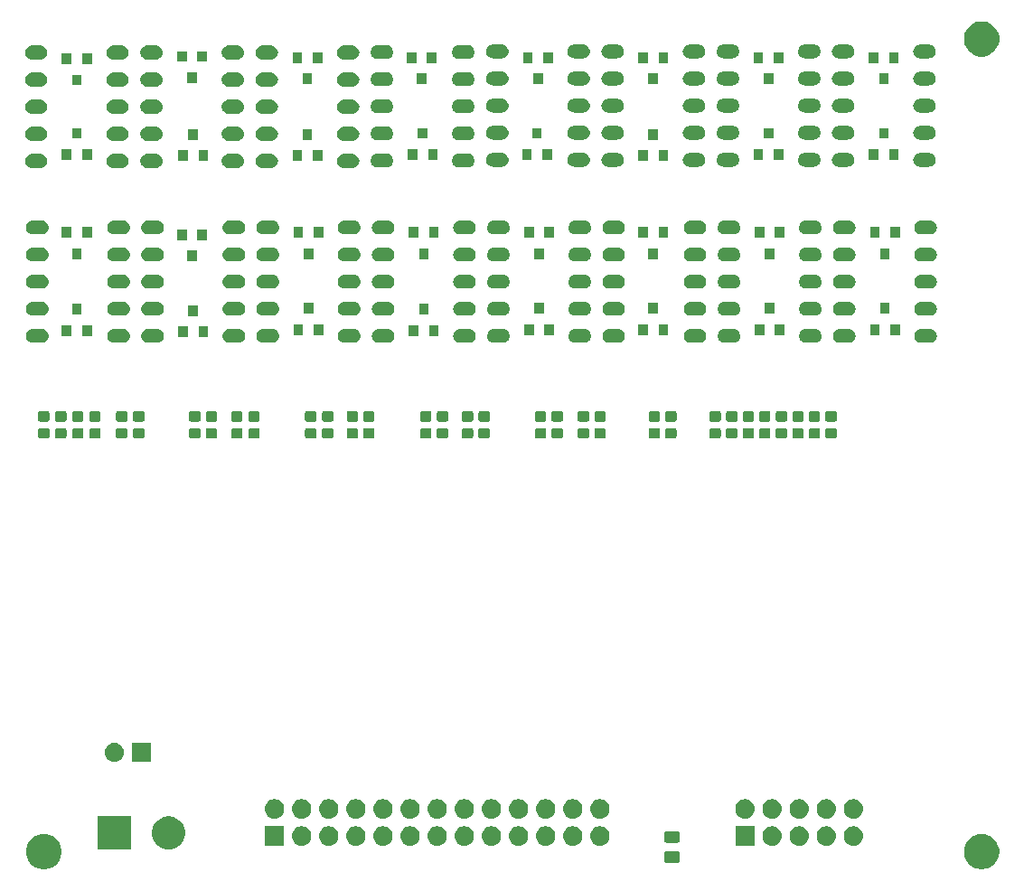
<source format=gbs>
%TF.GenerationSoftware,KiCad,Pcbnew,(5.1.0)-1*%
%TF.CreationDate,2022-03-22T21:10:23+01:00*%
%TF.ProjectId,led_display,6c65645f-6469-4737-906c-61792e6b6963,rev?*%
%TF.SameCoordinates,Original*%
%TF.FileFunction,Soldermask,Bot*%
%TF.FilePolarity,Negative*%
%FSLAX46Y46*%
G04 Gerber Fmt 4.6, Leading zero omitted, Abs format (unit mm)*
G04 Created by KiCad (PCBNEW (5.1.0)-1) date 2022-03-22 21:10:23*
%MOMM*%
%LPD*%
G04 APERTURE LIST*
%ADD10C,0.100000*%
G04 APERTURE END LIST*
D10*
G36*
X175825256Y-124091298D02*
G01*
X175931579Y-124112447D01*
X176232042Y-124236903D01*
X176502451Y-124417585D01*
X176732415Y-124647549D01*
X176913097Y-124917958D01*
X177015260Y-125164600D01*
X177037553Y-125218422D01*
X177101000Y-125537389D01*
X177101000Y-125862611D01*
X177087446Y-125930750D01*
X177037553Y-126181579D01*
X176913097Y-126482042D01*
X176732415Y-126752451D01*
X176502451Y-126982415D01*
X176232042Y-127163097D01*
X175931579Y-127287553D01*
X175825256Y-127308702D01*
X175612611Y-127351000D01*
X175287389Y-127351000D01*
X175074744Y-127308702D01*
X174968421Y-127287553D01*
X174667958Y-127163097D01*
X174397549Y-126982415D01*
X174167585Y-126752451D01*
X173986903Y-126482042D01*
X173862447Y-126181579D01*
X173812554Y-125930750D01*
X173799000Y-125862611D01*
X173799000Y-125537389D01*
X173862447Y-125218422D01*
X173884741Y-125164600D01*
X173986903Y-124917958D01*
X174167585Y-124647549D01*
X174397549Y-124417585D01*
X174667958Y-124236903D01*
X174968421Y-124112447D01*
X175074744Y-124091298D01*
X175287389Y-124049000D01*
X175612611Y-124049000D01*
X175825256Y-124091298D01*
X175825256Y-124091298D01*
G37*
G36*
X87975256Y-124091298D02*
G01*
X88081579Y-124112447D01*
X88382042Y-124236903D01*
X88652451Y-124417585D01*
X88882415Y-124647549D01*
X89063097Y-124917958D01*
X89165260Y-125164600D01*
X89187553Y-125218422D01*
X89251000Y-125537389D01*
X89251000Y-125862611D01*
X89237446Y-125930750D01*
X89187553Y-126181579D01*
X89063097Y-126482042D01*
X88882415Y-126752451D01*
X88652451Y-126982415D01*
X88382042Y-127163097D01*
X88081579Y-127287553D01*
X87975256Y-127308702D01*
X87762611Y-127351000D01*
X87437389Y-127351000D01*
X87224744Y-127308702D01*
X87118421Y-127287553D01*
X86817958Y-127163097D01*
X86547549Y-126982415D01*
X86317585Y-126752451D01*
X86136903Y-126482042D01*
X86012447Y-126181579D01*
X85962554Y-125930750D01*
X85949000Y-125862611D01*
X85949000Y-125537389D01*
X86012447Y-125218422D01*
X86034741Y-125164600D01*
X86136903Y-124917958D01*
X86317585Y-124647549D01*
X86547549Y-124417585D01*
X86817958Y-124236903D01*
X87118421Y-124112447D01*
X87224744Y-124091298D01*
X87437389Y-124049000D01*
X87762611Y-124049000D01*
X87975256Y-124091298D01*
X87975256Y-124091298D01*
G37*
G36*
X147034468Y-125666065D02*
G01*
X147073138Y-125677796D01*
X147108777Y-125696846D01*
X147140017Y-125722483D01*
X147165654Y-125753723D01*
X147184704Y-125789362D01*
X147196435Y-125828032D01*
X147201000Y-125874388D01*
X147201000Y-126525612D01*
X147196435Y-126571968D01*
X147184704Y-126610638D01*
X147165654Y-126646277D01*
X147140017Y-126677517D01*
X147108777Y-126703154D01*
X147073138Y-126722204D01*
X147034468Y-126733935D01*
X146988112Y-126738500D01*
X145911888Y-126738500D01*
X145865532Y-126733935D01*
X145826862Y-126722204D01*
X145791223Y-126703154D01*
X145759983Y-126677517D01*
X145734346Y-126646277D01*
X145715296Y-126610638D01*
X145703565Y-126571968D01*
X145699000Y-126525612D01*
X145699000Y-125874388D01*
X145703565Y-125828032D01*
X145715296Y-125789362D01*
X145734346Y-125753723D01*
X145759983Y-125722483D01*
X145791223Y-125696846D01*
X145826862Y-125677796D01*
X145865532Y-125666065D01*
X145911888Y-125661500D01*
X146988112Y-125661500D01*
X147034468Y-125666065D01*
X147034468Y-125666065D01*
G37*
G36*
X99582585Y-122428802D02*
G01*
X99732410Y-122458604D01*
X100014674Y-122575521D01*
X100268705Y-122745259D01*
X100484741Y-122961295D01*
X100654479Y-123215326D01*
X100771396Y-123497590D01*
X100831000Y-123797240D01*
X100831000Y-124102760D01*
X100771396Y-124402410D01*
X100654479Y-124684674D01*
X100484741Y-124938705D01*
X100268705Y-125154741D01*
X100014674Y-125324479D01*
X99732410Y-125441396D01*
X99582585Y-125471198D01*
X99432761Y-125501000D01*
X99127239Y-125501000D01*
X98977415Y-125471198D01*
X98827590Y-125441396D01*
X98545326Y-125324479D01*
X98291295Y-125154741D01*
X98075259Y-124938705D01*
X97905521Y-124684674D01*
X97788604Y-124402410D01*
X97729000Y-124102760D01*
X97729000Y-123797240D01*
X97788604Y-123497590D01*
X97905521Y-123215326D01*
X98075259Y-122961295D01*
X98291295Y-122745259D01*
X98545326Y-122575521D01*
X98827590Y-122458604D01*
X98977415Y-122428802D01*
X99127239Y-122399000D01*
X99432761Y-122399000D01*
X99582585Y-122428802D01*
X99582585Y-122428802D01*
G37*
G36*
X95751000Y-125501000D02*
G01*
X92649000Y-125501000D01*
X92649000Y-122399000D01*
X95751000Y-122399000D01*
X95751000Y-125501000D01*
X95751000Y-125501000D01*
G37*
G36*
X114459294Y-123348633D02*
G01*
X114631695Y-123400931D01*
X114790583Y-123485858D01*
X114929849Y-123600151D01*
X115044142Y-123739417D01*
X115129069Y-123898305D01*
X115181367Y-124070706D01*
X115199025Y-124250000D01*
X115181367Y-124429294D01*
X115129069Y-124601695D01*
X115044142Y-124760583D01*
X114929849Y-124899849D01*
X114790583Y-125014142D01*
X114631695Y-125099069D01*
X114459294Y-125151367D01*
X114324931Y-125164600D01*
X114235069Y-125164600D01*
X114100706Y-125151367D01*
X113928305Y-125099069D01*
X113769417Y-125014142D01*
X113630151Y-124899849D01*
X113515858Y-124760583D01*
X113430931Y-124601695D01*
X113378633Y-124429294D01*
X113360975Y-124250000D01*
X113378633Y-124070706D01*
X113430931Y-123898305D01*
X113515858Y-123739417D01*
X113630151Y-123600151D01*
X113769417Y-123485858D01*
X113928305Y-123400931D01*
X114100706Y-123348633D01*
X114235069Y-123335400D01*
X114324931Y-123335400D01*
X114459294Y-123348633D01*
X114459294Y-123348633D01*
G37*
G36*
X163639294Y-123348633D02*
G01*
X163811695Y-123400931D01*
X163970583Y-123485858D01*
X164109849Y-123600151D01*
X164224142Y-123739417D01*
X164309069Y-123898305D01*
X164361367Y-124070706D01*
X164379025Y-124250000D01*
X164361367Y-124429294D01*
X164309069Y-124601695D01*
X164224142Y-124760583D01*
X164109849Y-124899849D01*
X163970583Y-125014142D01*
X163811695Y-125099069D01*
X163639294Y-125151367D01*
X163504931Y-125164600D01*
X163415069Y-125164600D01*
X163280706Y-125151367D01*
X163108305Y-125099069D01*
X162949417Y-125014142D01*
X162810151Y-124899849D01*
X162695858Y-124760583D01*
X162610931Y-124601695D01*
X162558633Y-124429294D01*
X162540975Y-124250000D01*
X162558633Y-124070706D01*
X162610931Y-123898305D01*
X162695858Y-123739417D01*
X162810151Y-123600151D01*
X162949417Y-123485858D01*
X163108305Y-123400931D01*
X163280706Y-123348633D01*
X163415069Y-123335400D01*
X163504931Y-123335400D01*
X163639294Y-123348633D01*
X163639294Y-123348633D01*
G37*
G36*
X161099294Y-123348633D02*
G01*
X161271695Y-123400931D01*
X161430583Y-123485858D01*
X161569849Y-123600151D01*
X161684142Y-123739417D01*
X161769069Y-123898305D01*
X161821367Y-124070706D01*
X161839025Y-124250000D01*
X161821367Y-124429294D01*
X161769069Y-124601695D01*
X161684142Y-124760583D01*
X161569849Y-124899849D01*
X161430583Y-125014142D01*
X161271695Y-125099069D01*
X161099294Y-125151367D01*
X160964931Y-125164600D01*
X160875069Y-125164600D01*
X160740706Y-125151367D01*
X160568305Y-125099069D01*
X160409417Y-125014142D01*
X160270151Y-124899849D01*
X160155858Y-124760583D01*
X160070931Y-124601695D01*
X160018633Y-124429294D01*
X160000975Y-124250000D01*
X160018633Y-124070706D01*
X160070931Y-123898305D01*
X160155858Y-123739417D01*
X160270151Y-123600151D01*
X160409417Y-123485858D01*
X160568305Y-123400931D01*
X160740706Y-123348633D01*
X160875069Y-123335400D01*
X160964931Y-123335400D01*
X161099294Y-123348633D01*
X161099294Y-123348633D01*
G37*
G36*
X158559294Y-123348633D02*
G01*
X158731695Y-123400931D01*
X158890583Y-123485858D01*
X159029849Y-123600151D01*
X159144142Y-123739417D01*
X159229069Y-123898305D01*
X159281367Y-124070706D01*
X159299025Y-124250000D01*
X159281367Y-124429294D01*
X159229069Y-124601695D01*
X159144142Y-124760583D01*
X159029849Y-124899849D01*
X158890583Y-125014142D01*
X158731695Y-125099069D01*
X158559294Y-125151367D01*
X158424931Y-125164600D01*
X158335069Y-125164600D01*
X158200706Y-125151367D01*
X158028305Y-125099069D01*
X157869417Y-125014142D01*
X157730151Y-124899849D01*
X157615858Y-124760583D01*
X157530931Y-124601695D01*
X157478633Y-124429294D01*
X157460975Y-124250000D01*
X157478633Y-124070706D01*
X157530931Y-123898305D01*
X157615858Y-123739417D01*
X157730151Y-123600151D01*
X157869417Y-123485858D01*
X158028305Y-123400931D01*
X158200706Y-123348633D01*
X158335069Y-123335400D01*
X158424931Y-123335400D01*
X158559294Y-123348633D01*
X158559294Y-123348633D01*
G37*
G36*
X156019294Y-123348633D02*
G01*
X156191695Y-123400931D01*
X156350583Y-123485858D01*
X156489849Y-123600151D01*
X156604142Y-123739417D01*
X156689069Y-123898305D01*
X156741367Y-124070706D01*
X156759025Y-124250000D01*
X156741367Y-124429294D01*
X156689069Y-124601695D01*
X156604142Y-124760583D01*
X156489849Y-124899849D01*
X156350583Y-125014142D01*
X156191695Y-125099069D01*
X156019294Y-125151367D01*
X155884931Y-125164600D01*
X155795069Y-125164600D01*
X155660706Y-125151367D01*
X155488305Y-125099069D01*
X155329417Y-125014142D01*
X155190151Y-124899849D01*
X155075858Y-124760583D01*
X154990931Y-124601695D01*
X154938633Y-124429294D01*
X154920975Y-124250000D01*
X154938633Y-124070706D01*
X154990931Y-123898305D01*
X155075858Y-123739417D01*
X155190151Y-123600151D01*
X155329417Y-123485858D01*
X155488305Y-123400931D01*
X155660706Y-123348633D01*
X155795069Y-123335400D01*
X155884931Y-123335400D01*
X156019294Y-123348633D01*
X156019294Y-123348633D01*
G37*
G36*
X154214600Y-125164600D02*
G01*
X152385400Y-125164600D01*
X152385400Y-123335400D01*
X154214600Y-123335400D01*
X154214600Y-125164600D01*
X154214600Y-125164600D01*
G37*
G36*
X111919294Y-123348633D02*
G01*
X112091695Y-123400931D01*
X112250583Y-123485858D01*
X112389849Y-123600151D01*
X112504142Y-123739417D01*
X112589069Y-123898305D01*
X112641367Y-124070706D01*
X112659025Y-124250000D01*
X112641367Y-124429294D01*
X112589069Y-124601695D01*
X112504142Y-124760583D01*
X112389849Y-124899849D01*
X112250583Y-125014142D01*
X112091695Y-125099069D01*
X111919294Y-125151367D01*
X111784931Y-125164600D01*
X111695069Y-125164600D01*
X111560706Y-125151367D01*
X111388305Y-125099069D01*
X111229417Y-125014142D01*
X111090151Y-124899849D01*
X110975858Y-124760583D01*
X110890931Y-124601695D01*
X110838633Y-124429294D01*
X110820975Y-124250000D01*
X110838633Y-124070706D01*
X110890931Y-123898305D01*
X110975858Y-123739417D01*
X111090151Y-123600151D01*
X111229417Y-123485858D01*
X111388305Y-123400931D01*
X111560706Y-123348633D01*
X111695069Y-123335400D01*
X111784931Y-123335400D01*
X111919294Y-123348633D01*
X111919294Y-123348633D01*
G37*
G36*
X116999294Y-123348633D02*
G01*
X117171695Y-123400931D01*
X117330583Y-123485858D01*
X117469849Y-123600151D01*
X117584142Y-123739417D01*
X117669069Y-123898305D01*
X117721367Y-124070706D01*
X117739025Y-124250000D01*
X117721367Y-124429294D01*
X117669069Y-124601695D01*
X117584142Y-124760583D01*
X117469849Y-124899849D01*
X117330583Y-125014142D01*
X117171695Y-125099069D01*
X116999294Y-125151367D01*
X116864931Y-125164600D01*
X116775069Y-125164600D01*
X116640706Y-125151367D01*
X116468305Y-125099069D01*
X116309417Y-125014142D01*
X116170151Y-124899849D01*
X116055858Y-124760583D01*
X115970931Y-124601695D01*
X115918633Y-124429294D01*
X115900975Y-124250000D01*
X115918633Y-124070706D01*
X115970931Y-123898305D01*
X116055858Y-123739417D01*
X116170151Y-123600151D01*
X116309417Y-123485858D01*
X116468305Y-123400931D01*
X116640706Y-123348633D01*
X116775069Y-123335400D01*
X116864931Y-123335400D01*
X116999294Y-123348633D01*
X116999294Y-123348633D01*
G37*
G36*
X119539294Y-123348633D02*
G01*
X119711695Y-123400931D01*
X119870583Y-123485858D01*
X120009849Y-123600151D01*
X120124142Y-123739417D01*
X120209069Y-123898305D01*
X120261367Y-124070706D01*
X120279025Y-124250000D01*
X120261367Y-124429294D01*
X120209069Y-124601695D01*
X120124142Y-124760583D01*
X120009849Y-124899849D01*
X119870583Y-125014142D01*
X119711695Y-125099069D01*
X119539294Y-125151367D01*
X119404931Y-125164600D01*
X119315069Y-125164600D01*
X119180706Y-125151367D01*
X119008305Y-125099069D01*
X118849417Y-125014142D01*
X118710151Y-124899849D01*
X118595858Y-124760583D01*
X118510931Y-124601695D01*
X118458633Y-124429294D01*
X118440975Y-124250000D01*
X118458633Y-124070706D01*
X118510931Y-123898305D01*
X118595858Y-123739417D01*
X118710151Y-123600151D01*
X118849417Y-123485858D01*
X119008305Y-123400931D01*
X119180706Y-123348633D01*
X119315069Y-123335400D01*
X119404931Y-123335400D01*
X119539294Y-123348633D01*
X119539294Y-123348633D01*
G37*
G36*
X110114600Y-125164600D02*
G01*
X108285400Y-125164600D01*
X108285400Y-123335400D01*
X110114600Y-123335400D01*
X110114600Y-125164600D01*
X110114600Y-125164600D01*
G37*
G36*
X124619294Y-123348633D02*
G01*
X124791695Y-123400931D01*
X124950583Y-123485858D01*
X125089849Y-123600151D01*
X125204142Y-123739417D01*
X125289069Y-123898305D01*
X125341367Y-124070706D01*
X125359025Y-124250000D01*
X125341367Y-124429294D01*
X125289069Y-124601695D01*
X125204142Y-124760583D01*
X125089849Y-124899849D01*
X124950583Y-125014142D01*
X124791695Y-125099069D01*
X124619294Y-125151367D01*
X124484931Y-125164600D01*
X124395069Y-125164600D01*
X124260706Y-125151367D01*
X124088305Y-125099069D01*
X123929417Y-125014142D01*
X123790151Y-124899849D01*
X123675858Y-124760583D01*
X123590931Y-124601695D01*
X123538633Y-124429294D01*
X123520975Y-124250000D01*
X123538633Y-124070706D01*
X123590931Y-123898305D01*
X123675858Y-123739417D01*
X123790151Y-123600151D01*
X123929417Y-123485858D01*
X124088305Y-123400931D01*
X124260706Y-123348633D01*
X124395069Y-123335400D01*
X124484931Y-123335400D01*
X124619294Y-123348633D01*
X124619294Y-123348633D01*
G37*
G36*
X127159294Y-123348633D02*
G01*
X127331695Y-123400931D01*
X127490583Y-123485858D01*
X127629849Y-123600151D01*
X127744142Y-123739417D01*
X127829069Y-123898305D01*
X127881367Y-124070706D01*
X127899025Y-124250000D01*
X127881367Y-124429294D01*
X127829069Y-124601695D01*
X127744142Y-124760583D01*
X127629849Y-124899849D01*
X127490583Y-125014142D01*
X127331695Y-125099069D01*
X127159294Y-125151367D01*
X127024931Y-125164600D01*
X126935069Y-125164600D01*
X126800706Y-125151367D01*
X126628305Y-125099069D01*
X126469417Y-125014142D01*
X126330151Y-124899849D01*
X126215858Y-124760583D01*
X126130931Y-124601695D01*
X126078633Y-124429294D01*
X126060975Y-124250000D01*
X126078633Y-124070706D01*
X126130931Y-123898305D01*
X126215858Y-123739417D01*
X126330151Y-123600151D01*
X126469417Y-123485858D01*
X126628305Y-123400931D01*
X126800706Y-123348633D01*
X126935069Y-123335400D01*
X127024931Y-123335400D01*
X127159294Y-123348633D01*
X127159294Y-123348633D01*
G37*
G36*
X129699294Y-123348633D02*
G01*
X129871695Y-123400931D01*
X130030583Y-123485858D01*
X130169849Y-123600151D01*
X130284142Y-123739417D01*
X130369069Y-123898305D01*
X130421367Y-124070706D01*
X130439025Y-124250000D01*
X130421367Y-124429294D01*
X130369069Y-124601695D01*
X130284142Y-124760583D01*
X130169849Y-124899849D01*
X130030583Y-125014142D01*
X129871695Y-125099069D01*
X129699294Y-125151367D01*
X129564931Y-125164600D01*
X129475069Y-125164600D01*
X129340706Y-125151367D01*
X129168305Y-125099069D01*
X129009417Y-125014142D01*
X128870151Y-124899849D01*
X128755858Y-124760583D01*
X128670931Y-124601695D01*
X128618633Y-124429294D01*
X128600975Y-124250000D01*
X128618633Y-124070706D01*
X128670931Y-123898305D01*
X128755858Y-123739417D01*
X128870151Y-123600151D01*
X129009417Y-123485858D01*
X129168305Y-123400931D01*
X129340706Y-123348633D01*
X129475069Y-123335400D01*
X129564931Y-123335400D01*
X129699294Y-123348633D01*
X129699294Y-123348633D01*
G37*
G36*
X132239294Y-123348633D02*
G01*
X132411695Y-123400931D01*
X132570583Y-123485858D01*
X132709849Y-123600151D01*
X132824142Y-123739417D01*
X132909069Y-123898305D01*
X132961367Y-124070706D01*
X132979025Y-124250000D01*
X132961367Y-124429294D01*
X132909069Y-124601695D01*
X132824142Y-124760583D01*
X132709849Y-124899849D01*
X132570583Y-125014142D01*
X132411695Y-125099069D01*
X132239294Y-125151367D01*
X132104931Y-125164600D01*
X132015069Y-125164600D01*
X131880706Y-125151367D01*
X131708305Y-125099069D01*
X131549417Y-125014142D01*
X131410151Y-124899849D01*
X131295858Y-124760583D01*
X131210931Y-124601695D01*
X131158633Y-124429294D01*
X131140975Y-124250000D01*
X131158633Y-124070706D01*
X131210931Y-123898305D01*
X131295858Y-123739417D01*
X131410151Y-123600151D01*
X131549417Y-123485858D01*
X131708305Y-123400931D01*
X131880706Y-123348633D01*
X132015069Y-123335400D01*
X132104931Y-123335400D01*
X132239294Y-123348633D01*
X132239294Y-123348633D01*
G37*
G36*
X134779294Y-123348633D02*
G01*
X134951695Y-123400931D01*
X135110583Y-123485858D01*
X135249849Y-123600151D01*
X135364142Y-123739417D01*
X135449069Y-123898305D01*
X135501367Y-124070706D01*
X135519025Y-124250000D01*
X135501367Y-124429294D01*
X135449069Y-124601695D01*
X135364142Y-124760583D01*
X135249849Y-124899849D01*
X135110583Y-125014142D01*
X134951695Y-125099069D01*
X134779294Y-125151367D01*
X134644931Y-125164600D01*
X134555069Y-125164600D01*
X134420706Y-125151367D01*
X134248305Y-125099069D01*
X134089417Y-125014142D01*
X133950151Y-124899849D01*
X133835858Y-124760583D01*
X133750931Y-124601695D01*
X133698633Y-124429294D01*
X133680975Y-124250000D01*
X133698633Y-124070706D01*
X133750931Y-123898305D01*
X133835858Y-123739417D01*
X133950151Y-123600151D01*
X134089417Y-123485858D01*
X134248305Y-123400931D01*
X134420706Y-123348633D01*
X134555069Y-123335400D01*
X134644931Y-123335400D01*
X134779294Y-123348633D01*
X134779294Y-123348633D01*
G37*
G36*
X137319294Y-123348633D02*
G01*
X137491695Y-123400931D01*
X137650583Y-123485858D01*
X137789849Y-123600151D01*
X137904142Y-123739417D01*
X137989069Y-123898305D01*
X138041367Y-124070706D01*
X138059025Y-124250000D01*
X138041367Y-124429294D01*
X137989069Y-124601695D01*
X137904142Y-124760583D01*
X137789849Y-124899849D01*
X137650583Y-125014142D01*
X137491695Y-125099069D01*
X137319294Y-125151367D01*
X137184931Y-125164600D01*
X137095069Y-125164600D01*
X136960706Y-125151367D01*
X136788305Y-125099069D01*
X136629417Y-125014142D01*
X136490151Y-124899849D01*
X136375858Y-124760583D01*
X136290931Y-124601695D01*
X136238633Y-124429294D01*
X136220975Y-124250000D01*
X136238633Y-124070706D01*
X136290931Y-123898305D01*
X136375858Y-123739417D01*
X136490151Y-123600151D01*
X136629417Y-123485858D01*
X136788305Y-123400931D01*
X136960706Y-123348633D01*
X137095069Y-123335400D01*
X137184931Y-123335400D01*
X137319294Y-123348633D01*
X137319294Y-123348633D01*
G37*
G36*
X139859294Y-123348633D02*
G01*
X140031695Y-123400931D01*
X140190583Y-123485858D01*
X140329849Y-123600151D01*
X140444142Y-123739417D01*
X140529069Y-123898305D01*
X140581367Y-124070706D01*
X140599025Y-124250000D01*
X140581367Y-124429294D01*
X140529069Y-124601695D01*
X140444142Y-124760583D01*
X140329849Y-124899849D01*
X140190583Y-125014142D01*
X140031695Y-125099069D01*
X139859294Y-125151367D01*
X139724931Y-125164600D01*
X139635069Y-125164600D01*
X139500706Y-125151367D01*
X139328305Y-125099069D01*
X139169417Y-125014142D01*
X139030151Y-124899849D01*
X138915858Y-124760583D01*
X138830931Y-124601695D01*
X138778633Y-124429294D01*
X138760975Y-124250000D01*
X138778633Y-124070706D01*
X138830931Y-123898305D01*
X138915858Y-123739417D01*
X139030151Y-123600151D01*
X139169417Y-123485858D01*
X139328305Y-123400931D01*
X139500706Y-123348633D01*
X139635069Y-123335400D01*
X139724931Y-123335400D01*
X139859294Y-123348633D01*
X139859294Y-123348633D01*
G37*
G36*
X122079294Y-123348633D02*
G01*
X122251695Y-123400931D01*
X122410583Y-123485858D01*
X122549849Y-123600151D01*
X122664142Y-123739417D01*
X122749069Y-123898305D01*
X122801367Y-124070706D01*
X122819025Y-124250000D01*
X122801367Y-124429294D01*
X122749069Y-124601695D01*
X122664142Y-124760583D01*
X122549849Y-124899849D01*
X122410583Y-125014142D01*
X122251695Y-125099069D01*
X122079294Y-125151367D01*
X121944931Y-125164600D01*
X121855069Y-125164600D01*
X121720706Y-125151367D01*
X121548305Y-125099069D01*
X121389417Y-125014142D01*
X121250151Y-124899849D01*
X121135858Y-124760583D01*
X121050931Y-124601695D01*
X120998633Y-124429294D01*
X120980975Y-124250000D01*
X120998633Y-124070706D01*
X121050931Y-123898305D01*
X121135858Y-123739417D01*
X121250151Y-123600151D01*
X121389417Y-123485858D01*
X121548305Y-123400931D01*
X121720706Y-123348633D01*
X121855069Y-123335400D01*
X121944931Y-123335400D01*
X122079294Y-123348633D01*
X122079294Y-123348633D01*
G37*
G36*
X147034468Y-123791065D02*
G01*
X147073138Y-123802796D01*
X147108777Y-123821846D01*
X147140017Y-123847483D01*
X147165654Y-123878723D01*
X147184704Y-123914362D01*
X147196435Y-123953032D01*
X147201000Y-123999388D01*
X147201000Y-124650612D01*
X147196435Y-124696968D01*
X147184704Y-124735638D01*
X147165654Y-124771277D01*
X147140017Y-124802517D01*
X147108777Y-124828154D01*
X147073138Y-124847204D01*
X147034468Y-124858935D01*
X146988112Y-124863500D01*
X145911888Y-124863500D01*
X145865532Y-124858935D01*
X145826862Y-124847204D01*
X145791223Y-124828154D01*
X145759983Y-124802517D01*
X145734346Y-124771277D01*
X145715296Y-124735638D01*
X145703565Y-124696968D01*
X145699000Y-124650612D01*
X145699000Y-123999388D01*
X145703565Y-123953032D01*
X145715296Y-123914362D01*
X145734346Y-123878723D01*
X145759983Y-123847483D01*
X145791223Y-123821846D01*
X145826862Y-123802796D01*
X145865532Y-123791065D01*
X145911888Y-123786500D01*
X146988112Y-123786500D01*
X147034468Y-123791065D01*
X147034468Y-123791065D01*
G37*
G36*
X137319294Y-120808633D02*
G01*
X137491695Y-120860931D01*
X137650583Y-120945858D01*
X137789849Y-121060151D01*
X137904142Y-121199417D01*
X137989069Y-121358305D01*
X138041367Y-121530706D01*
X138059025Y-121710000D01*
X138041367Y-121889294D01*
X137989069Y-122061695D01*
X137904142Y-122220583D01*
X137789849Y-122359849D01*
X137650583Y-122474142D01*
X137491695Y-122559069D01*
X137319294Y-122611367D01*
X137184931Y-122624600D01*
X137095069Y-122624600D01*
X136960706Y-122611367D01*
X136788305Y-122559069D01*
X136629417Y-122474142D01*
X136490151Y-122359849D01*
X136375858Y-122220583D01*
X136290931Y-122061695D01*
X136238633Y-121889294D01*
X136220975Y-121710000D01*
X136238633Y-121530706D01*
X136290931Y-121358305D01*
X136375858Y-121199417D01*
X136490151Y-121060151D01*
X136629417Y-120945858D01*
X136788305Y-120860931D01*
X136960706Y-120808633D01*
X137095069Y-120795400D01*
X137184931Y-120795400D01*
X137319294Y-120808633D01*
X137319294Y-120808633D01*
G37*
G36*
X153479294Y-120808633D02*
G01*
X153651695Y-120860931D01*
X153810583Y-120945858D01*
X153949849Y-121060151D01*
X154064142Y-121199417D01*
X154149069Y-121358305D01*
X154201367Y-121530706D01*
X154219025Y-121710000D01*
X154201367Y-121889294D01*
X154149069Y-122061695D01*
X154064142Y-122220583D01*
X153949849Y-122359849D01*
X153810583Y-122474142D01*
X153651695Y-122559069D01*
X153479294Y-122611367D01*
X153344931Y-122624600D01*
X153255069Y-122624600D01*
X153120706Y-122611367D01*
X152948305Y-122559069D01*
X152789417Y-122474142D01*
X152650151Y-122359849D01*
X152535858Y-122220583D01*
X152450931Y-122061695D01*
X152398633Y-121889294D01*
X152380975Y-121710000D01*
X152398633Y-121530706D01*
X152450931Y-121358305D01*
X152535858Y-121199417D01*
X152650151Y-121060151D01*
X152789417Y-120945858D01*
X152948305Y-120860931D01*
X153120706Y-120808633D01*
X153255069Y-120795400D01*
X153344931Y-120795400D01*
X153479294Y-120808633D01*
X153479294Y-120808633D01*
G37*
G36*
X109379294Y-120808633D02*
G01*
X109551695Y-120860931D01*
X109710583Y-120945858D01*
X109849849Y-121060151D01*
X109964142Y-121199417D01*
X110049069Y-121358305D01*
X110101367Y-121530706D01*
X110119025Y-121710000D01*
X110101367Y-121889294D01*
X110049069Y-122061695D01*
X109964142Y-122220583D01*
X109849849Y-122359849D01*
X109710583Y-122474142D01*
X109551695Y-122559069D01*
X109379294Y-122611367D01*
X109244931Y-122624600D01*
X109155069Y-122624600D01*
X109020706Y-122611367D01*
X108848305Y-122559069D01*
X108689417Y-122474142D01*
X108550151Y-122359849D01*
X108435858Y-122220583D01*
X108350931Y-122061695D01*
X108298633Y-121889294D01*
X108280975Y-121710000D01*
X108298633Y-121530706D01*
X108350931Y-121358305D01*
X108435858Y-121199417D01*
X108550151Y-121060151D01*
X108689417Y-120945858D01*
X108848305Y-120860931D01*
X109020706Y-120808633D01*
X109155069Y-120795400D01*
X109244931Y-120795400D01*
X109379294Y-120808633D01*
X109379294Y-120808633D01*
G37*
G36*
X111919294Y-120808633D02*
G01*
X112091695Y-120860931D01*
X112250583Y-120945858D01*
X112389849Y-121060151D01*
X112504142Y-121199417D01*
X112589069Y-121358305D01*
X112641367Y-121530706D01*
X112659025Y-121710000D01*
X112641367Y-121889294D01*
X112589069Y-122061695D01*
X112504142Y-122220583D01*
X112389849Y-122359849D01*
X112250583Y-122474142D01*
X112091695Y-122559069D01*
X111919294Y-122611367D01*
X111784931Y-122624600D01*
X111695069Y-122624600D01*
X111560706Y-122611367D01*
X111388305Y-122559069D01*
X111229417Y-122474142D01*
X111090151Y-122359849D01*
X110975858Y-122220583D01*
X110890931Y-122061695D01*
X110838633Y-121889294D01*
X110820975Y-121710000D01*
X110838633Y-121530706D01*
X110890931Y-121358305D01*
X110975858Y-121199417D01*
X111090151Y-121060151D01*
X111229417Y-120945858D01*
X111388305Y-120860931D01*
X111560706Y-120808633D01*
X111695069Y-120795400D01*
X111784931Y-120795400D01*
X111919294Y-120808633D01*
X111919294Y-120808633D01*
G37*
G36*
X114459294Y-120808633D02*
G01*
X114631695Y-120860931D01*
X114790583Y-120945858D01*
X114929849Y-121060151D01*
X115044142Y-121199417D01*
X115129069Y-121358305D01*
X115181367Y-121530706D01*
X115199025Y-121710000D01*
X115181367Y-121889294D01*
X115129069Y-122061695D01*
X115044142Y-122220583D01*
X114929849Y-122359849D01*
X114790583Y-122474142D01*
X114631695Y-122559069D01*
X114459294Y-122611367D01*
X114324931Y-122624600D01*
X114235069Y-122624600D01*
X114100706Y-122611367D01*
X113928305Y-122559069D01*
X113769417Y-122474142D01*
X113630151Y-122359849D01*
X113515858Y-122220583D01*
X113430931Y-122061695D01*
X113378633Y-121889294D01*
X113360975Y-121710000D01*
X113378633Y-121530706D01*
X113430931Y-121358305D01*
X113515858Y-121199417D01*
X113630151Y-121060151D01*
X113769417Y-120945858D01*
X113928305Y-120860931D01*
X114100706Y-120808633D01*
X114235069Y-120795400D01*
X114324931Y-120795400D01*
X114459294Y-120808633D01*
X114459294Y-120808633D01*
G37*
G36*
X116999294Y-120808633D02*
G01*
X117171695Y-120860931D01*
X117330583Y-120945858D01*
X117469849Y-121060151D01*
X117584142Y-121199417D01*
X117669069Y-121358305D01*
X117721367Y-121530706D01*
X117739025Y-121710000D01*
X117721367Y-121889294D01*
X117669069Y-122061695D01*
X117584142Y-122220583D01*
X117469849Y-122359849D01*
X117330583Y-122474142D01*
X117171695Y-122559069D01*
X116999294Y-122611367D01*
X116864931Y-122624600D01*
X116775069Y-122624600D01*
X116640706Y-122611367D01*
X116468305Y-122559069D01*
X116309417Y-122474142D01*
X116170151Y-122359849D01*
X116055858Y-122220583D01*
X115970931Y-122061695D01*
X115918633Y-121889294D01*
X115900975Y-121710000D01*
X115918633Y-121530706D01*
X115970931Y-121358305D01*
X116055858Y-121199417D01*
X116170151Y-121060151D01*
X116309417Y-120945858D01*
X116468305Y-120860931D01*
X116640706Y-120808633D01*
X116775069Y-120795400D01*
X116864931Y-120795400D01*
X116999294Y-120808633D01*
X116999294Y-120808633D01*
G37*
G36*
X122079294Y-120808633D02*
G01*
X122251695Y-120860931D01*
X122410583Y-120945858D01*
X122549849Y-121060151D01*
X122664142Y-121199417D01*
X122749069Y-121358305D01*
X122801367Y-121530706D01*
X122819025Y-121710000D01*
X122801367Y-121889294D01*
X122749069Y-122061695D01*
X122664142Y-122220583D01*
X122549849Y-122359849D01*
X122410583Y-122474142D01*
X122251695Y-122559069D01*
X122079294Y-122611367D01*
X121944931Y-122624600D01*
X121855069Y-122624600D01*
X121720706Y-122611367D01*
X121548305Y-122559069D01*
X121389417Y-122474142D01*
X121250151Y-122359849D01*
X121135858Y-122220583D01*
X121050931Y-122061695D01*
X120998633Y-121889294D01*
X120980975Y-121710000D01*
X120998633Y-121530706D01*
X121050931Y-121358305D01*
X121135858Y-121199417D01*
X121250151Y-121060151D01*
X121389417Y-120945858D01*
X121548305Y-120860931D01*
X121720706Y-120808633D01*
X121855069Y-120795400D01*
X121944931Y-120795400D01*
X122079294Y-120808633D01*
X122079294Y-120808633D01*
G37*
G36*
X124619294Y-120808633D02*
G01*
X124791695Y-120860931D01*
X124950583Y-120945858D01*
X125089849Y-121060151D01*
X125204142Y-121199417D01*
X125289069Y-121358305D01*
X125341367Y-121530706D01*
X125359025Y-121710000D01*
X125341367Y-121889294D01*
X125289069Y-122061695D01*
X125204142Y-122220583D01*
X125089849Y-122359849D01*
X124950583Y-122474142D01*
X124791695Y-122559069D01*
X124619294Y-122611367D01*
X124484931Y-122624600D01*
X124395069Y-122624600D01*
X124260706Y-122611367D01*
X124088305Y-122559069D01*
X123929417Y-122474142D01*
X123790151Y-122359849D01*
X123675858Y-122220583D01*
X123590931Y-122061695D01*
X123538633Y-121889294D01*
X123520975Y-121710000D01*
X123538633Y-121530706D01*
X123590931Y-121358305D01*
X123675858Y-121199417D01*
X123790151Y-121060151D01*
X123929417Y-120945858D01*
X124088305Y-120860931D01*
X124260706Y-120808633D01*
X124395069Y-120795400D01*
X124484931Y-120795400D01*
X124619294Y-120808633D01*
X124619294Y-120808633D01*
G37*
G36*
X127159294Y-120808633D02*
G01*
X127331695Y-120860931D01*
X127490583Y-120945858D01*
X127629849Y-121060151D01*
X127744142Y-121199417D01*
X127829069Y-121358305D01*
X127881367Y-121530706D01*
X127899025Y-121710000D01*
X127881367Y-121889294D01*
X127829069Y-122061695D01*
X127744142Y-122220583D01*
X127629849Y-122359849D01*
X127490583Y-122474142D01*
X127331695Y-122559069D01*
X127159294Y-122611367D01*
X127024931Y-122624600D01*
X126935069Y-122624600D01*
X126800706Y-122611367D01*
X126628305Y-122559069D01*
X126469417Y-122474142D01*
X126330151Y-122359849D01*
X126215858Y-122220583D01*
X126130931Y-122061695D01*
X126078633Y-121889294D01*
X126060975Y-121710000D01*
X126078633Y-121530706D01*
X126130931Y-121358305D01*
X126215858Y-121199417D01*
X126330151Y-121060151D01*
X126469417Y-120945858D01*
X126628305Y-120860931D01*
X126800706Y-120808633D01*
X126935069Y-120795400D01*
X127024931Y-120795400D01*
X127159294Y-120808633D01*
X127159294Y-120808633D01*
G37*
G36*
X139859294Y-120808633D02*
G01*
X140031695Y-120860931D01*
X140190583Y-120945858D01*
X140329849Y-121060151D01*
X140444142Y-121199417D01*
X140529069Y-121358305D01*
X140581367Y-121530706D01*
X140599025Y-121710000D01*
X140581367Y-121889294D01*
X140529069Y-122061695D01*
X140444142Y-122220583D01*
X140329849Y-122359849D01*
X140190583Y-122474142D01*
X140031695Y-122559069D01*
X139859294Y-122611367D01*
X139724931Y-122624600D01*
X139635069Y-122624600D01*
X139500706Y-122611367D01*
X139328305Y-122559069D01*
X139169417Y-122474142D01*
X139030151Y-122359849D01*
X138915858Y-122220583D01*
X138830931Y-122061695D01*
X138778633Y-121889294D01*
X138760975Y-121710000D01*
X138778633Y-121530706D01*
X138830931Y-121358305D01*
X138915858Y-121199417D01*
X139030151Y-121060151D01*
X139169417Y-120945858D01*
X139328305Y-120860931D01*
X139500706Y-120808633D01*
X139635069Y-120795400D01*
X139724931Y-120795400D01*
X139859294Y-120808633D01*
X139859294Y-120808633D01*
G37*
G36*
X119539294Y-120808633D02*
G01*
X119711695Y-120860931D01*
X119870583Y-120945858D01*
X120009849Y-121060151D01*
X120124142Y-121199417D01*
X120209069Y-121358305D01*
X120261367Y-121530706D01*
X120279025Y-121710000D01*
X120261367Y-121889294D01*
X120209069Y-122061695D01*
X120124142Y-122220583D01*
X120009849Y-122359849D01*
X119870583Y-122474142D01*
X119711695Y-122559069D01*
X119539294Y-122611367D01*
X119404931Y-122624600D01*
X119315069Y-122624600D01*
X119180706Y-122611367D01*
X119008305Y-122559069D01*
X118849417Y-122474142D01*
X118710151Y-122359849D01*
X118595858Y-122220583D01*
X118510931Y-122061695D01*
X118458633Y-121889294D01*
X118440975Y-121710000D01*
X118458633Y-121530706D01*
X118510931Y-121358305D01*
X118595858Y-121199417D01*
X118710151Y-121060151D01*
X118849417Y-120945858D01*
X119008305Y-120860931D01*
X119180706Y-120808633D01*
X119315069Y-120795400D01*
X119404931Y-120795400D01*
X119539294Y-120808633D01*
X119539294Y-120808633D01*
G37*
G36*
X129699294Y-120808633D02*
G01*
X129871695Y-120860931D01*
X130030583Y-120945858D01*
X130169849Y-121060151D01*
X130284142Y-121199417D01*
X130369069Y-121358305D01*
X130421367Y-121530706D01*
X130439025Y-121710000D01*
X130421367Y-121889294D01*
X130369069Y-122061695D01*
X130284142Y-122220583D01*
X130169849Y-122359849D01*
X130030583Y-122474142D01*
X129871695Y-122559069D01*
X129699294Y-122611367D01*
X129564931Y-122624600D01*
X129475069Y-122624600D01*
X129340706Y-122611367D01*
X129168305Y-122559069D01*
X129009417Y-122474142D01*
X128870151Y-122359849D01*
X128755858Y-122220583D01*
X128670931Y-122061695D01*
X128618633Y-121889294D01*
X128600975Y-121710000D01*
X128618633Y-121530706D01*
X128670931Y-121358305D01*
X128755858Y-121199417D01*
X128870151Y-121060151D01*
X129009417Y-120945858D01*
X129168305Y-120860931D01*
X129340706Y-120808633D01*
X129475069Y-120795400D01*
X129564931Y-120795400D01*
X129699294Y-120808633D01*
X129699294Y-120808633D01*
G37*
G36*
X134779294Y-120808633D02*
G01*
X134951695Y-120860931D01*
X135110583Y-120945858D01*
X135249849Y-121060151D01*
X135364142Y-121199417D01*
X135449069Y-121358305D01*
X135501367Y-121530706D01*
X135519025Y-121710000D01*
X135501367Y-121889294D01*
X135449069Y-122061695D01*
X135364142Y-122220583D01*
X135249849Y-122359849D01*
X135110583Y-122474142D01*
X134951695Y-122559069D01*
X134779294Y-122611367D01*
X134644931Y-122624600D01*
X134555069Y-122624600D01*
X134420706Y-122611367D01*
X134248305Y-122559069D01*
X134089417Y-122474142D01*
X133950151Y-122359849D01*
X133835858Y-122220583D01*
X133750931Y-122061695D01*
X133698633Y-121889294D01*
X133680975Y-121710000D01*
X133698633Y-121530706D01*
X133750931Y-121358305D01*
X133835858Y-121199417D01*
X133950151Y-121060151D01*
X134089417Y-120945858D01*
X134248305Y-120860931D01*
X134420706Y-120808633D01*
X134555069Y-120795400D01*
X134644931Y-120795400D01*
X134779294Y-120808633D01*
X134779294Y-120808633D01*
G37*
G36*
X161099294Y-120808633D02*
G01*
X161271695Y-120860931D01*
X161430583Y-120945858D01*
X161569849Y-121060151D01*
X161684142Y-121199417D01*
X161769069Y-121358305D01*
X161821367Y-121530706D01*
X161839025Y-121710000D01*
X161821367Y-121889294D01*
X161769069Y-122061695D01*
X161684142Y-122220583D01*
X161569849Y-122359849D01*
X161430583Y-122474142D01*
X161271695Y-122559069D01*
X161099294Y-122611367D01*
X160964931Y-122624600D01*
X160875069Y-122624600D01*
X160740706Y-122611367D01*
X160568305Y-122559069D01*
X160409417Y-122474142D01*
X160270151Y-122359849D01*
X160155858Y-122220583D01*
X160070931Y-122061695D01*
X160018633Y-121889294D01*
X160000975Y-121710000D01*
X160018633Y-121530706D01*
X160070931Y-121358305D01*
X160155858Y-121199417D01*
X160270151Y-121060151D01*
X160409417Y-120945858D01*
X160568305Y-120860931D01*
X160740706Y-120808633D01*
X160875069Y-120795400D01*
X160964931Y-120795400D01*
X161099294Y-120808633D01*
X161099294Y-120808633D01*
G37*
G36*
X132239294Y-120808633D02*
G01*
X132411695Y-120860931D01*
X132570583Y-120945858D01*
X132709849Y-121060151D01*
X132824142Y-121199417D01*
X132909069Y-121358305D01*
X132961367Y-121530706D01*
X132979025Y-121710000D01*
X132961367Y-121889294D01*
X132909069Y-122061695D01*
X132824142Y-122220583D01*
X132709849Y-122359849D01*
X132570583Y-122474142D01*
X132411695Y-122559069D01*
X132239294Y-122611367D01*
X132104931Y-122624600D01*
X132015069Y-122624600D01*
X131880706Y-122611367D01*
X131708305Y-122559069D01*
X131549417Y-122474142D01*
X131410151Y-122359849D01*
X131295858Y-122220583D01*
X131210931Y-122061695D01*
X131158633Y-121889294D01*
X131140975Y-121710000D01*
X131158633Y-121530706D01*
X131210931Y-121358305D01*
X131295858Y-121199417D01*
X131410151Y-121060151D01*
X131549417Y-120945858D01*
X131708305Y-120860931D01*
X131880706Y-120808633D01*
X132015069Y-120795400D01*
X132104931Y-120795400D01*
X132239294Y-120808633D01*
X132239294Y-120808633D01*
G37*
G36*
X158559294Y-120808633D02*
G01*
X158731695Y-120860931D01*
X158890583Y-120945858D01*
X159029849Y-121060151D01*
X159144142Y-121199417D01*
X159229069Y-121358305D01*
X159281367Y-121530706D01*
X159299025Y-121710000D01*
X159281367Y-121889294D01*
X159229069Y-122061695D01*
X159144142Y-122220583D01*
X159029849Y-122359849D01*
X158890583Y-122474142D01*
X158731695Y-122559069D01*
X158559294Y-122611367D01*
X158424931Y-122624600D01*
X158335069Y-122624600D01*
X158200706Y-122611367D01*
X158028305Y-122559069D01*
X157869417Y-122474142D01*
X157730151Y-122359849D01*
X157615858Y-122220583D01*
X157530931Y-122061695D01*
X157478633Y-121889294D01*
X157460975Y-121710000D01*
X157478633Y-121530706D01*
X157530931Y-121358305D01*
X157615858Y-121199417D01*
X157730151Y-121060151D01*
X157869417Y-120945858D01*
X158028305Y-120860931D01*
X158200706Y-120808633D01*
X158335069Y-120795400D01*
X158424931Y-120795400D01*
X158559294Y-120808633D01*
X158559294Y-120808633D01*
G37*
G36*
X156019294Y-120808633D02*
G01*
X156191695Y-120860931D01*
X156350583Y-120945858D01*
X156489849Y-121060151D01*
X156604142Y-121199417D01*
X156689069Y-121358305D01*
X156741367Y-121530706D01*
X156759025Y-121710000D01*
X156741367Y-121889294D01*
X156689069Y-122061695D01*
X156604142Y-122220583D01*
X156489849Y-122359849D01*
X156350583Y-122474142D01*
X156191695Y-122559069D01*
X156019294Y-122611367D01*
X155884931Y-122624600D01*
X155795069Y-122624600D01*
X155660706Y-122611367D01*
X155488305Y-122559069D01*
X155329417Y-122474142D01*
X155190151Y-122359849D01*
X155075858Y-122220583D01*
X154990931Y-122061695D01*
X154938633Y-121889294D01*
X154920975Y-121710000D01*
X154938633Y-121530706D01*
X154990931Y-121358305D01*
X155075858Y-121199417D01*
X155190151Y-121060151D01*
X155329417Y-120945858D01*
X155488305Y-120860931D01*
X155660706Y-120808633D01*
X155795069Y-120795400D01*
X155884931Y-120795400D01*
X156019294Y-120808633D01*
X156019294Y-120808633D01*
G37*
G36*
X163639294Y-120808633D02*
G01*
X163811695Y-120860931D01*
X163970583Y-120945858D01*
X164109849Y-121060151D01*
X164224142Y-121199417D01*
X164309069Y-121358305D01*
X164361367Y-121530706D01*
X164379025Y-121710000D01*
X164361367Y-121889294D01*
X164309069Y-122061695D01*
X164224142Y-122220583D01*
X164109849Y-122359849D01*
X163970583Y-122474142D01*
X163811695Y-122559069D01*
X163639294Y-122611367D01*
X163504931Y-122624600D01*
X163415069Y-122624600D01*
X163280706Y-122611367D01*
X163108305Y-122559069D01*
X162949417Y-122474142D01*
X162810151Y-122359849D01*
X162695858Y-122220583D01*
X162610931Y-122061695D01*
X162558633Y-121889294D01*
X162540975Y-121710000D01*
X162558633Y-121530706D01*
X162610931Y-121358305D01*
X162695858Y-121199417D01*
X162810151Y-121060151D01*
X162949417Y-120945858D01*
X163108305Y-120860931D01*
X163280706Y-120808633D01*
X163415069Y-120795400D01*
X163504931Y-120795400D01*
X163639294Y-120808633D01*
X163639294Y-120808633D01*
G37*
G36*
X94320442Y-115505518D02*
G01*
X94386627Y-115512037D01*
X94556466Y-115563557D01*
X94712991Y-115647222D01*
X94748729Y-115676552D01*
X94850186Y-115759814D01*
X94933448Y-115861271D01*
X94962778Y-115897009D01*
X95046443Y-116053534D01*
X95097963Y-116223373D01*
X95115359Y-116400000D01*
X95097963Y-116576627D01*
X95046443Y-116746466D01*
X94962778Y-116902991D01*
X94933448Y-116938729D01*
X94850186Y-117040186D01*
X94748729Y-117123448D01*
X94712991Y-117152778D01*
X94556466Y-117236443D01*
X94386627Y-117287963D01*
X94320442Y-117294482D01*
X94254260Y-117301000D01*
X94165740Y-117301000D01*
X94099558Y-117294482D01*
X94033373Y-117287963D01*
X93863534Y-117236443D01*
X93707009Y-117152778D01*
X93671271Y-117123448D01*
X93569814Y-117040186D01*
X93486552Y-116938729D01*
X93457222Y-116902991D01*
X93373557Y-116746466D01*
X93322037Y-116576627D01*
X93304641Y-116400000D01*
X93322037Y-116223373D01*
X93373557Y-116053534D01*
X93457222Y-115897009D01*
X93486552Y-115861271D01*
X93569814Y-115759814D01*
X93671271Y-115676552D01*
X93707009Y-115647222D01*
X93863534Y-115563557D01*
X94033373Y-115512037D01*
X94099558Y-115505518D01*
X94165740Y-115499000D01*
X94254260Y-115499000D01*
X94320442Y-115505518D01*
X94320442Y-115505518D01*
G37*
G36*
X97651000Y-117301000D02*
G01*
X95849000Y-117301000D01*
X95849000Y-115499000D01*
X97651000Y-115499000D01*
X97651000Y-117301000D01*
X97651000Y-117301000D01*
G37*
G36*
X125329591Y-86015585D02*
G01*
X125363569Y-86025893D01*
X125394890Y-86042634D01*
X125422339Y-86065161D01*
X125444866Y-86092610D01*
X125461607Y-86123931D01*
X125471915Y-86157909D01*
X125476000Y-86199390D01*
X125476000Y-86800610D01*
X125471915Y-86842091D01*
X125461607Y-86876069D01*
X125444866Y-86907390D01*
X125422339Y-86934839D01*
X125394890Y-86957366D01*
X125363569Y-86974107D01*
X125329591Y-86984415D01*
X125288110Y-86988500D01*
X124611890Y-86988500D01*
X124570409Y-86984415D01*
X124536431Y-86974107D01*
X124505110Y-86957366D01*
X124477661Y-86934839D01*
X124455134Y-86907390D01*
X124438393Y-86876069D01*
X124428085Y-86842091D01*
X124424000Y-86800610D01*
X124424000Y-86199390D01*
X124428085Y-86157909D01*
X124438393Y-86123931D01*
X124455134Y-86092610D01*
X124477661Y-86065161D01*
X124505110Y-86042634D01*
X124536431Y-86025893D01*
X124570409Y-86015585D01*
X124611890Y-86011500D01*
X125288110Y-86011500D01*
X125329591Y-86015585D01*
X125329591Y-86015585D01*
G37*
G36*
X91179591Y-86015585D02*
G01*
X91213569Y-86025893D01*
X91244890Y-86042634D01*
X91272339Y-86065161D01*
X91294866Y-86092610D01*
X91311607Y-86123931D01*
X91321915Y-86157909D01*
X91326000Y-86199390D01*
X91326000Y-86800610D01*
X91321915Y-86842091D01*
X91311607Y-86876069D01*
X91294866Y-86907390D01*
X91272339Y-86934839D01*
X91244890Y-86957366D01*
X91213569Y-86974107D01*
X91179591Y-86984415D01*
X91138110Y-86988500D01*
X90461890Y-86988500D01*
X90420409Y-86984415D01*
X90386431Y-86974107D01*
X90355110Y-86957366D01*
X90327661Y-86934839D01*
X90305134Y-86907390D01*
X90288393Y-86876069D01*
X90278085Y-86842091D01*
X90274000Y-86800610D01*
X90274000Y-86199390D01*
X90278085Y-86157909D01*
X90288393Y-86123931D01*
X90305134Y-86092610D01*
X90327661Y-86065161D01*
X90355110Y-86042634D01*
X90386431Y-86025893D01*
X90420409Y-86015585D01*
X90461890Y-86011500D01*
X91138110Y-86011500D01*
X91179591Y-86015585D01*
X91179591Y-86015585D01*
G37*
G36*
X136079591Y-86015585D02*
G01*
X136113569Y-86025893D01*
X136144890Y-86042634D01*
X136172339Y-86065161D01*
X136194866Y-86092610D01*
X136211607Y-86123931D01*
X136221915Y-86157909D01*
X136226000Y-86199390D01*
X136226000Y-86800610D01*
X136221915Y-86842091D01*
X136211607Y-86876069D01*
X136194866Y-86907390D01*
X136172339Y-86934839D01*
X136144890Y-86957366D01*
X136113569Y-86974107D01*
X136079591Y-86984415D01*
X136038110Y-86988500D01*
X135361890Y-86988500D01*
X135320409Y-86984415D01*
X135286431Y-86974107D01*
X135255110Y-86957366D01*
X135227661Y-86934839D01*
X135205134Y-86907390D01*
X135188393Y-86876069D01*
X135178085Y-86842091D01*
X135174000Y-86800610D01*
X135174000Y-86199390D01*
X135178085Y-86157909D01*
X135188393Y-86123931D01*
X135205134Y-86092610D01*
X135227661Y-86065161D01*
X135255110Y-86042634D01*
X135286431Y-86025893D01*
X135320409Y-86015585D01*
X135361890Y-86011500D01*
X136038110Y-86011500D01*
X136079591Y-86015585D01*
X136079591Y-86015585D01*
G37*
G36*
X129229591Y-86015585D02*
G01*
X129263569Y-86025893D01*
X129294890Y-86042634D01*
X129322339Y-86065161D01*
X129344866Y-86092610D01*
X129361607Y-86123931D01*
X129371915Y-86157909D01*
X129376000Y-86199390D01*
X129376000Y-86800610D01*
X129371915Y-86842091D01*
X129361607Y-86876069D01*
X129344866Y-86907390D01*
X129322339Y-86934839D01*
X129294890Y-86957366D01*
X129263569Y-86974107D01*
X129229591Y-86984415D01*
X129188110Y-86988500D01*
X128511890Y-86988500D01*
X128470409Y-86984415D01*
X128436431Y-86974107D01*
X128405110Y-86957366D01*
X128377661Y-86934839D01*
X128355134Y-86907390D01*
X128338393Y-86876069D01*
X128328085Y-86842091D01*
X128324000Y-86800610D01*
X128324000Y-86199390D01*
X128328085Y-86157909D01*
X128338393Y-86123931D01*
X128355134Y-86092610D01*
X128377661Y-86065161D01*
X128405110Y-86042634D01*
X128436431Y-86025893D01*
X128470409Y-86015585D01*
X128511890Y-86011500D01*
X129188110Y-86011500D01*
X129229591Y-86015585D01*
X129229591Y-86015585D01*
G37*
G36*
X89579591Y-86015585D02*
G01*
X89613569Y-86025893D01*
X89644890Y-86042634D01*
X89672339Y-86065161D01*
X89694866Y-86092610D01*
X89711607Y-86123931D01*
X89721915Y-86157909D01*
X89726000Y-86199390D01*
X89726000Y-86800610D01*
X89721915Y-86842091D01*
X89711607Y-86876069D01*
X89694866Y-86907390D01*
X89672339Y-86934839D01*
X89644890Y-86957366D01*
X89613569Y-86974107D01*
X89579591Y-86984415D01*
X89538110Y-86988500D01*
X88861890Y-86988500D01*
X88820409Y-86984415D01*
X88786431Y-86974107D01*
X88755110Y-86957366D01*
X88727661Y-86934839D01*
X88705134Y-86907390D01*
X88688393Y-86876069D01*
X88678085Y-86842091D01*
X88674000Y-86800610D01*
X88674000Y-86199390D01*
X88678085Y-86157909D01*
X88688393Y-86123931D01*
X88705134Y-86092610D01*
X88727661Y-86065161D01*
X88755110Y-86042634D01*
X88786431Y-86025893D01*
X88820409Y-86015585D01*
X88861890Y-86011500D01*
X89538110Y-86011500D01*
X89579591Y-86015585D01*
X89579591Y-86015585D01*
G37*
G36*
X134529591Y-86015585D02*
G01*
X134563569Y-86025893D01*
X134594890Y-86042634D01*
X134622339Y-86065161D01*
X134644866Y-86092610D01*
X134661607Y-86123931D01*
X134671915Y-86157909D01*
X134676000Y-86199390D01*
X134676000Y-86800610D01*
X134671915Y-86842091D01*
X134661607Y-86876069D01*
X134644866Y-86907390D01*
X134622339Y-86934839D01*
X134594890Y-86957366D01*
X134563569Y-86974107D01*
X134529591Y-86984415D01*
X134488110Y-86988500D01*
X133811890Y-86988500D01*
X133770409Y-86984415D01*
X133736431Y-86974107D01*
X133705110Y-86957366D01*
X133677661Y-86934839D01*
X133655134Y-86907390D01*
X133638393Y-86876069D01*
X133628085Y-86842091D01*
X133624000Y-86800610D01*
X133624000Y-86199390D01*
X133628085Y-86157909D01*
X133638393Y-86123931D01*
X133655134Y-86092610D01*
X133677661Y-86065161D01*
X133705110Y-86042634D01*
X133736431Y-86025893D01*
X133770409Y-86015585D01*
X133811890Y-86011500D01*
X134488110Y-86011500D01*
X134529591Y-86015585D01*
X134529591Y-86015585D01*
G37*
G36*
X106079591Y-86015585D02*
G01*
X106113569Y-86025893D01*
X106144890Y-86042634D01*
X106172339Y-86065161D01*
X106194866Y-86092610D01*
X106211607Y-86123931D01*
X106221915Y-86157909D01*
X106226000Y-86199390D01*
X106226000Y-86800610D01*
X106221915Y-86842091D01*
X106211607Y-86876069D01*
X106194866Y-86907390D01*
X106172339Y-86934839D01*
X106144890Y-86957366D01*
X106113569Y-86974107D01*
X106079591Y-86984415D01*
X106038110Y-86988500D01*
X105361890Y-86988500D01*
X105320409Y-86984415D01*
X105286431Y-86974107D01*
X105255110Y-86957366D01*
X105227661Y-86934839D01*
X105205134Y-86907390D01*
X105188393Y-86876069D01*
X105178085Y-86842091D01*
X105174000Y-86800610D01*
X105174000Y-86199390D01*
X105178085Y-86157909D01*
X105188393Y-86123931D01*
X105205134Y-86092610D01*
X105227661Y-86065161D01*
X105255110Y-86042634D01*
X105286431Y-86025893D01*
X105320409Y-86015585D01*
X105361890Y-86011500D01*
X106038110Y-86011500D01*
X106079591Y-86015585D01*
X106079591Y-86015585D01*
G37*
G36*
X103679591Y-86015585D02*
G01*
X103713569Y-86025893D01*
X103744890Y-86042634D01*
X103772339Y-86065161D01*
X103794866Y-86092610D01*
X103811607Y-86123931D01*
X103821915Y-86157909D01*
X103826000Y-86199390D01*
X103826000Y-86800610D01*
X103821915Y-86842091D01*
X103811607Y-86876069D01*
X103794866Y-86907390D01*
X103772339Y-86934839D01*
X103744890Y-86957366D01*
X103713569Y-86974107D01*
X103679591Y-86984415D01*
X103638110Y-86988500D01*
X102961890Y-86988500D01*
X102920409Y-86984415D01*
X102886431Y-86974107D01*
X102855110Y-86957366D01*
X102827661Y-86934839D01*
X102805134Y-86907390D01*
X102788393Y-86876069D01*
X102778085Y-86842091D01*
X102774000Y-86800610D01*
X102774000Y-86199390D01*
X102778085Y-86157909D01*
X102788393Y-86123931D01*
X102805134Y-86092610D01*
X102827661Y-86065161D01*
X102855110Y-86042634D01*
X102886431Y-86025893D01*
X102920409Y-86015585D01*
X102961890Y-86011500D01*
X103638110Y-86011500D01*
X103679591Y-86015585D01*
X103679591Y-86015585D01*
G37*
G36*
X127679591Y-86015585D02*
G01*
X127713569Y-86025893D01*
X127744890Y-86042634D01*
X127772339Y-86065161D01*
X127794866Y-86092610D01*
X127811607Y-86123931D01*
X127821915Y-86157909D01*
X127826000Y-86199390D01*
X127826000Y-86800610D01*
X127821915Y-86842091D01*
X127811607Y-86876069D01*
X127794866Y-86907390D01*
X127772339Y-86934839D01*
X127744890Y-86957366D01*
X127713569Y-86974107D01*
X127679591Y-86984415D01*
X127638110Y-86988500D01*
X126961890Y-86988500D01*
X126920409Y-86984415D01*
X126886431Y-86974107D01*
X126855110Y-86957366D01*
X126827661Y-86934839D01*
X126805134Y-86907390D01*
X126788393Y-86876069D01*
X126778085Y-86842091D01*
X126774000Y-86800610D01*
X126774000Y-86199390D01*
X126778085Y-86157909D01*
X126788393Y-86123931D01*
X126805134Y-86092610D01*
X126827661Y-86065161D01*
X126855110Y-86042634D01*
X126886431Y-86025893D01*
X126920409Y-86015585D01*
X126961890Y-86011500D01*
X127638110Y-86011500D01*
X127679591Y-86015585D01*
X127679591Y-86015585D01*
G37*
G36*
X102129591Y-86015585D02*
G01*
X102163569Y-86025893D01*
X102194890Y-86042634D01*
X102222339Y-86065161D01*
X102244866Y-86092610D01*
X102261607Y-86123931D01*
X102271915Y-86157909D01*
X102276000Y-86199390D01*
X102276000Y-86800610D01*
X102271915Y-86842091D01*
X102261607Y-86876069D01*
X102244866Y-86907390D01*
X102222339Y-86934839D01*
X102194890Y-86957366D01*
X102163569Y-86974107D01*
X102129591Y-86984415D01*
X102088110Y-86988500D01*
X101411890Y-86988500D01*
X101370409Y-86984415D01*
X101336431Y-86974107D01*
X101305110Y-86957366D01*
X101277661Y-86934839D01*
X101255134Y-86907390D01*
X101238393Y-86876069D01*
X101228085Y-86842091D01*
X101224000Y-86800610D01*
X101224000Y-86199390D01*
X101228085Y-86157909D01*
X101238393Y-86123931D01*
X101255134Y-86092610D01*
X101277661Y-86065161D01*
X101305110Y-86042634D01*
X101336431Y-86025893D01*
X101370409Y-86015585D01*
X101411890Y-86011500D01*
X102088110Y-86011500D01*
X102129591Y-86015585D01*
X102129591Y-86015585D01*
G37*
G36*
X87979591Y-86015585D02*
G01*
X88013569Y-86025893D01*
X88044890Y-86042634D01*
X88072339Y-86065161D01*
X88094866Y-86092610D01*
X88111607Y-86123931D01*
X88121915Y-86157909D01*
X88126000Y-86199390D01*
X88126000Y-86800610D01*
X88121915Y-86842091D01*
X88111607Y-86876069D01*
X88094866Y-86907390D01*
X88072339Y-86934839D01*
X88044890Y-86957366D01*
X88013569Y-86974107D01*
X87979591Y-86984415D01*
X87938110Y-86988500D01*
X87261890Y-86988500D01*
X87220409Y-86984415D01*
X87186431Y-86974107D01*
X87155110Y-86957366D01*
X87127661Y-86934839D01*
X87105134Y-86907390D01*
X87088393Y-86876069D01*
X87078085Y-86842091D01*
X87074000Y-86800610D01*
X87074000Y-86199390D01*
X87078085Y-86157909D01*
X87088393Y-86123931D01*
X87105134Y-86092610D01*
X87127661Y-86065161D01*
X87155110Y-86042634D01*
X87186431Y-86025893D01*
X87220409Y-86015585D01*
X87261890Y-86011500D01*
X87938110Y-86011500D01*
X87979591Y-86015585D01*
X87979591Y-86015585D01*
G37*
G36*
X96879591Y-86015585D02*
G01*
X96913569Y-86025893D01*
X96944890Y-86042634D01*
X96972339Y-86065161D01*
X96994866Y-86092610D01*
X97011607Y-86123931D01*
X97021915Y-86157909D01*
X97026000Y-86199390D01*
X97026000Y-86800610D01*
X97021915Y-86842091D01*
X97011607Y-86876069D01*
X96994866Y-86907390D01*
X96972339Y-86934839D01*
X96944890Y-86957366D01*
X96913569Y-86974107D01*
X96879591Y-86984415D01*
X96838110Y-86988500D01*
X96161890Y-86988500D01*
X96120409Y-86984415D01*
X96086431Y-86974107D01*
X96055110Y-86957366D01*
X96027661Y-86934839D01*
X96005134Y-86907390D01*
X95988393Y-86876069D01*
X95978085Y-86842091D01*
X95974000Y-86800610D01*
X95974000Y-86199390D01*
X95978085Y-86157909D01*
X95988393Y-86123931D01*
X96005134Y-86092610D01*
X96027661Y-86065161D01*
X96055110Y-86042634D01*
X96086431Y-86025893D01*
X96120409Y-86015585D01*
X96161890Y-86011500D01*
X96838110Y-86011500D01*
X96879591Y-86015585D01*
X96879591Y-86015585D01*
G37*
G36*
X95279591Y-86015585D02*
G01*
X95313569Y-86025893D01*
X95344890Y-86042634D01*
X95372339Y-86065161D01*
X95394866Y-86092610D01*
X95411607Y-86123931D01*
X95421915Y-86157909D01*
X95426000Y-86199390D01*
X95426000Y-86800610D01*
X95421915Y-86842091D01*
X95411607Y-86876069D01*
X95394866Y-86907390D01*
X95372339Y-86934839D01*
X95344890Y-86957366D01*
X95313569Y-86974107D01*
X95279591Y-86984415D01*
X95238110Y-86988500D01*
X94561890Y-86988500D01*
X94520409Y-86984415D01*
X94486431Y-86974107D01*
X94455110Y-86957366D01*
X94427661Y-86934839D01*
X94405134Y-86907390D01*
X94388393Y-86876069D01*
X94378085Y-86842091D01*
X94374000Y-86800610D01*
X94374000Y-86199390D01*
X94378085Y-86157909D01*
X94388393Y-86123931D01*
X94405134Y-86092610D01*
X94427661Y-86065161D01*
X94455110Y-86042634D01*
X94486431Y-86025893D01*
X94520409Y-86015585D01*
X94561890Y-86011500D01*
X95238110Y-86011500D01*
X95279591Y-86015585D01*
X95279591Y-86015585D01*
G37*
G36*
X140079591Y-86015585D02*
G01*
X140113569Y-86025893D01*
X140144890Y-86042634D01*
X140172339Y-86065161D01*
X140194866Y-86092610D01*
X140211607Y-86123931D01*
X140221915Y-86157909D01*
X140226000Y-86199390D01*
X140226000Y-86800610D01*
X140221915Y-86842091D01*
X140211607Y-86876069D01*
X140194866Y-86907390D01*
X140172339Y-86934839D01*
X140144890Y-86957366D01*
X140113569Y-86974107D01*
X140079591Y-86984415D01*
X140038110Y-86988500D01*
X139361890Y-86988500D01*
X139320409Y-86984415D01*
X139286431Y-86974107D01*
X139255110Y-86957366D01*
X139227661Y-86934839D01*
X139205134Y-86907390D01*
X139188393Y-86876069D01*
X139178085Y-86842091D01*
X139174000Y-86800610D01*
X139174000Y-86199390D01*
X139178085Y-86157909D01*
X139188393Y-86123931D01*
X139205134Y-86092610D01*
X139227661Y-86065161D01*
X139255110Y-86042634D01*
X139286431Y-86025893D01*
X139320409Y-86015585D01*
X139361890Y-86011500D01*
X140038110Y-86011500D01*
X140079591Y-86015585D01*
X140079591Y-86015585D01*
G37*
G36*
X138529591Y-86015585D02*
G01*
X138563569Y-86025893D01*
X138594890Y-86042634D01*
X138622339Y-86065161D01*
X138644866Y-86092610D01*
X138661607Y-86123931D01*
X138671915Y-86157909D01*
X138676000Y-86199390D01*
X138676000Y-86800610D01*
X138671915Y-86842091D01*
X138661607Y-86876069D01*
X138644866Y-86907390D01*
X138622339Y-86934839D01*
X138594890Y-86957366D01*
X138563569Y-86974107D01*
X138529591Y-86984415D01*
X138488110Y-86988500D01*
X137811890Y-86988500D01*
X137770409Y-86984415D01*
X137736431Y-86974107D01*
X137705110Y-86957366D01*
X137677661Y-86934839D01*
X137655134Y-86907390D01*
X137638393Y-86876069D01*
X137628085Y-86842091D01*
X137624000Y-86800610D01*
X137624000Y-86199390D01*
X137628085Y-86157909D01*
X137638393Y-86123931D01*
X137655134Y-86092610D01*
X137677661Y-86065161D01*
X137705110Y-86042634D01*
X137736431Y-86025893D01*
X137770409Y-86015585D01*
X137811890Y-86011500D01*
X138488110Y-86011500D01*
X138529591Y-86015585D01*
X138529591Y-86015585D01*
G37*
G36*
X153979591Y-86015585D02*
G01*
X154013569Y-86025893D01*
X154044890Y-86042634D01*
X154072339Y-86065161D01*
X154094866Y-86092610D01*
X154111607Y-86123931D01*
X154121915Y-86157909D01*
X154126000Y-86199390D01*
X154126000Y-86800610D01*
X154121915Y-86842091D01*
X154111607Y-86876069D01*
X154094866Y-86907390D01*
X154072339Y-86934839D01*
X154044890Y-86957366D01*
X154013569Y-86974107D01*
X153979591Y-86984415D01*
X153938110Y-86988500D01*
X153261890Y-86988500D01*
X153220409Y-86984415D01*
X153186431Y-86974107D01*
X153155110Y-86957366D01*
X153127661Y-86934839D01*
X153105134Y-86907390D01*
X153088393Y-86876069D01*
X153078085Y-86842091D01*
X153074000Y-86800610D01*
X153074000Y-86199390D01*
X153078085Y-86157909D01*
X153088393Y-86123931D01*
X153105134Y-86092610D01*
X153127661Y-86065161D01*
X153155110Y-86042634D01*
X153186431Y-86025893D01*
X153220409Y-86015585D01*
X153261890Y-86011500D01*
X153938110Y-86011500D01*
X153979591Y-86015585D01*
X153979591Y-86015585D01*
G37*
G36*
X161729591Y-86015585D02*
G01*
X161763569Y-86025893D01*
X161794890Y-86042634D01*
X161822339Y-86065161D01*
X161844866Y-86092610D01*
X161861607Y-86123931D01*
X161871915Y-86157909D01*
X161876000Y-86199390D01*
X161876000Y-86800610D01*
X161871915Y-86842091D01*
X161861607Y-86876069D01*
X161844866Y-86907390D01*
X161822339Y-86934839D01*
X161794890Y-86957366D01*
X161763569Y-86974107D01*
X161729591Y-86984415D01*
X161688110Y-86988500D01*
X161011890Y-86988500D01*
X160970409Y-86984415D01*
X160936431Y-86974107D01*
X160905110Y-86957366D01*
X160877661Y-86934839D01*
X160855134Y-86907390D01*
X160838393Y-86876069D01*
X160828085Y-86842091D01*
X160824000Y-86800610D01*
X160824000Y-86199390D01*
X160828085Y-86157909D01*
X160838393Y-86123931D01*
X160855134Y-86092610D01*
X160877661Y-86065161D01*
X160905110Y-86042634D01*
X160936431Y-86025893D01*
X160970409Y-86015585D01*
X161011890Y-86011500D01*
X161688110Y-86011500D01*
X161729591Y-86015585D01*
X161729591Y-86015585D01*
G37*
G36*
X145179591Y-86015585D02*
G01*
X145213569Y-86025893D01*
X145244890Y-86042634D01*
X145272339Y-86065161D01*
X145294866Y-86092610D01*
X145311607Y-86123931D01*
X145321915Y-86157909D01*
X145326000Y-86199390D01*
X145326000Y-86800610D01*
X145321915Y-86842091D01*
X145311607Y-86876069D01*
X145294866Y-86907390D01*
X145272339Y-86934839D01*
X145244890Y-86957366D01*
X145213569Y-86974107D01*
X145179591Y-86984415D01*
X145138110Y-86988500D01*
X144461890Y-86988500D01*
X144420409Y-86984415D01*
X144386431Y-86974107D01*
X144355110Y-86957366D01*
X144327661Y-86934839D01*
X144305134Y-86907390D01*
X144288393Y-86876069D01*
X144278085Y-86842091D01*
X144274000Y-86800610D01*
X144274000Y-86199390D01*
X144278085Y-86157909D01*
X144288393Y-86123931D01*
X144305134Y-86092610D01*
X144327661Y-86065161D01*
X144355110Y-86042634D01*
X144386431Y-86025893D01*
X144420409Y-86015585D01*
X144461890Y-86011500D01*
X145138110Y-86011500D01*
X145179591Y-86015585D01*
X145179591Y-86015585D01*
G37*
G36*
X112979591Y-86015585D02*
G01*
X113013569Y-86025893D01*
X113044890Y-86042634D01*
X113072339Y-86065161D01*
X113094866Y-86092610D01*
X113111607Y-86123931D01*
X113121915Y-86157909D01*
X113126000Y-86199390D01*
X113126000Y-86800610D01*
X113121915Y-86842091D01*
X113111607Y-86876069D01*
X113094866Y-86907390D01*
X113072339Y-86934839D01*
X113044890Y-86957366D01*
X113013569Y-86974107D01*
X112979591Y-86984415D01*
X112938110Y-86988500D01*
X112261890Y-86988500D01*
X112220409Y-86984415D01*
X112186431Y-86974107D01*
X112155110Y-86957366D01*
X112127661Y-86934839D01*
X112105134Y-86907390D01*
X112088393Y-86876069D01*
X112078085Y-86842091D01*
X112074000Y-86800610D01*
X112074000Y-86199390D01*
X112078085Y-86157909D01*
X112088393Y-86123931D01*
X112105134Y-86092610D01*
X112127661Y-86065161D01*
X112155110Y-86042634D01*
X112186431Y-86025893D01*
X112220409Y-86015585D01*
X112261890Y-86011500D01*
X112938110Y-86011500D01*
X112979591Y-86015585D01*
X112979591Y-86015585D01*
G37*
G36*
X92779591Y-86015585D02*
G01*
X92813569Y-86025893D01*
X92844890Y-86042634D01*
X92872339Y-86065161D01*
X92894866Y-86092610D01*
X92911607Y-86123931D01*
X92921915Y-86157909D01*
X92926000Y-86199390D01*
X92926000Y-86800610D01*
X92921915Y-86842091D01*
X92911607Y-86876069D01*
X92894866Y-86907390D01*
X92872339Y-86934839D01*
X92844890Y-86957366D01*
X92813569Y-86974107D01*
X92779591Y-86984415D01*
X92738110Y-86988500D01*
X92061890Y-86988500D01*
X92020409Y-86984415D01*
X91986431Y-86974107D01*
X91955110Y-86957366D01*
X91927661Y-86934839D01*
X91905134Y-86907390D01*
X91888393Y-86876069D01*
X91878085Y-86842091D01*
X91874000Y-86800610D01*
X91874000Y-86199390D01*
X91878085Y-86157909D01*
X91888393Y-86123931D01*
X91905134Y-86092610D01*
X91927661Y-86065161D01*
X91955110Y-86042634D01*
X91986431Y-86025893D01*
X92020409Y-86015585D01*
X92061890Y-86011500D01*
X92738110Y-86011500D01*
X92779591Y-86015585D01*
X92779591Y-86015585D01*
G37*
G36*
X146729591Y-86015585D02*
G01*
X146763569Y-86025893D01*
X146794890Y-86042634D01*
X146822339Y-86065161D01*
X146844866Y-86092610D01*
X146861607Y-86123931D01*
X146871915Y-86157909D01*
X146876000Y-86199390D01*
X146876000Y-86800610D01*
X146871915Y-86842091D01*
X146861607Y-86876069D01*
X146844866Y-86907390D01*
X146822339Y-86934839D01*
X146794890Y-86957366D01*
X146763569Y-86974107D01*
X146729591Y-86984415D01*
X146688110Y-86988500D01*
X146011890Y-86988500D01*
X145970409Y-86984415D01*
X145936431Y-86974107D01*
X145905110Y-86957366D01*
X145877661Y-86934839D01*
X145855134Y-86907390D01*
X145838393Y-86876069D01*
X145828085Y-86842091D01*
X145824000Y-86800610D01*
X145824000Y-86199390D01*
X145828085Y-86157909D01*
X145838393Y-86123931D01*
X145855134Y-86092610D01*
X145877661Y-86065161D01*
X145905110Y-86042634D01*
X145936431Y-86025893D01*
X145970409Y-86015585D01*
X146011890Y-86011500D01*
X146688110Y-86011500D01*
X146729591Y-86015585D01*
X146729591Y-86015585D01*
G37*
G36*
X107679591Y-86015585D02*
G01*
X107713569Y-86025893D01*
X107744890Y-86042634D01*
X107772339Y-86065161D01*
X107794866Y-86092610D01*
X107811607Y-86123931D01*
X107821915Y-86157909D01*
X107826000Y-86199390D01*
X107826000Y-86800610D01*
X107821915Y-86842091D01*
X107811607Y-86876069D01*
X107794866Y-86907390D01*
X107772339Y-86934839D01*
X107744890Y-86957366D01*
X107713569Y-86974107D01*
X107679591Y-86984415D01*
X107638110Y-86988500D01*
X106961890Y-86988500D01*
X106920409Y-86984415D01*
X106886431Y-86974107D01*
X106855110Y-86957366D01*
X106827661Y-86934839D01*
X106805134Y-86907390D01*
X106788393Y-86876069D01*
X106778085Y-86842091D01*
X106774000Y-86800610D01*
X106774000Y-86199390D01*
X106778085Y-86157909D01*
X106788393Y-86123931D01*
X106805134Y-86092610D01*
X106827661Y-86065161D01*
X106855110Y-86042634D01*
X106886431Y-86025893D01*
X106920409Y-86015585D01*
X106961890Y-86011500D01*
X107638110Y-86011500D01*
X107679591Y-86015585D01*
X107679591Y-86015585D01*
G37*
G36*
X150879591Y-86015585D02*
G01*
X150913569Y-86025893D01*
X150944890Y-86042634D01*
X150972339Y-86065161D01*
X150994866Y-86092610D01*
X151011607Y-86123931D01*
X151021915Y-86157909D01*
X151026000Y-86199390D01*
X151026000Y-86800610D01*
X151021915Y-86842091D01*
X151011607Y-86876069D01*
X150994866Y-86907390D01*
X150972339Y-86934839D01*
X150944890Y-86957366D01*
X150913569Y-86974107D01*
X150879591Y-86984415D01*
X150838110Y-86988500D01*
X150161890Y-86988500D01*
X150120409Y-86984415D01*
X150086431Y-86974107D01*
X150055110Y-86957366D01*
X150027661Y-86934839D01*
X150005134Y-86907390D01*
X149988393Y-86876069D01*
X149978085Y-86842091D01*
X149974000Y-86800610D01*
X149974000Y-86199390D01*
X149978085Y-86157909D01*
X149988393Y-86123931D01*
X150005134Y-86092610D01*
X150027661Y-86065161D01*
X150055110Y-86042634D01*
X150086431Y-86025893D01*
X150120409Y-86015585D01*
X150161890Y-86011500D01*
X150838110Y-86011500D01*
X150879591Y-86015585D01*
X150879591Y-86015585D01*
G37*
G36*
X152429591Y-86015585D02*
G01*
X152463569Y-86025893D01*
X152494890Y-86042634D01*
X152522339Y-86065161D01*
X152544866Y-86092610D01*
X152561607Y-86123931D01*
X152571915Y-86157909D01*
X152576000Y-86199390D01*
X152576000Y-86800610D01*
X152571915Y-86842091D01*
X152561607Y-86876069D01*
X152544866Y-86907390D01*
X152522339Y-86934839D01*
X152494890Y-86957366D01*
X152463569Y-86974107D01*
X152429591Y-86984415D01*
X152388110Y-86988500D01*
X151711890Y-86988500D01*
X151670409Y-86984415D01*
X151636431Y-86974107D01*
X151605110Y-86957366D01*
X151577661Y-86934839D01*
X151555134Y-86907390D01*
X151538393Y-86876069D01*
X151528085Y-86842091D01*
X151524000Y-86800610D01*
X151524000Y-86199390D01*
X151528085Y-86157909D01*
X151538393Y-86123931D01*
X151555134Y-86092610D01*
X151577661Y-86065161D01*
X151605110Y-86042634D01*
X151636431Y-86025893D01*
X151670409Y-86015585D01*
X151711890Y-86011500D01*
X152388110Y-86011500D01*
X152429591Y-86015585D01*
X152429591Y-86015585D01*
G37*
G36*
X155529591Y-86015585D02*
G01*
X155563569Y-86025893D01*
X155594890Y-86042634D01*
X155622339Y-86065161D01*
X155644866Y-86092610D01*
X155661607Y-86123931D01*
X155671915Y-86157909D01*
X155676000Y-86199390D01*
X155676000Y-86800610D01*
X155671915Y-86842091D01*
X155661607Y-86876069D01*
X155644866Y-86907390D01*
X155622339Y-86934839D01*
X155594890Y-86957366D01*
X155563569Y-86974107D01*
X155529591Y-86984415D01*
X155488110Y-86988500D01*
X154811890Y-86988500D01*
X154770409Y-86984415D01*
X154736431Y-86974107D01*
X154705110Y-86957366D01*
X154677661Y-86934839D01*
X154655134Y-86907390D01*
X154638393Y-86876069D01*
X154628085Y-86842091D01*
X154624000Y-86800610D01*
X154624000Y-86199390D01*
X154628085Y-86157909D01*
X154638393Y-86123931D01*
X154655134Y-86092610D01*
X154677661Y-86065161D01*
X154705110Y-86042634D01*
X154736431Y-86025893D01*
X154770409Y-86015585D01*
X154811890Y-86011500D01*
X155488110Y-86011500D01*
X155529591Y-86015585D01*
X155529591Y-86015585D01*
G37*
G36*
X116879591Y-86015585D02*
G01*
X116913569Y-86025893D01*
X116944890Y-86042634D01*
X116972339Y-86065161D01*
X116994866Y-86092610D01*
X117011607Y-86123931D01*
X117021915Y-86157909D01*
X117026000Y-86199390D01*
X117026000Y-86800610D01*
X117021915Y-86842091D01*
X117011607Y-86876069D01*
X116994866Y-86907390D01*
X116972339Y-86934839D01*
X116944890Y-86957366D01*
X116913569Y-86974107D01*
X116879591Y-86984415D01*
X116838110Y-86988500D01*
X116161890Y-86988500D01*
X116120409Y-86984415D01*
X116086431Y-86974107D01*
X116055110Y-86957366D01*
X116027661Y-86934839D01*
X116005134Y-86907390D01*
X115988393Y-86876069D01*
X115978085Y-86842091D01*
X115974000Y-86800610D01*
X115974000Y-86199390D01*
X115978085Y-86157909D01*
X115988393Y-86123931D01*
X116005134Y-86092610D01*
X116027661Y-86065161D01*
X116055110Y-86042634D01*
X116086431Y-86025893D01*
X116120409Y-86015585D01*
X116161890Y-86011500D01*
X116838110Y-86011500D01*
X116879591Y-86015585D01*
X116879591Y-86015585D01*
G37*
G36*
X157079591Y-86015585D02*
G01*
X157113569Y-86025893D01*
X157144890Y-86042634D01*
X157172339Y-86065161D01*
X157194866Y-86092610D01*
X157211607Y-86123931D01*
X157221915Y-86157909D01*
X157226000Y-86199390D01*
X157226000Y-86800610D01*
X157221915Y-86842091D01*
X157211607Y-86876069D01*
X157194866Y-86907390D01*
X157172339Y-86934839D01*
X157144890Y-86957366D01*
X157113569Y-86974107D01*
X157079591Y-86984415D01*
X157038110Y-86988500D01*
X156361890Y-86988500D01*
X156320409Y-86984415D01*
X156286431Y-86974107D01*
X156255110Y-86957366D01*
X156227661Y-86934839D01*
X156205134Y-86907390D01*
X156188393Y-86876069D01*
X156178085Y-86842091D01*
X156174000Y-86800610D01*
X156174000Y-86199390D01*
X156178085Y-86157909D01*
X156188393Y-86123931D01*
X156205134Y-86092610D01*
X156227661Y-86065161D01*
X156255110Y-86042634D01*
X156286431Y-86025893D01*
X156320409Y-86015585D01*
X156361890Y-86011500D01*
X157038110Y-86011500D01*
X157079591Y-86015585D01*
X157079591Y-86015585D01*
G37*
G36*
X158629591Y-86015585D02*
G01*
X158663569Y-86025893D01*
X158694890Y-86042634D01*
X158722339Y-86065161D01*
X158744866Y-86092610D01*
X158761607Y-86123931D01*
X158771915Y-86157909D01*
X158776000Y-86199390D01*
X158776000Y-86800610D01*
X158771915Y-86842091D01*
X158761607Y-86876069D01*
X158744866Y-86907390D01*
X158722339Y-86934839D01*
X158694890Y-86957366D01*
X158663569Y-86974107D01*
X158629591Y-86984415D01*
X158588110Y-86988500D01*
X157911890Y-86988500D01*
X157870409Y-86984415D01*
X157836431Y-86974107D01*
X157805110Y-86957366D01*
X157777661Y-86934839D01*
X157755134Y-86907390D01*
X157738393Y-86876069D01*
X157728085Y-86842091D01*
X157724000Y-86800610D01*
X157724000Y-86199390D01*
X157728085Y-86157909D01*
X157738393Y-86123931D01*
X157755134Y-86092610D01*
X157777661Y-86065161D01*
X157805110Y-86042634D01*
X157836431Y-86025893D01*
X157870409Y-86015585D01*
X157911890Y-86011500D01*
X158588110Y-86011500D01*
X158629591Y-86015585D01*
X158629591Y-86015585D01*
G37*
G36*
X123779591Y-86015585D02*
G01*
X123813569Y-86025893D01*
X123844890Y-86042634D01*
X123872339Y-86065161D01*
X123894866Y-86092610D01*
X123911607Y-86123931D01*
X123921915Y-86157909D01*
X123926000Y-86199390D01*
X123926000Y-86800610D01*
X123921915Y-86842091D01*
X123911607Y-86876069D01*
X123894866Y-86907390D01*
X123872339Y-86934839D01*
X123844890Y-86957366D01*
X123813569Y-86974107D01*
X123779591Y-86984415D01*
X123738110Y-86988500D01*
X123061890Y-86988500D01*
X123020409Y-86984415D01*
X122986431Y-86974107D01*
X122955110Y-86957366D01*
X122927661Y-86934839D01*
X122905134Y-86907390D01*
X122888393Y-86876069D01*
X122878085Y-86842091D01*
X122874000Y-86800610D01*
X122874000Y-86199390D01*
X122878085Y-86157909D01*
X122888393Y-86123931D01*
X122905134Y-86092610D01*
X122927661Y-86065161D01*
X122955110Y-86042634D01*
X122986431Y-86025893D01*
X123020409Y-86015585D01*
X123061890Y-86011500D01*
X123738110Y-86011500D01*
X123779591Y-86015585D01*
X123779591Y-86015585D01*
G37*
G36*
X114579591Y-86015585D02*
G01*
X114613569Y-86025893D01*
X114644890Y-86042634D01*
X114672339Y-86065161D01*
X114694866Y-86092610D01*
X114711607Y-86123931D01*
X114721915Y-86157909D01*
X114726000Y-86199390D01*
X114726000Y-86800610D01*
X114721915Y-86842091D01*
X114711607Y-86876069D01*
X114694866Y-86907390D01*
X114672339Y-86934839D01*
X114644890Y-86957366D01*
X114613569Y-86974107D01*
X114579591Y-86984415D01*
X114538110Y-86988500D01*
X113861890Y-86988500D01*
X113820409Y-86984415D01*
X113786431Y-86974107D01*
X113755110Y-86957366D01*
X113727661Y-86934839D01*
X113705134Y-86907390D01*
X113688393Y-86876069D01*
X113678085Y-86842091D01*
X113674000Y-86800610D01*
X113674000Y-86199390D01*
X113678085Y-86157909D01*
X113688393Y-86123931D01*
X113705134Y-86092610D01*
X113727661Y-86065161D01*
X113755110Y-86042634D01*
X113786431Y-86025893D01*
X113820409Y-86015585D01*
X113861890Y-86011500D01*
X114538110Y-86011500D01*
X114579591Y-86015585D01*
X114579591Y-86015585D01*
G37*
G36*
X160179591Y-86015585D02*
G01*
X160213569Y-86025893D01*
X160244890Y-86042634D01*
X160272339Y-86065161D01*
X160294866Y-86092610D01*
X160311607Y-86123931D01*
X160321915Y-86157909D01*
X160326000Y-86199390D01*
X160326000Y-86800610D01*
X160321915Y-86842091D01*
X160311607Y-86876069D01*
X160294866Y-86907390D01*
X160272339Y-86934839D01*
X160244890Y-86957366D01*
X160213569Y-86974107D01*
X160179591Y-86984415D01*
X160138110Y-86988500D01*
X159461890Y-86988500D01*
X159420409Y-86984415D01*
X159386431Y-86974107D01*
X159355110Y-86957366D01*
X159327661Y-86934839D01*
X159305134Y-86907390D01*
X159288393Y-86876069D01*
X159278085Y-86842091D01*
X159274000Y-86800610D01*
X159274000Y-86199390D01*
X159278085Y-86157909D01*
X159288393Y-86123931D01*
X159305134Y-86092610D01*
X159327661Y-86065161D01*
X159355110Y-86042634D01*
X159386431Y-86025893D01*
X159420409Y-86015585D01*
X159461890Y-86011500D01*
X160138110Y-86011500D01*
X160179591Y-86015585D01*
X160179591Y-86015585D01*
G37*
G36*
X118429591Y-86015585D02*
G01*
X118463569Y-86025893D01*
X118494890Y-86042634D01*
X118522339Y-86065161D01*
X118544866Y-86092610D01*
X118561607Y-86123931D01*
X118571915Y-86157909D01*
X118576000Y-86199390D01*
X118576000Y-86800610D01*
X118571915Y-86842091D01*
X118561607Y-86876069D01*
X118544866Y-86907390D01*
X118522339Y-86934839D01*
X118494890Y-86957366D01*
X118463569Y-86974107D01*
X118429591Y-86984415D01*
X118388110Y-86988500D01*
X117711890Y-86988500D01*
X117670409Y-86984415D01*
X117636431Y-86974107D01*
X117605110Y-86957366D01*
X117577661Y-86934839D01*
X117555134Y-86907390D01*
X117538393Y-86876069D01*
X117528085Y-86842091D01*
X117524000Y-86800610D01*
X117524000Y-86199390D01*
X117528085Y-86157909D01*
X117538393Y-86123931D01*
X117555134Y-86092610D01*
X117577661Y-86065161D01*
X117605110Y-86042634D01*
X117636431Y-86025893D01*
X117670409Y-86015585D01*
X117711890Y-86011500D01*
X118388110Y-86011500D01*
X118429591Y-86015585D01*
X118429591Y-86015585D01*
G37*
G36*
X146729591Y-84440585D02*
G01*
X146763569Y-84450893D01*
X146794890Y-84467634D01*
X146822339Y-84490161D01*
X146844866Y-84517610D01*
X146861607Y-84548931D01*
X146871915Y-84582909D01*
X146876000Y-84624390D01*
X146876000Y-85225610D01*
X146871915Y-85267091D01*
X146861607Y-85301069D01*
X146844866Y-85332390D01*
X146822339Y-85359839D01*
X146794890Y-85382366D01*
X146763569Y-85399107D01*
X146729591Y-85409415D01*
X146688110Y-85413500D01*
X146011890Y-85413500D01*
X145970409Y-85409415D01*
X145936431Y-85399107D01*
X145905110Y-85382366D01*
X145877661Y-85359839D01*
X145855134Y-85332390D01*
X145838393Y-85301069D01*
X145828085Y-85267091D01*
X145824000Y-85225610D01*
X145824000Y-84624390D01*
X145828085Y-84582909D01*
X145838393Y-84548931D01*
X145855134Y-84517610D01*
X145877661Y-84490161D01*
X145905110Y-84467634D01*
X145936431Y-84450893D01*
X145970409Y-84440585D01*
X146011890Y-84436500D01*
X146688110Y-84436500D01*
X146729591Y-84440585D01*
X146729591Y-84440585D01*
G37*
G36*
X161729591Y-84440585D02*
G01*
X161763569Y-84450893D01*
X161794890Y-84467634D01*
X161822339Y-84490161D01*
X161844866Y-84517610D01*
X161861607Y-84548931D01*
X161871915Y-84582909D01*
X161876000Y-84624390D01*
X161876000Y-85225610D01*
X161871915Y-85267091D01*
X161861607Y-85301069D01*
X161844866Y-85332390D01*
X161822339Y-85359839D01*
X161794890Y-85382366D01*
X161763569Y-85399107D01*
X161729591Y-85409415D01*
X161688110Y-85413500D01*
X161011890Y-85413500D01*
X160970409Y-85409415D01*
X160936431Y-85399107D01*
X160905110Y-85382366D01*
X160877661Y-85359839D01*
X160855134Y-85332390D01*
X160838393Y-85301069D01*
X160828085Y-85267091D01*
X160824000Y-85225610D01*
X160824000Y-84624390D01*
X160828085Y-84582909D01*
X160838393Y-84548931D01*
X160855134Y-84517610D01*
X160877661Y-84490161D01*
X160905110Y-84467634D01*
X160936431Y-84450893D01*
X160970409Y-84440585D01*
X161011890Y-84436500D01*
X161688110Y-84436500D01*
X161729591Y-84440585D01*
X161729591Y-84440585D01*
G37*
G36*
X112979591Y-84440585D02*
G01*
X113013569Y-84450893D01*
X113044890Y-84467634D01*
X113072339Y-84490161D01*
X113094866Y-84517610D01*
X113111607Y-84548931D01*
X113121915Y-84582909D01*
X113126000Y-84624390D01*
X113126000Y-85225610D01*
X113121915Y-85267091D01*
X113111607Y-85301069D01*
X113094866Y-85332390D01*
X113072339Y-85359839D01*
X113044890Y-85382366D01*
X113013569Y-85399107D01*
X112979591Y-85409415D01*
X112938110Y-85413500D01*
X112261890Y-85413500D01*
X112220409Y-85409415D01*
X112186431Y-85399107D01*
X112155110Y-85382366D01*
X112127661Y-85359839D01*
X112105134Y-85332390D01*
X112088393Y-85301069D01*
X112078085Y-85267091D01*
X112074000Y-85225610D01*
X112074000Y-84624390D01*
X112078085Y-84582909D01*
X112088393Y-84548931D01*
X112105134Y-84517610D01*
X112127661Y-84490161D01*
X112155110Y-84467634D01*
X112186431Y-84450893D01*
X112220409Y-84440585D01*
X112261890Y-84436500D01*
X112938110Y-84436500D01*
X112979591Y-84440585D01*
X112979591Y-84440585D01*
G37*
G36*
X153979591Y-84440585D02*
G01*
X154013569Y-84450893D01*
X154044890Y-84467634D01*
X154072339Y-84490161D01*
X154094866Y-84517610D01*
X154111607Y-84548931D01*
X154121915Y-84582909D01*
X154126000Y-84624390D01*
X154126000Y-85225610D01*
X154121915Y-85267091D01*
X154111607Y-85301069D01*
X154094866Y-85332390D01*
X154072339Y-85359839D01*
X154044890Y-85382366D01*
X154013569Y-85399107D01*
X153979591Y-85409415D01*
X153938110Y-85413500D01*
X153261890Y-85413500D01*
X153220409Y-85409415D01*
X153186431Y-85399107D01*
X153155110Y-85382366D01*
X153127661Y-85359839D01*
X153105134Y-85332390D01*
X153088393Y-85301069D01*
X153078085Y-85267091D01*
X153074000Y-85225610D01*
X153074000Y-84624390D01*
X153078085Y-84582909D01*
X153088393Y-84548931D01*
X153105134Y-84517610D01*
X153127661Y-84490161D01*
X153155110Y-84467634D01*
X153186431Y-84450893D01*
X153220409Y-84440585D01*
X153261890Y-84436500D01*
X153938110Y-84436500D01*
X153979591Y-84440585D01*
X153979591Y-84440585D01*
G37*
G36*
X107679591Y-84440585D02*
G01*
X107713569Y-84450893D01*
X107744890Y-84467634D01*
X107772339Y-84490161D01*
X107794866Y-84517610D01*
X107811607Y-84548931D01*
X107821915Y-84582909D01*
X107826000Y-84624390D01*
X107826000Y-85225610D01*
X107821915Y-85267091D01*
X107811607Y-85301069D01*
X107794866Y-85332390D01*
X107772339Y-85359839D01*
X107744890Y-85382366D01*
X107713569Y-85399107D01*
X107679591Y-85409415D01*
X107638110Y-85413500D01*
X106961890Y-85413500D01*
X106920409Y-85409415D01*
X106886431Y-85399107D01*
X106855110Y-85382366D01*
X106827661Y-85359839D01*
X106805134Y-85332390D01*
X106788393Y-85301069D01*
X106778085Y-85267091D01*
X106774000Y-85225610D01*
X106774000Y-84624390D01*
X106778085Y-84582909D01*
X106788393Y-84548931D01*
X106805134Y-84517610D01*
X106827661Y-84490161D01*
X106855110Y-84467634D01*
X106886431Y-84450893D01*
X106920409Y-84440585D01*
X106961890Y-84436500D01*
X107638110Y-84436500D01*
X107679591Y-84440585D01*
X107679591Y-84440585D01*
G37*
G36*
X152429591Y-84440585D02*
G01*
X152463569Y-84450893D01*
X152494890Y-84467634D01*
X152522339Y-84490161D01*
X152544866Y-84517610D01*
X152561607Y-84548931D01*
X152571915Y-84582909D01*
X152576000Y-84624390D01*
X152576000Y-85225610D01*
X152571915Y-85267091D01*
X152561607Y-85301069D01*
X152544866Y-85332390D01*
X152522339Y-85359839D01*
X152494890Y-85382366D01*
X152463569Y-85399107D01*
X152429591Y-85409415D01*
X152388110Y-85413500D01*
X151711890Y-85413500D01*
X151670409Y-85409415D01*
X151636431Y-85399107D01*
X151605110Y-85382366D01*
X151577661Y-85359839D01*
X151555134Y-85332390D01*
X151538393Y-85301069D01*
X151528085Y-85267091D01*
X151524000Y-85225610D01*
X151524000Y-84624390D01*
X151528085Y-84582909D01*
X151538393Y-84548931D01*
X151555134Y-84517610D01*
X151577661Y-84490161D01*
X151605110Y-84467634D01*
X151636431Y-84450893D01*
X151670409Y-84440585D01*
X151711890Y-84436500D01*
X152388110Y-84436500D01*
X152429591Y-84440585D01*
X152429591Y-84440585D01*
G37*
G36*
X114579591Y-84440585D02*
G01*
X114613569Y-84450893D01*
X114644890Y-84467634D01*
X114672339Y-84490161D01*
X114694866Y-84517610D01*
X114711607Y-84548931D01*
X114721915Y-84582909D01*
X114726000Y-84624390D01*
X114726000Y-85225610D01*
X114721915Y-85267091D01*
X114711607Y-85301069D01*
X114694866Y-85332390D01*
X114672339Y-85359839D01*
X114644890Y-85382366D01*
X114613569Y-85399107D01*
X114579591Y-85409415D01*
X114538110Y-85413500D01*
X113861890Y-85413500D01*
X113820409Y-85409415D01*
X113786431Y-85399107D01*
X113755110Y-85382366D01*
X113727661Y-85359839D01*
X113705134Y-85332390D01*
X113688393Y-85301069D01*
X113678085Y-85267091D01*
X113674000Y-85225610D01*
X113674000Y-84624390D01*
X113678085Y-84582909D01*
X113688393Y-84548931D01*
X113705134Y-84517610D01*
X113727661Y-84490161D01*
X113755110Y-84467634D01*
X113786431Y-84450893D01*
X113820409Y-84440585D01*
X113861890Y-84436500D01*
X114538110Y-84436500D01*
X114579591Y-84440585D01*
X114579591Y-84440585D01*
G37*
G36*
X155529591Y-84440585D02*
G01*
X155563569Y-84450893D01*
X155594890Y-84467634D01*
X155622339Y-84490161D01*
X155644866Y-84517610D01*
X155661607Y-84548931D01*
X155671915Y-84582909D01*
X155676000Y-84624390D01*
X155676000Y-85225610D01*
X155671915Y-85267091D01*
X155661607Y-85301069D01*
X155644866Y-85332390D01*
X155622339Y-85359839D01*
X155594890Y-85382366D01*
X155563569Y-85399107D01*
X155529591Y-85409415D01*
X155488110Y-85413500D01*
X154811890Y-85413500D01*
X154770409Y-85409415D01*
X154736431Y-85399107D01*
X154705110Y-85382366D01*
X154677661Y-85359839D01*
X154655134Y-85332390D01*
X154638393Y-85301069D01*
X154628085Y-85267091D01*
X154624000Y-85225610D01*
X154624000Y-84624390D01*
X154628085Y-84582909D01*
X154638393Y-84548931D01*
X154655134Y-84517610D01*
X154677661Y-84490161D01*
X154705110Y-84467634D01*
X154736431Y-84450893D01*
X154770409Y-84440585D01*
X154811890Y-84436500D01*
X155488110Y-84436500D01*
X155529591Y-84440585D01*
X155529591Y-84440585D01*
G37*
G36*
X116879591Y-84440585D02*
G01*
X116913569Y-84450893D01*
X116944890Y-84467634D01*
X116972339Y-84490161D01*
X116994866Y-84517610D01*
X117011607Y-84548931D01*
X117021915Y-84582909D01*
X117026000Y-84624390D01*
X117026000Y-85225610D01*
X117021915Y-85267091D01*
X117011607Y-85301069D01*
X116994866Y-85332390D01*
X116972339Y-85359839D01*
X116944890Y-85382366D01*
X116913569Y-85399107D01*
X116879591Y-85409415D01*
X116838110Y-85413500D01*
X116161890Y-85413500D01*
X116120409Y-85409415D01*
X116086431Y-85399107D01*
X116055110Y-85382366D01*
X116027661Y-85359839D01*
X116005134Y-85332390D01*
X115988393Y-85301069D01*
X115978085Y-85267091D01*
X115974000Y-85225610D01*
X115974000Y-84624390D01*
X115978085Y-84582909D01*
X115988393Y-84548931D01*
X116005134Y-84517610D01*
X116027661Y-84490161D01*
X116055110Y-84467634D01*
X116086431Y-84450893D01*
X116120409Y-84440585D01*
X116161890Y-84436500D01*
X116838110Y-84436500D01*
X116879591Y-84440585D01*
X116879591Y-84440585D01*
G37*
G36*
X157079591Y-84440585D02*
G01*
X157113569Y-84450893D01*
X157144890Y-84467634D01*
X157172339Y-84490161D01*
X157194866Y-84517610D01*
X157211607Y-84548931D01*
X157221915Y-84582909D01*
X157226000Y-84624390D01*
X157226000Y-85225610D01*
X157221915Y-85267091D01*
X157211607Y-85301069D01*
X157194866Y-85332390D01*
X157172339Y-85359839D01*
X157144890Y-85382366D01*
X157113569Y-85399107D01*
X157079591Y-85409415D01*
X157038110Y-85413500D01*
X156361890Y-85413500D01*
X156320409Y-85409415D01*
X156286431Y-85399107D01*
X156255110Y-85382366D01*
X156227661Y-85359839D01*
X156205134Y-85332390D01*
X156188393Y-85301069D01*
X156178085Y-85267091D01*
X156174000Y-85225610D01*
X156174000Y-84624390D01*
X156178085Y-84582909D01*
X156188393Y-84548931D01*
X156205134Y-84517610D01*
X156227661Y-84490161D01*
X156255110Y-84467634D01*
X156286431Y-84450893D01*
X156320409Y-84440585D01*
X156361890Y-84436500D01*
X157038110Y-84436500D01*
X157079591Y-84440585D01*
X157079591Y-84440585D01*
G37*
G36*
X123779591Y-84440585D02*
G01*
X123813569Y-84450893D01*
X123844890Y-84467634D01*
X123872339Y-84490161D01*
X123894866Y-84517610D01*
X123911607Y-84548931D01*
X123921915Y-84582909D01*
X123926000Y-84624390D01*
X123926000Y-85225610D01*
X123921915Y-85267091D01*
X123911607Y-85301069D01*
X123894866Y-85332390D01*
X123872339Y-85359839D01*
X123844890Y-85382366D01*
X123813569Y-85399107D01*
X123779591Y-85409415D01*
X123738110Y-85413500D01*
X123061890Y-85413500D01*
X123020409Y-85409415D01*
X122986431Y-85399107D01*
X122955110Y-85382366D01*
X122927661Y-85359839D01*
X122905134Y-85332390D01*
X122888393Y-85301069D01*
X122878085Y-85267091D01*
X122874000Y-85225610D01*
X122874000Y-84624390D01*
X122878085Y-84582909D01*
X122888393Y-84548931D01*
X122905134Y-84517610D01*
X122927661Y-84490161D01*
X122955110Y-84467634D01*
X122986431Y-84450893D01*
X123020409Y-84440585D01*
X123061890Y-84436500D01*
X123738110Y-84436500D01*
X123779591Y-84440585D01*
X123779591Y-84440585D01*
G37*
G36*
X160179591Y-84440585D02*
G01*
X160213569Y-84450893D01*
X160244890Y-84467634D01*
X160272339Y-84490161D01*
X160294866Y-84517610D01*
X160311607Y-84548931D01*
X160321915Y-84582909D01*
X160326000Y-84624390D01*
X160326000Y-85225610D01*
X160321915Y-85267091D01*
X160311607Y-85301069D01*
X160294866Y-85332390D01*
X160272339Y-85359839D01*
X160244890Y-85382366D01*
X160213569Y-85399107D01*
X160179591Y-85409415D01*
X160138110Y-85413500D01*
X159461890Y-85413500D01*
X159420409Y-85409415D01*
X159386431Y-85399107D01*
X159355110Y-85382366D01*
X159327661Y-85359839D01*
X159305134Y-85332390D01*
X159288393Y-85301069D01*
X159278085Y-85267091D01*
X159274000Y-85225610D01*
X159274000Y-84624390D01*
X159278085Y-84582909D01*
X159288393Y-84548931D01*
X159305134Y-84517610D01*
X159327661Y-84490161D01*
X159355110Y-84467634D01*
X159386431Y-84450893D01*
X159420409Y-84440585D01*
X159461890Y-84436500D01*
X160138110Y-84436500D01*
X160179591Y-84440585D01*
X160179591Y-84440585D01*
G37*
G36*
X118429591Y-84440585D02*
G01*
X118463569Y-84450893D01*
X118494890Y-84467634D01*
X118522339Y-84490161D01*
X118544866Y-84517610D01*
X118561607Y-84548931D01*
X118571915Y-84582909D01*
X118576000Y-84624390D01*
X118576000Y-85225610D01*
X118571915Y-85267091D01*
X118561607Y-85301069D01*
X118544866Y-85332390D01*
X118522339Y-85359839D01*
X118494890Y-85382366D01*
X118463569Y-85399107D01*
X118429591Y-85409415D01*
X118388110Y-85413500D01*
X117711890Y-85413500D01*
X117670409Y-85409415D01*
X117636431Y-85399107D01*
X117605110Y-85382366D01*
X117577661Y-85359839D01*
X117555134Y-85332390D01*
X117538393Y-85301069D01*
X117528085Y-85267091D01*
X117524000Y-85225610D01*
X117524000Y-84624390D01*
X117528085Y-84582909D01*
X117538393Y-84548931D01*
X117555134Y-84517610D01*
X117577661Y-84490161D01*
X117605110Y-84467634D01*
X117636431Y-84450893D01*
X117670409Y-84440585D01*
X117711890Y-84436500D01*
X118388110Y-84436500D01*
X118429591Y-84440585D01*
X118429591Y-84440585D01*
G37*
G36*
X158629591Y-84440585D02*
G01*
X158663569Y-84450893D01*
X158694890Y-84467634D01*
X158722339Y-84490161D01*
X158744866Y-84517610D01*
X158761607Y-84548931D01*
X158771915Y-84582909D01*
X158776000Y-84624390D01*
X158776000Y-85225610D01*
X158771915Y-85267091D01*
X158761607Y-85301069D01*
X158744866Y-85332390D01*
X158722339Y-85359839D01*
X158694890Y-85382366D01*
X158663569Y-85399107D01*
X158629591Y-85409415D01*
X158588110Y-85413500D01*
X157911890Y-85413500D01*
X157870409Y-85409415D01*
X157836431Y-85399107D01*
X157805110Y-85382366D01*
X157777661Y-85359839D01*
X157755134Y-85332390D01*
X157738393Y-85301069D01*
X157728085Y-85267091D01*
X157724000Y-85225610D01*
X157724000Y-84624390D01*
X157728085Y-84582909D01*
X157738393Y-84548931D01*
X157755134Y-84517610D01*
X157777661Y-84490161D01*
X157805110Y-84467634D01*
X157836431Y-84450893D01*
X157870409Y-84440585D01*
X157911890Y-84436500D01*
X158588110Y-84436500D01*
X158629591Y-84440585D01*
X158629591Y-84440585D01*
G37*
G36*
X125329591Y-84440585D02*
G01*
X125363569Y-84450893D01*
X125394890Y-84467634D01*
X125422339Y-84490161D01*
X125444866Y-84517610D01*
X125461607Y-84548931D01*
X125471915Y-84582909D01*
X125476000Y-84624390D01*
X125476000Y-85225610D01*
X125471915Y-85267091D01*
X125461607Y-85301069D01*
X125444866Y-85332390D01*
X125422339Y-85359839D01*
X125394890Y-85382366D01*
X125363569Y-85399107D01*
X125329591Y-85409415D01*
X125288110Y-85413500D01*
X124611890Y-85413500D01*
X124570409Y-85409415D01*
X124536431Y-85399107D01*
X124505110Y-85382366D01*
X124477661Y-85359839D01*
X124455134Y-85332390D01*
X124438393Y-85301069D01*
X124428085Y-85267091D01*
X124424000Y-85225610D01*
X124424000Y-84624390D01*
X124428085Y-84582909D01*
X124438393Y-84548931D01*
X124455134Y-84517610D01*
X124477661Y-84490161D01*
X124505110Y-84467634D01*
X124536431Y-84450893D01*
X124570409Y-84440585D01*
X124611890Y-84436500D01*
X125288110Y-84436500D01*
X125329591Y-84440585D01*
X125329591Y-84440585D01*
G37*
G36*
X150879591Y-84440585D02*
G01*
X150913569Y-84450893D01*
X150944890Y-84467634D01*
X150972339Y-84490161D01*
X150994866Y-84517610D01*
X151011607Y-84548931D01*
X151021915Y-84582909D01*
X151026000Y-84624390D01*
X151026000Y-85225610D01*
X151021915Y-85267091D01*
X151011607Y-85301069D01*
X150994866Y-85332390D01*
X150972339Y-85359839D01*
X150944890Y-85382366D01*
X150913569Y-85399107D01*
X150879591Y-85409415D01*
X150838110Y-85413500D01*
X150161890Y-85413500D01*
X150120409Y-85409415D01*
X150086431Y-85399107D01*
X150055110Y-85382366D01*
X150027661Y-85359839D01*
X150005134Y-85332390D01*
X149988393Y-85301069D01*
X149978085Y-85267091D01*
X149974000Y-85225610D01*
X149974000Y-84624390D01*
X149978085Y-84582909D01*
X149988393Y-84548931D01*
X150005134Y-84517610D01*
X150027661Y-84490161D01*
X150055110Y-84467634D01*
X150086431Y-84450893D01*
X150120409Y-84440585D01*
X150161890Y-84436500D01*
X150838110Y-84436500D01*
X150879591Y-84440585D01*
X150879591Y-84440585D01*
G37*
G36*
X140079591Y-84440585D02*
G01*
X140113569Y-84450893D01*
X140144890Y-84467634D01*
X140172339Y-84490161D01*
X140194866Y-84517610D01*
X140211607Y-84548931D01*
X140221915Y-84582909D01*
X140226000Y-84624390D01*
X140226000Y-85225610D01*
X140221915Y-85267091D01*
X140211607Y-85301069D01*
X140194866Y-85332390D01*
X140172339Y-85359839D01*
X140144890Y-85382366D01*
X140113569Y-85399107D01*
X140079591Y-85409415D01*
X140038110Y-85413500D01*
X139361890Y-85413500D01*
X139320409Y-85409415D01*
X139286431Y-85399107D01*
X139255110Y-85382366D01*
X139227661Y-85359839D01*
X139205134Y-85332390D01*
X139188393Y-85301069D01*
X139178085Y-85267091D01*
X139174000Y-85225610D01*
X139174000Y-84624390D01*
X139178085Y-84582909D01*
X139188393Y-84548931D01*
X139205134Y-84517610D01*
X139227661Y-84490161D01*
X139255110Y-84467634D01*
X139286431Y-84450893D01*
X139320409Y-84440585D01*
X139361890Y-84436500D01*
X140038110Y-84436500D01*
X140079591Y-84440585D01*
X140079591Y-84440585D01*
G37*
G36*
X103679591Y-84440585D02*
G01*
X103713569Y-84450893D01*
X103744890Y-84467634D01*
X103772339Y-84490161D01*
X103794866Y-84517610D01*
X103811607Y-84548931D01*
X103821915Y-84582909D01*
X103826000Y-84624390D01*
X103826000Y-85225610D01*
X103821915Y-85267091D01*
X103811607Y-85301069D01*
X103794866Y-85332390D01*
X103772339Y-85359839D01*
X103744890Y-85382366D01*
X103713569Y-85399107D01*
X103679591Y-85409415D01*
X103638110Y-85413500D01*
X102961890Y-85413500D01*
X102920409Y-85409415D01*
X102886431Y-85399107D01*
X102855110Y-85382366D01*
X102827661Y-85359839D01*
X102805134Y-85332390D01*
X102788393Y-85301069D01*
X102778085Y-85267091D01*
X102774000Y-85225610D01*
X102774000Y-84624390D01*
X102778085Y-84582909D01*
X102788393Y-84548931D01*
X102805134Y-84517610D01*
X102827661Y-84490161D01*
X102855110Y-84467634D01*
X102886431Y-84450893D01*
X102920409Y-84440585D01*
X102961890Y-84436500D01*
X103638110Y-84436500D01*
X103679591Y-84440585D01*
X103679591Y-84440585D01*
G37*
G36*
X106079591Y-84440585D02*
G01*
X106113569Y-84450893D01*
X106144890Y-84467634D01*
X106172339Y-84490161D01*
X106194866Y-84517610D01*
X106211607Y-84548931D01*
X106221915Y-84582909D01*
X106226000Y-84624390D01*
X106226000Y-85225610D01*
X106221915Y-85267091D01*
X106211607Y-85301069D01*
X106194866Y-85332390D01*
X106172339Y-85359839D01*
X106144890Y-85382366D01*
X106113569Y-85399107D01*
X106079591Y-85409415D01*
X106038110Y-85413500D01*
X105361890Y-85413500D01*
X105320409Y-85409415D01*
X105286431Y-85399107D01*
X105255110Y-85382366D01*
X105227661Y-85359839D01*
X105205134Y-85332390D01*
X105188393Y-85301069D01*
X105178085Y-85267091D01*
X105174000Y-85225610D01*
X105174000Y-84624390D01*
X105178085Y-84582909D01*
X105188393Y-84548931D01*
X105205134Y-84517610D01*
X105227661Y-84490161D01*
X105255110Y-84467634D01*
X105286431Y-84450893D01*
X105320409Y-84440585D01*
X105361890Y-84436500D01*
X106038110Y-84436500D01*
X106079591Y-84440585D01*
X106079591Y-84440585D01*
G37*
G36*
X127679591Y-84440585D02*
G01*
X127713569Y-84450893D01*
X127744890Y-84467634D01*
X127772339Y-84490161D01*
X127794866Y-84517610D01*
X127811607Y-84548931D01*
X127821915Y-84582909D01*
X127826000Y-84624390D01*
X127826000Y-85225610D01*
X127821915Y-85267091D01*
X127811607Y-85301069D01*
X127794866Y-85332390D01*
X127772339Y-85359839D01*
X127744890Y-85382366D01*
X127713569Y-85399107D01*
X127679591Y-85409415D01*
X127638110Y-85413500D01*
X126961890Y-85413500D01*
X126920409Y-85409415D01*
X126886431Y-85399107D01*
X126855110Y-85382366D01*
X126827661Y-85359839D01*
X126805134Y-85332390D01*
X126788393Y-85301069D01*
X126778085Y-85267091D01*
X126774000Y-85225610D01*
X126774000Y-84624390D01*
X126778085Y-84582909D01*
X126788393Y-84548931D01*
X126805134Y-84517610D01*
X126827661Y-84490161D01*
X126855110Y-84467634D01*
X126886431Y-84450893D01*
X126920409Y-84440585D01*
X126961890Y-84436500D01*
X127638110Y-84436500D01*
X127679591Y-84440585D01*
X127679591Y-84440585D01*
G37*
G36*
X91179591Y-84440585D02*
G01*
X91213569Y-84450893D01*
X91244890Y-84467634D01*
X91272339Y-84490161D01*
X91294866Y-84517610D01*
X91311607Y-84548931D01*
X91321915Y-84582909D01*
X91326000Y-84624390D01*
X91326000Y-85225610D01*
X91321915Y-85267091D01*
X91311607Y-85301069D01*
X91294866Y-85332390D01*
X91272339Y-85359839D01*
X91244890Y-85382366D01*
X91213569Y-85399107D01*
X91179591Y-85409415D01*
X91138110Y-85413500D01*
X90461890Y-85413500D01*
X90420409Y-85409415D01*
X90386431Y-85399107D01*
X90355110Y-85382366D01*
X90327661Y-85359839D01*
X90305134Y-85332390D01*
X90288393Y-85301069D01*
X90278085Y-85267091D01*
X90274000Y-85225610D01*
X90274000Y-84624390D01*
X90278085Y-84582909D01*
X90288393Y-84548931D01*
X90305134Y-84517610D01*
X90327661Y-84490161D01*
X90355110Y-84467634D01*
X90386431Y-84450893D01*
X90420409Y-84440585D01*
X90461890Y-84436500D01*
X91138110Y-84436500D01*
X91179591Y-84440585D01*
X91179591Y-84440585D01*
G37*
G36*
X134529591Y-84440585D02*
G01*
X134563569Y-84450893D01*
X134594890Y-84467634D01*
X134622339Y-84490161D01*
X134644866Y-84517610D01*
X134661607Y-84548931D01*
X134671915Y-84582909D01*
X134676000Y-84624390D01*
X134676000Y-85225610D01*
X134671915Y-85267091D01*
X134661607Y-85301069D01*
X134644866Y-85332390D01*
X134622339Y-85359839D01*
X134594890Y-85382366D01*
X134563569Y-85399107D01*
X134529591Y-85409415D01*
X134488110Y-85413500D01*
X133811890Y-85413500D01*
X133770409Y-85409415D01*
X133736431Y-85399107D01*
X133705110Y-85382366D01*
X133677661Y-85359839D01*
X133655134Y-85332390D01*
X133638393Y-85301069D01*
X133628085Y-85267091D01*
X133624000Y-85225610D01*
X133624000Y-84624390D01*
X133628085Y-84582909D01*
X133638393Y-84548931D01*
X133655134Y-84517610D01*
X133677661Y-84490161D01*
X133705110Y-84467634D01*
X133736431Y-84450893D01*
X133770409Y-84440585D01*
X133811890Y-84436500D01*
X134488110Y-84436500D01*
X134529591Y-84440585D01*
X134529591Y-84440585D01*
G37*
G36*
X89579591Y-84440585D02*
G01*
X89613569Y-84450893D01*
X89644890Y-84467634D01*
X89672339Y-84490161D01*
X89694866Y-84517610D01*
X89711607Y-84548931D01*
X89721915Y-84582909D01*
X89726000Y-84624390D01*
X89726000Y-85225610D01*
X89721915Y-85267091D01*
X89711607Y-85301069D01*
X89694866Y-85332390D01*
X89672339Y-85359839D01*
X89644890Y-85382366D01*
X89613569Y-85399107D01*
X89579591Y-85409415D01*
X89538110Y-85413500D01*
X88861890Y-85413500D01*
X88820409Y-85409415D01*
X88786431Y-85399107D01*
X88755110Y-85382366D01*
X88727661Y-85359839D01*
X88705134Y-85332390D01*
X88688393Y-85301069D01*
X88678085Y-85267091D01*
X88674000Y-85225610D01*
X88674000Y-84624390D01*
X88678085Y-84582909D01*
X88688393Y-84548931D01*
X88705134Y-84517610D01*
X88727661Y-84490161D01*
X88755110Y-84467634D01*
X88786431Y-84450893D01*
X88820409Y-84440585D01*
X88861890Y-84436500D01*
X89538110Y-84436500D01*
X89579591Y-84440585D01*
X89579591Y-84440585D01*
G37*
G36*
X129229591Y-84440585D02*
G01*
X129263569Y-84450893D01*
X129294890Y-84467634D01*
X129322339Y-84490161D01*
X129344866Y-84517610D01*
X129361607Y-84548931D01*
X129371915Y-84582909D01*
X129376000Y-84624390D01*
X129376000Y-85225610D01*
X129371915Y-85267091D01*
X129361607Y-85301069D01*
X129344866Y-85332390D01*
X129322339Y-85359839D01*
X129294890Y-85382366D01*
X129263569Y-85399107D01*
X129229591Y-85409415D01*
X129188110Y-85413500D01*
X128511890Y-85413500D01*
X128470409Y-85409415D01*
X128436431Y-85399107D01*
X128405110Y-85382366D01*
X128377661Y-85359839D01*
X128355134Y-85332390D01*
X128338393Y-85301069D01*
X128328085Y-85267091D01*
X128324000Y-85225610D01*
X128324000Y-84624390D01*
X128328085Y-84582909D01*
X128338393Y-84548931D01*
X128355134Y-84517610D01*
X128377661Y-84490161D01*
X128405110Y-84467634D01*
X128436431Y-84450893D01*
X128470409Y-84440585D01*
X128511890Y-84436500D01*
X129188110Y-84436500D01*
X129229591Y-84440585D01*
X129229591Y-84440585D01*
G37*
G36*
X92779591Y-84440585D02*
G01*
X92813569Y-84450893D01*
X92844890Y-84467634D01*
X92872339Y-84490161D01*
X92894866Y-84517610D01*
X92911607Y-84548931D01*
X92921915Y-84582909D01*
X92926000Y-84624390D01*
X92926000Y-85225610D01*
X92921915Y-85267091D01*
X92911607Y-85301069D01*
X92894866Y-85332390D01*
X92872339Y-85359839D01*
X92844890Y-85382366D01*
X92813569Y-85399107D01*
X92779591Y-85409415D01*
X92738110Y-85413500D01*
X92061890Y-85413500D01*
X92020409Y-85409415D01*
X91986431Y-85399107D01*
X91955110Y-85382366D01*
X91927661Y-85359839D01*
X91905134Y-85332390D01*
X91888393Y-85301069D01*
X91878085Y-85267091D01*
X91874000Y-85225610D01*
X91874000Y-84624390D01*
X91878085Y-84582909D01*
X91888393Y-84548931D01*
X91905134Y-84517610D01*
X91927661Y-84490161D01*
X91955110Y-84467634D01*
X91986431Y-84450893D01*
X92020409Y-84440585D01*
X92061890Y-84436500D01*
X92738110Y-84436500D01*
X92779591Y-84440585D01*
X92779591Y-84440585D01*
G37*
G36*
X95279591Y-84440585D02*
G01*
X95313569Y-84450893D01*
X95344890Y-84467634D01*
X95372339Y-84490161D01*
X95394866Y-84517610D01*
X95411607Y-84548931D01*
X95421915Y-84582909D01*
X95426000Y-84624390D01*
X95426000Y-85225610D01*
X95421915Y-85267091D01*
X95411607Y-85301069D01*
X95394866Y-85332390D01*
X95372339Y-85359839D01*
X95344890Y-85382366D01*
X95313569Y-85399107D01*
X95279591Y-85409415D01*
X95238110Y-85413500D01*
X94561890Y-85413500D01*
X94520409Y-85409415D01*
X94486431Y-85399107D01*
X94455110Y-85382366D01*
X94427661Y-85359839D01*
X94405134Y-85332390D01*
X94388393Y-85301069D01*
X94378085Y-85267091D01*
X94374000Y-85225610D01*
X94374000Y-84624390D01*
X94378085Y-84582909D01*
X94388393Y-84548931D01*
X94405134Y-84517610D01*
X94427661Y-84490161D01*
X94455110Y-84467634D01*
X94486431Y-84450893D01*
X94520409Y-84440585D01*
X94561890Y-84436500D01*
X95238110Y-84436500D01*
X95279591Y-84440585D01*
X95279591Y-84440585D01*
G37*
G36*
X138529591Y-84440585D02*
G01*
X138563569Y-84450893D01*
X138594890Y-84467634D01*
X138622339Y-84490161D01*
X138644866Y-84517610D01*
X138661607Y-84548931D01*
X138671915Y-84582909D01*
X138676000Y-84624390D01*
X138676000Y-85225610D01*
X138671915Y-85267091D01*
X138661607Y-85301069D01*
X138644866Y-85332390D01*
X138622339Y-85359839D01*
X138594890Y-85382366D01*
X138563569Y-85399107D01*
X138529591Y-85409415D01*
X138488110Y-85413500D01*
X137811890Y-85413500D01*
X137770409Y-85409415D01*
X137736431Y-85399107D01*
X137705110Y-85382366D01*
X137677661Y-85359839D01*
X137655134Y-85332390D01*
X137638393Y-85301069D01*
X137628085Y-85267091D01*
X137624000Y-85225610D01*
X137624000Y-84624390D01*
X137628085Y-84582909D01*
X137638393Y-84548931D01*
X137655134Y-84517610D01*
X137677661Y-84490161D01*
X137705110Y-84467634D01*
X137736431Y-84450893D01*
X137770409Y-84440585D01*
X137811890Y-84436500D01*
X138488110Y-84436500D01*
X138529591Y-84440585D01*
X138529591Y-84440585D01*
G37*
G36*
X102129591Y-84440585D02*
G01*
X102163569Y-84450893D01*
X102194890Y-84467634D01*
X102222339Y-84490161D01*
X102244866Y-84517610D01*
X102261607Y-84548931D01*
X102271915Y-84582909D01*
X102276000Y-84624390D01*
X102276000Y-85225610D01*
X102271915Y-85267091D01*
X102261607Y-85301069D01*
X102244866Y-85332390D01*
X102222339Y-85359839D01*
X102194890Y-85382366D01*
X102163569Y-85399107D01*
X102129591Y-85409415D01*
X102088110Y-85413500D01*
X101411890Y-85413500D01*
X101370409Y-85409415D01*
X101336431Y-85399107D01*
X101305110Y-85382366D01*
X101277661Y-85359839D01*
X101255134Y-85332390D01*
X101238393Y-85301069D01*
X101228085Y-85267091D01*
X101224000Y-85225610D01*
X101224000Y-84624390D01*
X101228085Y-84582909D01*
X101238393Y-84548931D01*
X101255134Y-84517610D01*
X101277661Y-84490161D01*
X101305110Y-84467634D01*
X101336431Y-84450893D01*
X101370409Y-84440585D01*
X101411890Y-84436500D01*
X102088110Y-84436500D01*
X102129591Y-84440585D01*
X102129591Y-84440585D01*
G37*
G36*
X145179591Y-84440585D02*
G01*
X145213569Y-84450893D01*
X145244890Y-84467634D01*
X145272339Y-84490161D01*
X145294866Y-84517610D01*
X145311607Y-84548931D01*
X145321915Y-84582909D01*
X145326000Y-84624390D01*
X145326000Y-85225610D01*
X145321915Y-85267091D01*
X145311607Y-85301069D01*
X145294866Y-85332390D01*
X145272339Y-85359839D01*
X145244890Y-85382366D01*
X145213569Y-85399107D01*
X145179591Y-85409415D01*
X145138110Y-85413500D01*
X144461890Y-85413500D01*
X144420409Y-85409415D01*
X144386431Y-85399107D01*
X144355110Y-85382366D01*
X144327661Y-85359839D01*
X144305134Y-85332390D01*
X144288393Y-85301069D01*
X144278085Y-85267091D01*
X144274000Y-85225610D01*
X144274000Y-84624390D01*
X144278085Y-84582909D01*
X144288393Y-84548931D01*
X144305134Y-84517610D01*
X144327661Y-84490161D01*
X144355110Y-84467634D01*
X144386431Y-84450893D01*
X144420409Y-84440585D01*
X144461890Y-84436500D01*
X145138110Y-84436500D01*
X145179591Y-84440585D01*
X145179591Y-84440585D01*
G37*
G36*
X96879591Y-84440585D02*
G01*
X96913569Y-84450893D01*
X96944890Y-84467634D01*
X96972339Y-84490161D01*
X96994866Y-84517610D01*
X97011607Y-84548931D01*
X97021915Y-84582909D01*
X97026000Y-84624390D01*
X97026000Y-85225610D01*
X97021915Y-85267091D01*
X97011607Y-85301069D01*
X96994866Y-85332390D01*
X96972339Y-85359839D01*
X96944890Y-85382366D01*
X96913569Y-85399107D01*
X96879591Y-85409415D01*
X96838110Y-85413500D01*
X96161890Y-85413500D01*
X96120409Y-85409415D01*
X96086431Y-85399107D01*
X96055110Y-85382366D01*
X96027661Y-85359839D01*
X96005134Y-85332390D01*
X95988393Y-85301069D01*
X95978085Y-85267091D01*
X95974000Y-85225610D01*
X95974000Y-84624390D01*
X95978085Y-84582909D01*
X95988393Y-84548931D01*
X96005134Y-84517610D01*
X96027661Y-84490161D01*
X96055110Y-84467634D01*
X96086431Y-84450893D01*
X96120409Y-84440585D01*
X96161890Y-84436500D01*
X96838110Y-84436500D01*
X96879591Y-84440585D01*
X96879591Y-84440585D01*
G37*
G36*
X87979591Y-84440585D02*
G01*
X88013569Y-84450893D01*
X88044890Y-84467634D01*
X88072339Y-84490161D01*
X88094866Y-84517610D01*
X88111607Y-84548931D01*
X88121915Y-84582909D01*
X88126000Y-84624390D01*
X88126000Y-85225610D01*
X88121915Y-85267091D01*
X88111607Y-85301069D01*
X88094866Y-85332390D01*
X88072339Y-85359839D01*
X88044890Y-85382366D01*
X88013569Y-85399107D01*
X87979591Y-85409415D01*
X87938110Y-85413500D01*
X87261890Y-85413500D01*
X87220409Y-85409415D01*
X87186431Y-85399107D01*
X87155110Y-85382366D01*
X87127661Y-85359839D01*
X87105134Y-85332390D01*
X87088393Y-85301069D01*
X87078085Y-85267091D01*
X87074000Y-85225610D01*
X87074000Y-84624390D01*
X87078085Y-84582909D01*
X87088393Y-84548931D01*
X87105134Y-84517610D01*
X87127661Y-84490161D01*
X87155110Y-84467634D01*
X87186431Y-84450893D01*
X87220409Y-84440585D01*
X87261890Y-84436500D01*
X87938110Y-84436500D01*
X87979591Y-84440585D01*
X87979591Y-84440585D01*
G37*
G36*
X136079591Y-84440585D02*
G01*
X136113569Y-84450893D01*
X136144890Y-84467634D01*
X136172339Y-84490161D01*
X136194866Y-84517610D01*
X136211607Y-84548931D01*
X136221915Y-84582909D01*
X136226000Y-84624390D01*
X136226000Y-85225610D01*
X136221915Y-85267091D01*
X136211607Y-85301069D01*
X136194866Y-85332390D01*
X136172339Y-85359839D01*
X136144890Y-85382366D01*
X136113569Y-85399107D01*
X136079591Y-85409415D01*
X136038110Y-85413500D01*
X135361890Y-85413500D01*
X135320409Y-85409415D01*
X135286431Y-85399107D01*
X135255110Y-85382366D01*
X135227661Y-85359839D01*
X135205134Y-85332390D01*
X135188393Y-85301069D01*
X135178085Y-85267091D01*
X135174000Y-85225610D01*
X135174000Y-84624390D01*
X135178085Y-84582909D01*
X135188393Y-84548931D01*
X135205134Y-84517610D01*
X135227661Y-84490161D01*
X135255110Y-84467634D01*
X135286431Y-84450893D01*
X135320409Y-84440585D01*
X135361890Y-84436500D01*
X136038110Y-84436500D01*
X136079591Y-84440585D01*
X136079591Y-84440585D01*
G37*
G36*
X159873855Y-76732140D02*
G01*
X159937618Y-76738420D01*
X160028404Y-76765960D01*
X160060336Y-76775646D01*
X160173425Y-76836094D01*
X160272554Y-76917446D01*
X160353906Y-77016575D01*
X160414354Y-77129664D01*
X160414355Y-77129668D01*
X160451580Y-77252382D01*
X160464149Y-77380000D01*
X160451580Y-77507618D01*
X160424040Y-77598404D01*
X160414354Y-77630336D01*
X160353906Y-77743425D01*
X160272554Y-77842554D01*
X160173425Y-77923906D01*
X160060336Y-77984354D01*
X160028404Y-77994040D01*
X159937618Y-78021580D01*
X159873855Y-78027860D01*
X159841974Y-78031000D01*
X158978026Y-78031000D01*
X158946145Y-78027860D01*
X158882382Y-78021580D01*
X158791596Y-77994040D01*
X158759664Y-77984354D01*
X158646575Y-77923906D01*
X158547446Y-77842554D01*
X158466094Y-77743425D01*
X158405646Y-77630336D01*
X158395960Y-77598404D01*
X158368420Y-77507618D01*
X158355851Y-77380000D01*
X158368420Y-77252382D01*
X158405645Y-77129668D01*
X158405646Y-77129664D01*
X158466094Y-77016575D01*
X158547446Y-76917446D01*
X158646575Y-76836094D01*
X158759664Y-76775646D01*
X158791596Y-76765960D01*
X158882382Y-76738420D01*
X158946145Y-76732140D01*
X158978026Y-76729000D01*
X159841974Y-76729000D01*
X159873855Y-76732140D01*
X159873855Y-76732140D01*
G37*
G36*
X170673855Y-76732140D02*
G01*
X170737618Y-76738420D01*
X170828404Y-76765960D01*
X170860336Y-76775646D01*
X170973425Y-76836094D01*
X171072554Y-76917446D01*
X171153906Y-77016575D01*
X171214354Y-77129664D01*
X171214355Y-77129668D01*
X171251580Y-77252382D01*
X171264149Y-77380000D01*
X171251580Y-77507618D01*
X171224040Y-77598404D01*
X171214354Y-77630336D01*
X171153906Y-77743425D01*
X171072554Y-77842554D01*
X170973425Y-77923906D01*
X170860336Y-77984354D01*
X170828404Y-77994040D01*
X170737618Y-78021580D01*
X170673855Y-78027860D01*
X170641974Y-78031000D01*
X169778026Y-78031000D01*
X169746145Y-78027860D01*
X169682382Y-78021580D01*
X169591596Y-77994040D01*
X169559664Y-77984354D01*
X169446575Y-77923906D01*
X169347446Y-77842554D01*
X169266094Y-77743425D01*
X169205646Y-77630336D01*
X169195960Y-77598404D01*
X169168420Y-77507618D01*
X169155851Y-77380000D01*
X169168420Y-77252382D01*
X169205645Y-77129668D01*
X169205646Y-77129664D01*
X169266094Y-77016575D01*
X169347446Y-76917446D01*
X169446575Y-76836094D01*
X169559664Y-76775646D01*
X169591596Y-76765960D01*
X169682382Y-76738420D01*
X169746145Y-76732140D01*
X169778026Y-76729000D01*
X170641974Y-76729000D01*
X170673855Y-76732140D01*
X170673855Y-76732140D01*
G37*
G36*
X163053855Y-76732140D02*
G01*
X163117618Y-76738420D01*
X163208404Y-76765960D01*
X163240336Y-76775646D01*
X163353425Y-76836094D01*
X163452554Y-76917446D01*
X163533906Y-77016575D01*
X163594354Y-77129664D01*
X163594355Y-77129668D01*
X163631580Y-77252382D01*
X163644149Y-77380000D01*
X163631580Y-77507618D01*
X163604040Y-77598404D01*
X163594354Y-77630336D01*
X163533906Y-77743425D01*
X163452554Y-77842554D01*
X163353425Y-77923906D01*
X163240336Y-77984354D01*
X163208404Y-77994040D01*
X163117618Y-78021580D01*
X163053855Y-78027860D01*
X163021974Y-78031000D01*
X162158026Y-78031000D01*
X162126145Y-78027860D01*
X162062382Y-78021580D01*
X161971596Y-77994040D01*
X161939664Y-77984354D01*
X161826575Y-77923906D01*
X161727446Y-77842554D01*
X161646094Y-77743425D01*
X161585646Y-77630336D01*
X161575960Y-77598404D01*
X161548420Y-77507618D01*
X161535851Y-77380000D01*
X161548420Y-77252382D01*
X161585645Y-77129668D01*
X161585646Y-77129664D01*
X161646094Y-77016575D01*
X161727446Y-76917446D01*
X161826575Y-76836094D01*
X161939664Y-76775646D01*
X161971596Y-76765960D01*
X162062382Y-76738420D01*
X162126145Y-76732140D01*
X162158026Y-76729000D01*
X163021974Y-76729000D01*
X163053855Y-76732140D01*
X163053855Y-76732140D01*
G37*
G36*
X152253855Y-76732140D02*
G01*
X152317618Y-76738420D01*
X152408404Y-76765960D01*
X152440336Y-76775646D01*
X152553425Y-76836094D01*
X152652554Y-76917446D01*
X152733906Y-77016575D01*
X152794354Y-77129664D01*
X152794355Y-77129668D01*
X152831580Y-77252382D01*
X152844149Y-77380000D01*
X152831580Y-77507618D01*
X152804040Y-77598404D01*
X152794354Y-77630336D01*
X152733906Y-77743425D01*
X152652554Y-77842554D01*
X152553425Y-77923906D01*
X152440336Y-77984354D01*
X152408404Y-77994040D01*
X152317618Y-78021580D01*
X152253855Y-78027860D01*
X152221974Y-78031000D01*
X151358026Y-78031000D01*
X151326145Y-78027860D01*
X151262382Y-78021580D01*
X151171596Y-77994040D01*
X151139664Y-77984354D01*
X151026575Y-77923906D01*
X150927446Y-77842554D01*
X150846094Y-77743425D01*
X150785646Y-77630336D01*
X150775960Y-77598404D01*
X150748420Y-77507618D01*
X150735851Y-77380000D01*
X150748420Y-77252382D01*
X150785645Y-77129668D01*
X150785646Y-77129664D01*
X150846094Y-77016575D01*
X150927446Y-76917446D01*
X151026575Y-76836094D01*
X151139664Y-76775646D01*
X151171596Y-76765960D01*
X151262382Y-76738420D01*
X151326145Y-76732140D01*
X151358026Y-76729000D01*
X152221974Y-76729000D01*
X152253855Y-76732140D01*
X152253855Y-76732140D01*
G37*
G36*
X149073855Y-76732140D02*
G01*
X149137618Y-76738420D01*
X149228404Y-76765960D01*
X149260336Y-76775646D01*
X149373425Y-76836094D01*
X149472554Y-76917446D01*
X149553906Y-77016575D01*
X149614354Y-77129664D01*
X149614355Y-77129668D01*
X149651580Y-77252382D01*
X149664149Y-77380000D01*
X149651580Y-77507618D01*
X149624040Y-77598404D01*
X149614354Y-77630336D01*
X149553906Y-77743425D01*
X149472554Y-77842554D01*
X149373425Y-77923906D01*
X149260336Y-77984354D01*
X149228404Y-77994040D01*
X149137618Y-78021580D01*
X149073855Y-78027860D01*
X149041974Y-78031000D01*
X148178026Y-78031000D01*
X148146145Y-78027860D01*
X148082382Y-78021580D01*
X147991596Y-77994040D01*
X147959664Y-77984354D01*
X147846575Y-77923906D01*
X147747446Y-77842554D01*
X147666094Y-77743425D01*
X147605646Y-77630336D01*
X147595960Y-77598404D01*
X147568420Y-77507618D01*
X147555851Y-77380000D01*
X147568420Y-77252382D01*
X147605645Y-77129668D01*
X147605646Y-77129664D01*
X147666094Y-77016575D01*
X147747446Y-76917446D01*
X147846575Y-76836094D01*
X147959664Y-76775646D01*
X147991596Y-76765960D01*
X148082382Y-76738420D01*
X148146145Y-76732140D01*
X148178026Y-76729000D01*
X149041974Y-76729000D01*
X149073855Y-76732140D01*
X149073855Y-76732140D01*
G37*
G36*
X141453855Y-76732140D02*
G01*
X141517618Y-76738420D01*
X141608404Y-76765960D01*
X141640336Y-76775646D01*
X141753425Y-76836094D01*
X141852554Y-76917446D01*
X141933906Y-77016575D01*
X141994354Y-77129664D01*
X141994355Y-77129668D01*
X142031580Y-77252382D01*
X142044149Y-77380000D01*
X142031580Y-77507618D01*
X142004040Y-77598404D01*
X141994354Y-77630336D01*
X141933906Y-77743425D01*
X141852554Y-77842554D01*
X141753425Y-77923906D01*
X141640336Y-77984354D01*
X141608404Y-77994040D01*
X141517618Y-78021580D01*
X141453855Y-78027860D01*
X141421974Y-78031000D01*
X140558026Y-78031000D01*
X140526145Y-78027860D01*
X140462382Y-78021580D01*
X140371596Y-77994040D01*
X140339664Y-77984354D01*
X140226575Y-77923906D01*
X140127446Y-77842554D01*
X140046094Y-77743425D01*
X139985646Y-77630336D01*
X139975960Y-77598404D01*
X139948420Y-77507618D01*
X139935851Y-77380000D01*
X139948420Y-77252382D01*
X139985645Y-77129668D01*
X139985646Y-77129664D01*
X140046094Y-77016575D01*
X140127446Y-76917446D01*
X140226575Y-76836094D01*
X140339664Y-76775646D01*
X140371596Y-76765960D01*
X140462382Y-76738420D01*
X140526145Y-76732140D01*
X140558026Y-76729000D01*
X141421974Y-76729000D01*
X141453855Y-76732140D01*
X141453855Y-76732140D01*
G37*
G36*
X138273855Y-76732140D02*
G01*
X138337618Y-76738420D01*
X138428404Y-76765960D01*
X138460336Y-76775646D01*
X138573425Y-76836094D01*
X138672554Y-76917446D01*
X138753906Y-77016575D01*
X138814354Y-77129664D01*
X138814355Y-77129668D01*
X138851580Y-77252382D01*
X138864149Y-77380000D01*
X138851580Y-77507618D01*
X138824040Y-77598404D01*
X138814354Y-77630336D01*
X138753906Y-77743425D01*
X138672554Y-77842554D01*
X138573425Y-77923906D01*
X138460336Y-77984354D01*
X138428404Y-77994040D01*
X138337618Y-78021580D01*
X138273855Y-78027860D01*
X138241974Y-78031000D01*
X137378026Y-78031000D01*
X137346145Y-78027860D01*
X137282382Y-78021580D01*
X137191596Y-77994040D01*
X137159664Y-77984354D01*
X137046575Y-77923906D01*
X136947446Y-77842554D01*
X136866094Y-77743425D01*
X136805646Y-77630336D01*
X136795960Y-77598404D01*
X136768420Y-77507618D01*
X136755851Y-77380000D01*
X136768420Y-77252382D01*
X136805645Y-77129668D01*
X136805646Y-77129664D01*
X136866094Y-77016575D01*
X136947446Y-76917446D01*
X137046575Y-76836094D01*
X137159664Y-76775646D01*
X137191596Y-76765960D01*
X137282382Y-76738420D01*
X137346145Y-76732140D01*
X137378026Y-76729000D01*
X138241974Y-76729000D01*
X138273855Y-76732140D01*
X138273855Y-76732140D01*
G37*
G36*
X130653855Y-76732140D02*
G01*
X130717618Y-76738420D01*
X130808404Y-76765960D01*
X130840336Y-76775646D01*
X130953425Y-76836094D01*
X131052554Y-76917446D01*
X131133906Y-77016575D01*
X131194354Y-77129664D01*
X131194355Y-77129668D01*
X131231580Y-77252382D01*
X131244149Y-77380000D01*
X131231580Y-77507618D01*
X131204040Y-77598404D01*
X131194354Y-77630336D01*
X131133906Y-77743425D01*
X131052554Y-77842554D01*
X130953425Y-77923906D01*
X130840336Y-77984354D01*
X130808404Y-77994040D01*
X130717618Y-78021580D01*
X130653855Y-78027860D01*
X130621974Y-78031000D01*
X129758026Y-78031000D01*
X129726145Y-78027860D01*
X129662382Y-78021580D01*
X129571596Y-77994040D01*
X129539664Y-77984354D01*
X129426575Y-77923906D01*
X129327446Y-77842554D01*
X129246094Y-77743425D01*
X129185646Y-77630336D01*
X129175960Y-77598404D01*
X129148420Y-77507618D01*
X129135851Y-77380000D01*
X129148420Y-77252382D01*
X129185645Y-77129668D01*
X129185646Y-77129664D01*
X129246094Y-77016575D01*
X129327446Y-76917446D01*
X129426575Y-76836094D01*
X129539664Y-76775646D01*
X129571596Y-76765960D01*
X129662382Y-76738420D01*
X129726145Y-76732140D01*
X129758026Y-76729000D01*
X130621974Y-76729000D01*
X130653855Y-76732140D01*
X130653855Y-76732140D01*
G37*
G36*
X119853855Y-76732140D02*
G01*
X119917618Y-76738420D01*
X120008404Y-76765960D01*
X120040336Y-76775646D01*
X120153425Y-76836094D01*
X120252554Y-76917446D01*
X120333906Y-77016575D01*
X120394354Y-77129664D01*
X120394355Y-77129668D01*
X120431580Y-77252382D01*
X120444149Y-77380000D01*
X120431580Y-77507618D01*
X120404040Y-77598404D01*
X120394354Y-77630336D01*
X120333906Y-77743425D01*
X120252554Y-77842554D01*
X120153425Y-77923906D01*
X120040336Y-77984354D01*
X120008404Y-77994040D01*
X119917618Y-78021580D01*
X119853855Y-78027860D01*
X119821974Y-78031000D01*
X118958026Y-78031000D01*
X118926145Y-78027860D01*
X118862382Y-78021580D01*
X118771596Y-77994040D01*
X118739664Y-77984354D01*
X118626575Y-77923906D01*
X118527446Y-77842554D01*
X118446094Y-77743425D01*
X118385646Y-77630336D01*
X118375960Y-77598404D01*
X118348420Y-77507618D01*
X118335851Y-77380000D01*
X118348420Y-77252382D01*
X118385645Y-77129668D01*
X118385646Y-77129664D01*
X118446094Y-77016575D01*
X118527446Y-76917446D01*
X118626575Y-76836094D01*
X118739664Y-76775646D01*
X118771596Y-76765960D01*
X118862382Y-76738420D01*
X118926145Y-76732140D01*
X118958026Y-76729000D01*
X119821974Y-76729000D01*
X119853855Y-76732140D01*
X119853855Y-76732140D01*
G37*
G36*
X116673855Y-76732140D02*
G01*
X116737618Y-76738420D01*
X116828404Y-76765960D01*
X116860336Y-76775646D01*
X116973425Y-76836094D01*
X117072554Y-76917446D01*
X117153906Y-77016575D01*
X117214354Y-77129664D01*
X117214355Y-77129668D01*
X117251580Y-77252382D01*
X117264149Y-77380000D01*
X117251580Y-77507618D01*
X117224040Y-77598404D01*
X117214354Y-77630336D01*
X117153906Y-77743425D01*
X117072554Y-77842554D01*
X116973425Y-77923906D01*
X116860336Y-77984354D01*
X116828404Y-77994040D01*
X116737618Y-78021580D01*
X116673855Y-78027860D01*
X116641974Y-78031000D01*
X115778026Y-78031000D01*
X115746145Y-78027860D01*
X115682382Y-78021580D01*
X115591596Y-77994040D01*
X115559664Y-77984354D01*
X115446575Y-77923906D01*
X115347446Y-77842554D01*
X115266094Y-77743425D01*
X115205646Y-77630336D01*
X115195960Y-77598404D01*
X115168420Y-77507618D01*
X115155851Y-77380000D01*
X115168420Y-77252382D01*
X115205645Y-77129668D01*
X115205646Y-77129664D01*
X115266094Y-77016575D01*
X115347446Y-76917446D01*
X115446575Y-76836094D01*
X115559664Y-76775646D01*
X115591596Y-76765960D01*
X115682382Y-76738420D01*
X115746145Y-76732140D01*
X115778026Y-76729000D01*
X116641974Y-76729000D01*
X116673855Y-76732140D01*
X116673855Y-76732140D01*
G37*
G36*
X109053855Y-76732140D02*
G01*
X109117618Y-76738420D01*
X109208404Y-76765960D01*
X109240336Y-76775646D01*
X109353425Y-76836094D01*
X109452554Y-76917446D01*
X109533906Y-77016575D01*
X109594354Y-77129664D01*
X109594355Y-77129668D01*
X109631580Y-77252382D01*
X109644149Y-77380000D01*
X109631580Y-77507618D01*
X109604040Y-77598404D01*
X109594354Y-77630336D01*
X109533906Y-77743425D01*
X109452554Y-77842554D01*
X109353425Y-77923906D01*
X109240336Y-77984354D01*
X109208404Y-77994040D01*
X109117618Y-78021580D01*
X109053855Y-78027860D01*
X109021974Y-78031000D01*
X108158026Y-78031000D01*
X108126145Y-78027860D01*
X108062382Y-78021580D01*
X107971596Y-77994040D01*
X107939664Y-77984354D01*
X107826575Y-77923906D01*
X107727446Y-77842554D01*
X107646094Y-77743425D01*
X107585646Y-77630336D01*
X107575960Y-77598404D01*
X107548420Y-77507618D01*
X107535851Y-77380000D01*
X107548420Y-77252382D01*
X107585645Y-77129668D01*
X107585646Y-77129664D01*
X107646094Y-77016575D01*
X107727446Y-76917446D01*
X107826575Y-76836094D01*
X107939664Y-76775646D01*
X107971596Y-76765960D01*
X108062382Y-76738420D01*
X108126145Y-76732140D01*
X108158026Y-76729000D01*
X109021974Y-76729000D01*
X109053855Y-76732140D01*
X109053855Y-76732140D01*
G37*
G36*
X105873855Y-76732140D02*
G01*
X105937618Y-76738420D01*
X106028404Y-76765960D01*
X106060336Y-76775646D01*
X106173425Y-76836094D01*
X106272554Y-76917446D01*
X106353906Y-77016575D01*
X106414354Y-77129664D01*
X106414355Y-77129668D01*
X106451580Y-77252382D01*
X106464149Y-77380000D01*
X106451580Y-77507618D01*
X106424040Y-77598404D01*
X106414354Y-77630336D01*
X106353906Y-77743425D01*
X106272554Y-77842554D01*
X106173425Y-77923906D01*
X106060336Y-77984354D01*
X106028404Y-77994040D01*
X105937618Y-78021580D01*
X105873855Y-78027860D01*
X105841974Y-78031000D01*
X104978026Y-78031000D01*
X104946145Y-78027860D01*
X104882382Y-78021580D01*
X104791596Y-77994040D01*
X104759664Y-77984354D01*
X104646575Y-77923906D01*
X104547446Y-77842554D01*
X104466094Y-77743425D01*
X104405646Y-77630336D01*
X104395960Y-77598404D01*
X104368420Y-77507618D01*
X104355851Y-77380000D01*
X104368420Y-77252382D01*
X104405645Y-77129668D01*
X104405646Y-77129664D01*
X104466094Y-77016575D01*
X104547446Y-76917446D01*
X104646575Y-76836094D01*
X104759664Y-76775646D01*
X104791596Y-76765960D01*
X104882382Y-76738420D01*
X104946145Y-76732140D01*
X104978026Y-76729000D01*
X105841974Y-76729000D01*
X105873855Y-76732140D01*
X105873855Y-76732140D01*
G37*
G36*
X98253855Y-76732140D02*
G01*
X98317618Y-76738420D01*
X98408404Y-76765960D01*
X98440336Y-76775646D01*
X98553425Y-76836094D01*
X98652554Y-76917446D01*
X98733906Y-77016575D01*
X98794354Y-77129664D01*
X98794355Y-77129668D01*
X98831580Y-77252382D01*
X98844149Y-77380000D01*
X98831580Y-77507618D01*
X98804040Y-77598404D01*
X98794354Y-77630336D01*
X98733906Y-77743425D01*
X98652554Y-77842554D01*
X98553425Y-77923906D01*
X98440336Y-77984354D01*
X98408404Y-77994040D01*
X98317618Y-78021580D01*
X98253855Y-78027860D01*
X98221974Y-78031000D01*
X97358026Y-78031000D01*
X97326145Y-78027860D01*
X97262382Y-78021580D01*
X97171596Y-77994040D01*
X97139664Y-77984354D01*
X97026575Y-77923906D01*
X96927446Y-77842554D01*
X96846094Y-77743425D01*
X96785646Y-77630336D01*
X96775960Y-77598404D01*
X96748420Y-77507618D01*
X96735851Y-77380000D01*
X96748420Y-77252382D01*
X96785645Y-77129668D01*
X96785646Y-77129664D01*
X96846094Y-77016575D01*
X96927446Y-76917446D01*
X97026575Y-76836094D01*
X97139664Y-76775646D01*
X97171596Y-76765960D01*
X97262382Y-76738420D01*
X97326145Y-76732140D01*
X97358026Y-76729000D01*
X98221974Y-76729000D01*
X98253855Y-76732140D01*
X98253855Y-76732140D01*
G37*
G36*
X95073855Y-76732140D02*
G01*
X95137618Y-76738420D01*
X95228404Y-76765960D01*
X95260336Y-76775646D01*
X95373425Y-76836094D01*
X95472554Y-76917446D01*
X95553906Y-77016575D01*
X95614354Y-77129664D01*
X95614355Y-77129668D01*
X95651580Y-77252382D01*
X95664149Y-77380000D01*
X95651580Y-77507618D01*
X95624040Y-77598404D01*
X95614354Y-77630336D01*
X95553906Y-77743425D01*
X95472554Y-77842554D01*
X95373425Y-77923906D01*
X95260336Y-77984354D01*
X95228404Y-77994040D01*
X95137618Y-78021580D01*
X95073855Y-78027860D01*
X95041974Y-78031000D01*
X94178026Y-78031000D01*
X94146145Y-78027860D01*
X94082382Y-78021580D01*
X93991596Y-77994040D01*
X93959664Y-77984354D01*
X93846575Y-77923906D01*
X93747446Y-77842554D01*
X93666094Y-77743425D01*
X93605646Y-77630336D01*
X93595960Y-77598404D01*
X93568420Y-77507618D01*
X93555851Y-77380000D01*
X93568420Y-77252382D01*
X93605645Y-77129668D01*
X93605646Y-77129664D01*
X93666094Y-77016575D01*
X93747446Y-76917446D01*
X93846575Y-76836094D01*
X93959664Y-76775646D01*
X93991596Y-76765960D01*
X94082382Y-76738420D01*
X94146145Y-76732140D01*
X94178026Y-76729000D01*
X95041974Y-76729000D01*
X95073855Y-76732140D01*
X95073855Y-76732140D01*
G37*
G36*
X87453855Y-76732140D02*
G01*
X87517618Y-76738420D01*
X87608404Y-76765960D01*
X87640336Y-76775646D01*
X87753425Y-76836094D01*
X87852554Y-76917446D01*
X87933906Y-77016575D01*
X87994354Y-77129664D01*
X87994355Y-77129668D01*
X88031580Y-77252382D01*
X88044149Y-77380000D01*
X88031580Y-77507618D01*
X88004040Y-77598404D01*
X87994354Y-77630336D01*
X87933906Y-77743425D01*
X87852554Y-77842554D01*
X87753425Y-77923906D01*
X87640336Y-77984354D01*
X87608404Y-77994040D01*
X87517618Y-78021580D01*
X87453855Y-78027860D01*
X87421974Y-78031000D01*
X86558026Y-78031000D01*
X86526145Y-78027860D01*
X86462382Y-78021580D01*
X86371596Y-77994040D01*
X86339664Y-77984354D01*
X86226575Y-77923906D01*
X86127446Y-77842554D01*
X86046094Y-77743425D01*
X85985646Y-77630336D01*
X85975960Y-77598404D01*
X85948420Y-77507618D01*
X85935851Y-77380000D01*
X85948420Y-77252382D01*
X85985645Y-77129668D01*
X85985646Y-77129664D01*
X86046094Y-77016575D01*
X86127446Y-76917446D01*
X86226575Y-76836094D01*
X86339664Y-76775646D01*
X86371596Y-76765960D01*
X86462382Y-76738420D01*
X86526145Y-76732140D01*
X86558026Y-76729000D01*
X87421974Y-76729000D01*
X87453855Y-76732140D01*
X87453855Y-76732140D01*
G37*
G36*
X127473855Y-76732140D02*
G01*
X127537618Y-76738420D01*
X127628404Y-76765960D01*
X127660336Y-76775646D01*
X127773425Y-76836094D01*
X127872554Y-76917446D01*
X127953906Y-77016575D01*
X128014354Y-77129664D01*
X128014355Y-77129668D01*
X128051580Y-77252382D01*
X128064149Y-77380000D01*
X128051580Y-77507618D01*
X128024040Y-77598404D01*
X128014354Y-77630336D01*
X127953906Y-77743425D01*
X127872554Y-77842554D01*
X127773425Y-77923906D01*
X127660336Y-77984354D01*
X127628404Y-77994040D01*
X127537618Y-78021580D01*
X127473855Y-78027860D01*
X127441974Y-78031000D01*
X126578026Y-78031000D01*
X126546145Y-78027860D01*
X126482382Y-78021580D01*
X126391596Y-77994040D01*
X126359664Y-77984354D01*
X126246575Y-77923906D01*
X126147446Y-77842554D01*
X126066094Y-77743425D01*
X126005646Y-77630336D01*
X125995960Y-77598404D01*
X125968420Y-77507618D01*
X125955851Y-77380000D01*
X125968420Y-77252382D01*
X126005645Y-77129668D01*
X126005646Y-77129664D01*
X126066094Y-77016575D01*
X126147446Y-76917446D01*
X126246575Y-76836094D01*
X126359664Y-76775646D01*
X126391596Y-76765960D01*
X126482382Y-76738420D01*
X126546145Y-76732140D01*
X126578026Y-76729000D01*
X127441974Y-76729000D01*
X127473855Y-76732140D01*
X127473855Y-76732140D01*
G37*
G36*
X101101000Y-77501000D02*
G01*
X100199000Y-77501000D01*
X100199000Y-76499000D01*
X101101000Y-76499000D01*
X101101000Y-77501000D01*
X101101000Y-77501000D01*
G37*
G36*
X103001000Y-77501000D02*
G01*
X102099000Y-77501000D01*
X102099000Y-76499000D01*
X103001000Y-76499000D01*
X103001000Y-77501000D01*
X103001000Y-77501000D01*
G37*
G36*
X90201000Y-77401000D02*
G01*
X89299000Y-77401000D01*
X89299000Y-76399000D01*
X90201000Y-76399000D01*
X90201000Y-77401000D01*
X90201000Y-77401000D01*
G37*
G36*
X92101000Y-77401000D02*
G01*
X91199000Y-77401000D01*
X91199000Y-76399000D01*
X92101000Y-76399000D01*
X92101000Y-77401000D01*
X92101000Y-77401000D01*
G37*
G36*
X122701000Y-77401000D02*
G01*
X121799000Y-77401000D01*
X121799000Y-76399000D01*
X122701000Y-76399000D01*
X122701000Y-77401000D01*
X122701000Y-77401000D01*
G37*
G36*
X124601000Y-77401000D02*
G01*
X123699000Y-77401000D01*
X123699000Y-76399000D01*
X124601000Y-76399000D01*
X124601000Y-77401000D01*
X124601000Y-77401000D01*
G37*
G36*
X144201000Y-77301000D02*
G01*
X143299000Y-77301000D01*
X143299000Y-76299000D01*
X144201000Y-76299000D01*
X144201000Y-77301000D01*
X144201000Y-77301000D01*
G37*
G36*
X146101000Y-77301000D02*
G01*
X145199000Y-77301000D01*
X145199000Y-76299000D01*
X146101000Y-76299000D01*
X146101000Y-77301000D01*
X146101000Y-77301000D01*
G37*
G36*
X165901000Y-77301000D02*
G01*
X164999000Y-77301000D01*
X164999000Y-76299000D01*
X165901000Y-76299000D01*
X165901000Y-77301000D01*
X165901000Y-77301000D01*
G37*
G36*
X113801000Y-77301000D02*
G01*
X112899000Y-77301000D01*
X112899000Y-76299000D01*
X113801000Y-76299000D01*
X113801000Y-77301000D01*
X113801000Y-77301000D01*
G37*
G36*
X111901000Y-77301000D02*
G01*
X110999000Y-77301000D01*
X110999000Y-76299000D01*
X111901000Y-76299000D01*
X111901000Y-77301000D01*
X111901000Y-77301000D01*
G37*
G36*
X157001000Y-77301000D02*
G01*
X156099000Y-77301000D01*
X156099000Y-76299000D01*
X157001000Y-76299000D01*
X157001000Y-77301000D01*
X157001000Y-77301000D01*
G37*
G36*
X155101000Y-77301000D02*
G01*
X154199000Y-77301000D01*
X154199000Y-76299000D01*
X155101000Y-76299000D01*
X155101000Y-77301000D01*
X155101000Y-77301000D01*
G37*
G36*
X167801000Y-77301000D02*
G01*
X166899000Y-77301000D01*
X166899000Y-76299000D01*
X167801000Y-76299000D01*
X167801000Y-77301000D01*
X167801000Y-77301000D01*
G37*
G36*
X133501000Y-77301000D02*
G01*
X132599000Y-77301000D01*
X132599000Y-76299000D01*
X133501000Y-76299000D01*
X133501000Y-77301000D01*
X133501000Y-77301000D01*
G37*
G36*
X135401000Y-77301000D02*
G01*
X134499000Y-77301000D01*
X134499000Y-76299000D01*
X135401000Y-76299000D01*
X135401000Y-77301000D01*
X135401000Y-77301000D01*
G37*
G36*
X102051000Y-75501000D02*
G01*
X101149000Y-75501000D01*
X101149000Y-74499000D01*
X102051000Y-74499000D01*
X102051000Y-75501000D01*
X102051000Y-75501000D01*
G37*
G36*
X130653855Y-74192140D02*
G01*
X130717618Y-74198420D01*
X130808404Y-74225960D01*
X130840336Y-74235646D01*
X130953425Y-74296094D01*
X131052554Y-74377446D01*
X131133906Y-74476575D01*
X131194354Y-74589664D01*
X131194355Y-74589668D01*
X131231580Y-74712382D01*
X131244149Y-74840000D01*
X131231580Y-74967618D01*
X131204040Y-75058404D01*
X131194354Y-75090336D01*
X131133906Y-75203425D01*
X131052554Y-75302554D01*
X130953425Y-75383906D01*
X130840336Y-75444354D01*
X130808404Y-75454040D01*
X130717618Y-75481580D01*
X130653855Y-75487860D01*
X130621974Y-75491000D01*
X129758026Y-75491000D01*
X129726145Y-75487860D01*
X129662382Y-75481580D01*
X129571596Y-75454040D01*
X129539664Y-75444354D01*
X129426575Y-75383906D01*
X129327446Y-75302554D01*
X129246094Y-75203425D01*
X129185646Y-75090336D01*
X129175960Y-75058404D01*
X129148420Y-74967618D01*
X129135851Y-74840000D01*
X129148420Y-74712382D01*
X129185645Y-74589668D01*
X129185646Y-74589664D01*
X129246094Y-74476575D01*
X129327446Y-74377446D01*
X129426575Y-74296094D01*
X129539664Y-74235646D01*
X129571596Y-74225960D01*
X129662382Y-74198420D01*
X129726145Y-74192140D01*
X129758026Y-74189000D01*
X130621974Y-74189000D01*
X130653855Y-74192140D01*
X130653855Y-74192140D01*
G37*
G36*
X87453855Y-74192140D02*
G01*
X87517618Y-74198420D01*
X87608404Y-74225960D01*
X87640336Y-74235646D01*
X87753425Y-74296094D01*
X87852554Y-74377446D01*
X87933906Y-74476575D01*
X87994354Y-74589664D01*
X87994355Y-74589668D01*
X88031580Y-74712382D01*
X88044149Y-74840000D01*
X88031580Y-74967618D01*
X88004040Y-75058404D01*
X87994354Y-75090336D01*
X87933906Y-75203425D01*
X87852554Y-75302554D01*
X87753425Y-75383906D01*
X87640336Y-75444354D01*
X87608404Y-75454040D01*
X87517618Y-75481580D01*
X87453855Y-75487860D01*
X87421974Y-75491000D01*
X86558026Y-75491000D01*
X86526145Y-75487860D01*
X86462382Y-75481580D01*
X86371596Y-75454040D01*
X86339664Y-75444354D01*
X86226575Y-75383906D01*
X86127446Y-75302554D01*
X86046094Y-75203425D01*
X85985646Y-75090336D01*
X85975960Y-75058404D01*
X85948420Y-74967618D01*
X85935851Y-74840000D01*
X85948420Y-74712382D01*
X85985645Y-74589668D01*
X85985646Y-74589664D01*
X86046094Y-74476575D01*
X86127446Y-74377446D01*
X86226575Y-74296094D01*
X86339664Y-74235646D01*
X86371596Y-74225960D01*
X86462382Y-74198420D01*
X86526145Y-74192140D01*
X86558026Y-74189000D01*
X87421974Y-74189000D01*
X87453855Y-74192140D01*
X87453855Y-74192140D01*
G37*
G36*
X163053855Y-74192140D02*
G01*
X163117618Y-74198420D01*
X163208404Y-74225960D01*
X163240336Y-74235646D01*
X163353425Y-74296094D01*
X163452554Y-74377446D01*
X163533906Y-74476575D01*
X163594354Y-74589664D01*
X163594355Y-74589668D01*
X163631580Y-74712382D01*
X163644149Y-74840000D01*
X163631580Y-74967618D01*
X163604040Y-75058404D01*
X163594354Y-75090336D01*
X163533906Y-75203425D01*
X163452554Y-75302554D01*
X163353425Y-75383906D01*
X163240336Y-75444354D01*
X163208404Y-75454040D01*
X163117618Y-75481580D01*
X163053855Y-75487860D01*
X163021974Y-75491000D01*
X162158026Y-75491000D01*
X162126145Y-75487860D01*
X162062382Y-75481580D01*
X161971596Y-75454040D01*
X161939664Y-75444354D01*
X161826575Y-75383906D01*
X161727446Y-75302554D01*
X161646094Y-75203425D01*
X161585646Y-75090336D01*
X161575960Y-75058404D01*
X161548420Y-74967618D01*
X161535851Y-74840000D01*
X161548420Y-74712382D01*
X161585645Y-74589668D01*
X161585646Y-74589664D01*
X161646094Y-74476575D01*
X161727446Y-74377446D01*
X161826575Y-74296094D01*
X161939664Y-74235646D01*
X161971596Y-74225960D01*
X162062382Y-74198420D01*
X162126145Y-74192140D01*
X162158026Y-74189000D01*
X163021974Y-74189000D01*
X163053855Y-74192140D01*
X163053855Y-74192140D01*
G37*
G36*
X159873855Y-74192140D02*
G01*
X159937618Y-74198420D01*
X160028404Y-74225960D01*
X160060336Y-74235646D01*
X160173425Y-74296094D01*
X160272554Y-74377446D01*
X160353906Y-74476575D01*
X160414354Y-74589664D01*
X160414355Y-74589668D01*
X160451580Y-74712382D01*
X160464149Y-74840000D01*
X160451580Y-74967618D01*
X160424040Y-75058404D01*
X160414354Y-75090336D01*
X160353906Y-75203425D01*
X160272554Y-75302554D01*
X160173425Y-75383906D01*
X160060336Y-75444354D01*
X160028404Y-75454040D01*
X159937618Y-75481580D01*
X159873855Y-75487860D01*
X159841974Y-75491000D01*
X158978026Y-75491000D01*
X158946145Y-75487860D01*
X158882382Y-75481580D01*
X158791596Y-75454040D01*
X158759664Y-75444354D01*
X158646575Y-75383906D01*
X158547446Y-75302554D01*
X158466094Y-75203425D01*
X158405646Y-75090336D01*
X158395960Y-75058404D01*
X158368420Y-74967618D01*
X158355851Y-74840000D01*
X158368420Y-74712382D01*
X158405645Y-74589668D01*
X158405646Y-74589664D01*
X158466094Y-74476575D01*
X158547446Y-74377446D01*
X158646575Y-74296094D01*
X158759664Y-74235646D01*
X158791596Y-74225960D01*
X158882382Y-74198420D01*
X158946145Y-74192140D01*
X158978026Y-74189000D01*
X159841974Y-74189000D01*
X159873855Y-74192140D01*
X159873855Y-74192140D01*
G37*
G36*
X152253855Y-74192140D02*
G01*
X152317618Y-74198420D01*
X152408404Y-74225960D01*
X152440336Y-74235646D01*
X152553425Y-74296094D01*
X152652554Y-74377446D01*
X152733906Y-74476575D01*
X152794354Y-74589664D01*
X152794355Y-74589668D01*
X152831580Y-74712382D01*
X152844149Y-74840000D01*
X152831580Y-74967618D01*
X152804040Y-75058404D01*
X152794354Y-75090336D01*
X152733906Y-75203425D01*
X152652554Y-75302554D01*
X152553425Y-75383906D01*
X152440336Y-75444354D01*
X152408404Y-75454040D01*
X152317618Y-75481580D01*
X152253855Y-75487860D01*
X152221974Y-75491000D01*
X151358026Y-75491000D01*
X151326145Y-75487860D01*
X151262382Y-75481580D01*
X151171596Y-75454040D01*
X151139664Y-75444354D01*
X151026575Y-75383906D01*
X150927446Y-75302554D01*
X150846094Y-75203425D01*
X150785646Y-75090336D01*
X150775960Y-75058404D01*
X150748420Y-74967618D01*
X150735851Y-74840000D01*
X150748420Y-74712382D01*
X150785645Y-74589668D01*
X150785646Y-74589664D01*
X150846094Y-74476575D01*
X150927446Y-74377446D01*
X151026575Y-74296094D01*
X151139664Y-74235646D01*
X151171596Y-74225960D01*
X151262382Y-74198420D01*
X151326145Y-74192140D01*
X151358026Y-74189000D01*
X152221974Y-74189000D01*
X152253855Y-74192140D01*
X152253855Y-74192140D01*
G37*
G36*
X149073855Y-74192140D02*
G01*
X149137618Y-74198420D01*
X149228404Y-74225960D01*
X149260336Y-74235646D01*
X149373425Y-74296094D01*
X149472554Y-74377446D01*
X149553906Y-74476575D01*
X149614354Y-74589664D01*
X149614355Y-74589668D01*
X149651580Y-74712382D01*
X149664149Y-74840000D01*
X149651580Y-74967618D01*
X149624040Y-75058404D01*
X149614354Y-75090336D01*
X149553906Y-75203425D01*
X149472554Y-75302554D01*
X149373425Y-75383906D01*
X149260336Y-75444354D01*
X149228404Y-75454040D01*
X149137618Y-75481580D01*
X149073855Y-75487860D01*
X149041974Y-75491000D01*
X148178026Y-75491000D01*
X148146145Y-75487860D01*
X148082382Y-75481580D01*
X147991596Y-75454040D01*
X147959664Y-75444354D01*
X147846575Y-75383906D01*
X147747446Y-75302554D01*
X147666094Y-75203425D01*
X147605646Y-75090336D01*
X147595960Y-75058404D01*
X147568420Y-74967618D01*
X147555851Y-74840000D01*
X147568420Y-74712382D01*
X147605645Y-74589668D01*
X147605646Y-74589664D01*
X147666094Y-74476575D01*
X147747446Y-74377446D01*
X147846575Y-74296094D01*
X147959664Y-74235646D01*
X147991596Y-74225960D01*
X148082382Y-74198420D01*
X148146145Y-74192140D01*
X148178026Y-74189000D01*
X149041974Y-74189000D01*
X149073855Y-74192140D01*
X149073855Y-74192140D01*
G37*
G36*
X138273855Y-74192140D02*
G01*
X138337618Y-74198420D01*
X138428404Y-74225960D01*
X138460336Y-74235646D01*
X138573425Y-74296094D01*
X138672554Y-74377446D01*
X138753906Y-74476575D01*
X138814354Y-74589664D01*
X138814355Y-74589668D01*
X138851580Y-74712382D01*
X138864149Y-74840000D01*
X138851580Y-74967618D01*
X138824040Y-75058404D01*
X138814354Y-75090336D01*
X138753906Y-75203425D01*
X138672554Y-75302554D01*
X138573425Y-75383906D01*
X138460336Y-75444354D01*
X138428404Y-75454040D01*
X138337618Y-75481580D01*
X138273855Y-75487860D01*
X138241974Y-75491000D01*
X137378026Y-75491000D01*
X137346145Y-75487860D01*
X137282382Y-75481580D01*
X137191596Y-75454040D01*
X137159664Y-75444354D01*
X137046575Y-75383906D01*
X136947446Y-75302554D01*
X136866094Y-75203425D01*
X136805646Y-75090336D01*
X136795960Y-75058404D01*
X136768420Y-74967618D01*
X136755851Y-74840000D01*
X136768420Y-74712382D01*
X136805645Y-74589668D01*
X136805646Y-74589664D01*
X136866094Y-74476575D01*
X136947446Y-74377446D01*
X137046575Y-74296094D01*
X137159664Y-74235646D01*
X137191596Y-74225960D01*
X137282382Y-74198420D01*
X137346145Y-74192140D01*
X137378026Y-74189000D01*
X138241974Y-74189000D01*
X138273855Y-74192140D01*
X138273855Y-74192140D01*
G37*
G36*
X170673855Y-74192140D02*
G01*
X170737618Y-74198420D01*
X170828404Y-74225960D01*
X170860336Y-74235646D01*
X170973425Y-74296094D01*
X171072554Y-74377446D01*
X171153906Y-74476575D01*
X171214354Y-74589664D01*
X171214355Y-74589668D01*
X171251580Y-74712382D01*
X171264149Y-74840000D01*
X171251580Y-74967618D01*
X171224040Y-75058404D01*
X171214354Y-75090336D01*
X171153906Y-75203425D01*
X171072554Y-75302554D01*
X170973425Y-75383906D01*
X170860336Y-75444354D01*
X170828404Y-75454040D01*
X170737618Y-75481580D01*
X170673855Y-75487860D01*
X170641974Y-75491000D01*
X169778026Y-75491000D01*
X169746145Y-75487860D01*
X169682382Y-75481580D01*
X169591596Y-75454040D01*
X169559664Y-75444354D01*
X169446575Y-75383906D01*
X169347446Y-75302554D01*
X169266094Y-75203425D01*
X169205646Y-75090336D01*
X169195960Y-75058404D01*
X169168420Y-74967618D01*
X169155851Y-74840000D01*
X169168420Y-74712382D01*
X169205645Y-74589668D01*
X169205646Y-74589664D01*
X169266094Y-74476575D01*
X169347446Y-74377446D01*
X169446575Y-74296094D01*
X169559664Y-74235646D01*
X169591596Y-74225960D01*
X169682382Y-74198420D01*
X169746145Y-74192140D01*
X169778026Y-74189000D01*
X170641974Y-74189000D01*
X170673855Y-74192140D01*
X170673855Y-74192140D01*
G37*
G36*
X141453855Y-74192140D02*
G01*
X141517618Y-74198420D01*
X141608404Y-74225960D01*
X141640336Y-74235646D01*
X141753425Y-74296094D01*
X141852554Y-74377446D01*
X141933906Y-74476575D01*
X141994354Y-74589664D01*
X141994355Y-74589668D01*
X142031580Y-74712382D01*
X142044149Y-74840000D01*
X142031580Y-74967618D01*
X142004040Y-75058404D01*
X141994354Y-75090336D01*
X141933906Y-75203425D01*
X141852554Y-75302554D01*
X141753425Y-75383906D01*
X141640336Y-75444354D01*
X141608404Y-75454040D01*
X141517618Y-75481580D01*
X141453855Y-75487860D01*
X141421974Y-75491000D01*
X140558026Y-75491000D01*
X140526145Y-75487860D01*
X140462382Y-75481580D01*
X140371596Y-75454040D01*
X140339664Y-75444354D01*
X140226575Y-75383906D01*
X140127446Y-75302554D01*
X140046094Y-75203425D01*
X139985646Y-75090336D01*
X139975960Y-75058404D01*
X139948420Y-74967618D01*
X139935851Y-74840000D01*
X139948420Y-74712382D01*
X139985645Y-74589668D01*
X139985646Y-74589664D01*
X140046094Y-74476575D01*
X140127446Y-74377446D01*
X140226575Y-74296094D01*
X140339664Y-74235646D01*
X140371596Y-74225960D01*
X140462382Y-74198420D01*
X140526145Y-74192140D01*
X140558026Y-74189000D01*
X141421974Y-74189000D01*
X141453855Y-74192140D01*
X141453855Y-74192140D01*
G37*
G36*
X98253855Y-74192140D02*
G01*
X98317618Y-74198420D01*
X98408404Y-74225960D01*
X98440336Y-74235646D01*
X98553425Y-74296094D01*
X98652554Y-74377446D01*
X98733906Y-74476575D01*
X98794354Y-74589664D01*
X98794355Y-74589668D01*
X98831580Y-74712382D01*
X98844149Y-74840000D01*
X98831580Y-74967618D01*
X98804040Y-75058404D01*
X98794354Y-75090336D01*
X98733906Y-75203425D01*
X98652554Y-75302554D01*
X98553425Y-75383906D01*
X98440336Y-75444354D01*
X98408404Y-75454040D01*
X98317618Y-75481580D01*
X98253855Y-75487860D01*
X98221974Y-75491000D01*
X97358026Y-75491000D01*
X97326145Y-75487860D01*
X97262382Y-75481580D01*
X97171596Y-75454040D01*
X97139664Y-75444354D01*
X97026575Y-75383906D01*
X96927446Y-75302554D01*
X96846094Y-75203425D01*
X96785646Y-75090336D01*
X96775960Y-75058404D01*
X96748420Y-74967618D01*
X96735851Y-74840000D01*
X96748420Y-74712382D01*
X96785645Y-74589668D01*
X96785646Y-74589664D01*
X96846094Y-74476575D01*
X96927446Y-74377446D01*
X97026575Y-74296094D01*
X97139664Y-74235646D01*
X97171596Y-74225960D01*
X97262382Y-74198420D01*
X97326145Y-74192140D01*
X97358026Y-74189000D01*
X98221974Y-74189000D01*
X98253855Y-74192140D01*
X98253855Y-74192140D01*
G37*
G36*
X105873855Y-74192140D02*
G01*
X105937618Y-74198420D01*
X106028404Y-74225960D01*
X106060336Y-74235646D01*
X106173425Y-74296094D01*
X106272554Y-74377446D01*
X106353906Y-74476575D01*
X106414354Y-74589664D01*
X106414355Y-74589668D01*
X106451580Y-74712382D01*
X106464149Y-74840000D01*
X106451580Y-74967618D01*
X106424040Y-75058404D01*
X106414354Y-75090336D01*
X106353906Y-75203425D01*
X106272554Y-75302554D01*
X106173425Y-75383906D01*
X106060336Y-75444354D01*
X106028404Y-75454040D01*
X105937618Y-75481580D01*
X105873855Y-75487860D01*
X105841974Y-75491000D01*
X104978026Y-75491000D01*
X104946145Y-75487860D01*
X104882382Y-75481580D01*
X104791596Y-75454040D01*
X104759664Y-75444354D01*
X104646575Y-75383906D01*
X104547446Y-75302554D01*
X104466094Y-75203425D01*
X104405646Y-75090336D01*
X104395960Y-75058404D01*
X104368420Y-74967618D01*
X104355851Y-74840000D01*
X104368420Y-74712382D01*
X104405645Y-74589668D01*
X104405646Y-74589664D01*
X104466094Y-74476575D01*
X104547446Y-74377446D01*
X104646575Y-74296094D01*
X104759664Y-74235646D01*
X104791596Y-74225960D01*
X104882382Y-74198420D01*
X104946145Y-74192140D01*
X104978026Y-74189000D01*
X105841974Y-74189000D01*
X105873855Y-74192140D01*
X105873855Y-74192140D01*
G37*
G36*
X109053855Y-74192140D02*
G01*
X109117618Y-74198420D01*
X109208404Y-74225960D01*
X109240336Y-74235646D01*
X109353425Y-74296094D01*
X109452554Y-74377446D01*
X109533906Y-74476575D01*
X109594354Y-74589664D01*
X109594355Y-74589668D01*
X109631580Y-74712382D01*
X109644149Y-74840000D01*
X109631580Y-74967618D01*
X109604040Y-75058404D01*
X109594354Y-75090336D01*
X109533906Y-75203425D01*
X109452554Y-75302554D01*
X109353425Y-75383906D01*
X109240336Y-75444354D01*
X109208404Y-75454040D01*
X109117618Y-75481580D01*
X109053855Y-75487860D01*
X109021974Y-75491000D01*
X108158026Y-75491000D01*
X108126145Y-75487860D01*
X108062382Y-75481580D01*
X107971596Y-75454040D01*
X107939664Y-75444354D01*
X107826575Y-75383906D01*
X107727446Y-75302554D01*
X107646094Y-75203425D01*
X107585646Y-75090336D01*
X107575960Y-75058404D01*
X107548420Y-74967618D01*
X107535851Y-74840000D01*
X107548420Y-74712382D01*
X107585645Y-74589668D01*
X107585646Y-74589664D01*
X107646094Y-74476575D01*
X107727446Y-74377446D01*
X107826575Y-74296094D01*
X107939664Y-74235646D01*
X107971596Y-74225960D01*
X108062382Y-74198420D01*
X108126145Y-74192140D01*
X108158026Y-74189000D01*
X109021974Y-74189000D01*
X109053855Y-74192140D01*
X109053855Y-74192140D01*
G37*
G36*
X116673855Y-74192140D02*
G01*
X116737618Y-74198420D01*
X116828404Y-74225960D01*
X116860336Y-74235646D01*
X116973425Y-74296094D01*
X117072554Y-74377446D01*
X117153906Y-74476575D01*
X117214354Y-74589664D01*
X117214355Y-74589668D01*
X117251580Y-74712382D01*
X117264149Y-74840000D01*
X117251580Y-74967618D01*
X117224040Y-75058404D01*
X117214354Y-75090336D01*
X117153906Y-75203425D01*
X117072554Y-75302554D01*
X116973425Y-75383906D01*
X116860336Y-75444354D01*
X116828404Y-75454040D01*
X116737618Y-75481580D01*
X116673855Y-75487860D01*
X116641974Y-75491000D01*
X115778026Y-75491000D01*
X115746145Y-75487860D01*
X115682382Y-75481580D01*
X115591596Y-75454040D01*
X115559664Y-75444354D01*
X115446575Y-75383906D01*
X115347446Y-75302554D01*
X115266094Y-75203425D01*
X115205646Y-75090336D01*
X115195960Y-75058404D01*
X115168420Y-74967618D01*
X115155851Y-74840000D01*
X115168420Y-74712382D01*
X115205645Y-74589668D01*
X115205646Y-74589664D01*
X115266094Y-74476575D01*
X115347446Y-74377446D01*
X115446575Y-74296094D01*
X115559664Y-74235646D01*
X115591596Y-74225960D01*
X115682382Y-74198420D01*
X115746145Y-74192140D01*
X115778026Y-74189000D01*
X116641974Y-74189000D01*
X116673855Y-74192140D01*
X116673855Y-74192140D01*
G37*
G36*
X119853855Y-74192140D02*
G01*
X119917618Y-74198420D01*
X120008404Y-74225960D01*
X120040336Y-74235646D01*
X120153425Y-74296094D01*
X120252554Y-74377446D01*
X120333906Y-74476575D01*
X120394354Y-74589664D01*
X120394355Y-74589668D01*
X120431580Y-74712382D01*
X120444149Y-74840000D01*
X120431580Y-74967618D01*
X120404040Y-75058404D01*
X120394354Y-75090336D01*
X120333906Y-75203425D01*
X120252554Y-75302554D01*
X120153425Y-75383906D01*
X120040336Y-75444354D01*
X120008404Y-75454040D01*
X119917618Y-75481580D01*
X119853855Y-75487860D01*
X119821974Y-75491000D01*
X118958026Y-75491000D01*
X118926145Y-75487860D01*
X118862382Y-75481580D01*
X118771596Y-75454040D01*
X118739664Y-75444354D01*
X118626575Y-75383906D01*
X118527446Y-75302554D01*
X118446094Y-75203425D01*
X118385646Y-75090336D01*
X118375960Y-75058404D01*
X118348420Y-74967618D01*
X118335851Y-74840000D01*
X118348420Y-74712382D01*
X118385645Y-74589668D01*
X118385646Y-74589664D01*
X118446094Y-74476575D01*
X118527446Y-74377446D01*
X118626575Y-74296094D01*
X118739664Y-74235646D01*
X118771596Y-74225960D01*
X118862382Y-74198420D01*
X118926145Y-74192140D01*
X118958026Y-74189000D01*
X119821974Y-74189000D01*
X119853855Y-74192140D01*
X119853855Y-74192140D01*
G37*
G36*
X127473855Y-74192140D02*
G01*
X127537618Y-74198420D01*
X127628404Y-74225960D01*
X127660336Y-74235646D01*
X127773425Y-74296094D01*
X127872554Y-74377446D01*
X127953906Y-74476575D01*
X128014354Y-74589664D01*
X128014355Y-74589668D01*
X128051580Y-74712382D01*
X128064149Y-74840000D01*
X128051580Y-74967618D01*
X128024040Y-75058404D01*
X128014354Y-75090336D01*
X127953906Y-75203425D01*
X127872554Y-75302554D01*
X127773425Y-75383906D01*
X127660336Y-75444354D01*
X127628404Y-75454040D01*
X127537618Y-75481580D01*
X127473855Y-75487860D01*
X127441974Y-75491000D01*
X126578026Y-75491000D01*
X126546145Y-75487860D01*
X126482382Y-75481580D01*
X126391596Y-75454040D01*
X126359664Y-75444354D01*
X126246575Y-75383906D01*
X126147446Y-75302554D01*
X126066094Y-75203425D01*
X126005646Y-75090336D01*
X125995960Y-75058404D01*
X125968420Y-74967618D01*
X125955851Y-74840000D01*
X125968420Y-74712382D01*
X126005645Y-74589668D01*
X126005646Y-74589664D01*
X126066094Y-74476575D01*
X126147446Y-74377446D01*
X126246575Y-74296094D01*
X126359664Y-74235646D01*
X126391596Y-74225960D01*
X126482382Y-74198420D01*
X126546145Y-74192140D01*
X126578026Y-74189000D01*
X127441974Y-74189000D01*
X127473855Y-74192140D01*
X127473855Y-74192140D01*
G37*
G36*
X95073855Y-74192140D02*
G01*
X95137618Y-74198420D01*
X95228404Y-74225960D01*
X95260336Y-74235646D01*
X95373425Y-74296094D01*
X95472554Y-74377446D01*
X95553906Y-74476575D01*
X95614354Y-74589664D01*
X95614355Y-74589668D01*
X95651580Y-74712382D01*
X95664149Y-74840000D01*
X95651580Y-74967618D01*
X95624040Y-75058404D01*
X95614354Y-75090336D01*
X95553906Y-75203425D01*
X95472554Y-75302554D01*
X95373425Y-75383906D01*
X95260336Y-75444354D01*
X95228404Y-75454040D01*
X95137618Y-75481580D01*
X95073855Y-75487860D01*
X95041974Y-75491000D01*
X94178026Y-75491000D01*
X94146145Y-75487860D01*
X94082382Y-75481580D01*
X93991596Y-75454040D01*
X93959664Y-75444354D01*
X93846575Y-75383906D01*
X93747446Y-75302554D01*
X93666094Y-75203425D01*
X93605646Y-75090336D01*
X93595960Y-75058404D01*
X93568420Y-74967618D01*
X93555851Y-74840000D01*
X93568420Y-74712382D01*
X93605645Y-74589668D01*
X93605646Y-74589664D01*
X93666094Y-74476575D01*
X93747446Y-74377446D01*
X93846575Y-74296094D01*
X93959664Y-74235646D01*
X93991596Y-74225960D01*
X94082382Y-74198420D01*
X94146145Y-74192140D01*
X94178026Y-74189000D01*
X95041974Y-74189000D01*
X95073855Y-74192140D01*
X95073855Y-74192140D01*
G37*
G36*
X123651000Y-75401000D02*
G01*
X122749000Y-75401000D01*
X122749000Y-74399000D01*
X123651000Y-74399000D01*
X123651000Y-75401000D01*
X123651000Y-75401000D01*
G37*
G36*
X91151000Y-75401000D02*
G01*
X90249000Y-75401000D01*
X90249000Y-74399000D01*
X91151000Y-74399000D01*
X91151000Y-75401000D01*
X91151000Y-75401000D01*
G37*
G36*
X145151000Y-75301000D02*
G01*
X144249000Y-75301000D01*
X144249000Y-74299000D01*
X145151000Y-74299000D01*
X145151000Y-75301000D01*
X145151000Y-75301000D01*
G37*
G36*
X112851000Y-75301000D02*
G01*
X111949000Y-75301000D01*
X111949000Y-74299000D01*
X112851000Y-74299000D01*
X112851000Y-75301000D01*
X112851000Y-75301000D01*
G37*
G36*
X134451000Y-75301000D02*
G01*
X133549000Y-75301000D01*
X133549000Y-74299000D01*
X134451000Y-74299000D01*
X134451000Y-75301000D01*
X134451000Y-75301000D01*
G37*
G36*
X166851000Y-75301000D02*
G01*
X165949000Y-75301000D01*
X165949000Y-74299000D01*
X166851000Y-74299000D01*
X166851000Y-75301000D01*
X166851000Y-75301000D01*
G37*
G36*
X156051000Y-75301000D02*
G01*
X155149000Y-75301000D01*
X155149000Y-74299000D01*
X156051000Y-74299000D01*
X156051000Y-75301000D01*
X156051000Y-75301000D01*
G37*
G36*
X130653855Y-71652140D02*
G01*
X130717618Y-71658420D01*
X130808404Y-71685960D01*
X130840336Y-71695646D01*
X130953425Y-71756094D01*
X131052554Y-71837446D01*
X131133906Y-71936575D01*
X131194354Y-72049664D01*
X131194355Y-72049668D01*
X131231580Y-72172382D01*
X131244149Y-72300000D01*
X131231580Y-72427618D01*
X131204040Y-72518404D01*
X131194354Y-72550336D01*
X131133906Y-72663425D01*
X131052554Y-72762554D01*
X130953425Y-72843906D01*
X130840336Y-72904354D01*
X130808404Y-72914040D01*
X130717618Y-72941580D01*
X130653855Y-72947860D01*
X130621974Y-72951000D01*
X129758026Y-72951000D01*
X129726145Y-72947860D01*
X129662382Y-72941580D01*
X129571596Y-72914040D01*
X129539664Y-72904354D01*
X129426575Y-72843906D01*
X129327446Y-72762554D01*
X129246094Y-72663425D01*
X129185646Y-72550336D01*
X129175960Y-72518404D01*
X129148420Y-72427618D01*
X129135851Y-72300000D01*
X129148420Y-72172382D01*
X129185645Y-72049668D01*
X129185646Y-72049664D01*
X129246094Y-71936575D01*
X129327446Y-71837446D01*
X129426575Y-71756094D01*
X129539664Y-71695646D01*
X129571596Y-71685960D01*
X129662382Y-71658420D01*
X129726145Y-71652140D01*
X129758026Y-71649000D01*
X130621974Y-71649000D01*
X130653855Y-71652140D01*
X130653855Y-71652140D01*
G37*
G36*
X98253855Y-71652140D02*
G01*
X98317618Y-71658420D01*
X98408404Y-71685960D01*
X98440336Y-71695646D01*
X98553425Y-71756094D01*
X98652554Y-71837446D01*
X98733906Y-71936575D01*
X98794354Y-72049664D01*
X98794355Y-72049668D01*
X98831580Y-72172382D01*
X98844149Y-72300000D01*
X98831580Y-72427618D01*
X98804040Y-72518404D01*
X98794354Y-72550336D01*
X98733906Y-72663425D01*
X98652554Y-72762554D01*
X98553425Y-72843906D01*
X98440336Y-72904354D01*
X98408404Y-72914040D01*
X98317618Y-72941580D01*
X98253855Y-72947860D01*
X98221974Y-72951000D01*
X97358026Y-72951000D01*
X97326145Y-72947860D01*
X97262382Y-72941580D01*
X97171596Y-72914040D01*
X97139664Y-72904354D01*
X97026575Y-72843906D01*
X96927446Y-72762554D01*
X96846094Y-72663425D01*
X96785646Y-72550336D01*
X96775960Y-72518404D01*
X96748420Y-72427618D01*
X96735851Y-72300000D01*
X96748420Y-72172382D01*
X96785645Y-72049668D01*
X96785646Y-72049664D01*
X96846094Y-71936575D01*
X96927446Y-71837446D01*
X97026575Y-71756094D01*
X97139664Y-71695646D01*
X97171596Y-71685960D01*
X97262382Y-71658420D01*
X97326145Y-71652140D01*
X97358026Y-71649000D01*
X98221974Y-71649000D01*
X98253855Y-71652140D01*
X98253855Y-71652140D01*
G37*
G36*
X170673855Y-71652140D02*
G01*
X170737618Y-71658420D01*
X170828404Y-71685960D01*
X170860336Y-71695646D01*
X170973425Y-71756094D01*
X171072554Y-71837446D01*
X171153906Y-71936575D01*
X171214354Y-72049664D01*
X171214355Y-72049668D01*
X171251580Y-72172382D01*
X171264149Y-72300000D01*
X171251580Y-72427618D01*
X171224040Y-72518404D01*
X171214354Y-72550336D01*
X171153906Y-72663425D01*
X171072554Y-72762554D01*
X170973425Y-72843906D01*
X170860336Y-72904354D01*
X170828404Y-72914040D01*
X170737618Y-72941580D01*
X170673855Y-72947860D01*
X170641974Y-72951000D01*
X169778026Y-72951000D01*
X169746145Y-72947860D01*
X169682382Y-72941580D01*
X169591596Y-72914040D01*
X169559664Y-72904354D01*
X169446575Y-72843906D01*
X169347446Y-72762554D01*
X169266094Y-72663425D01*
X169205646Y-72550336D01*
X169195960Y-72518404D01*
X169168420Y-72427618D01*
X169155851Y-72300000D01*
X169168420Y-72172382D01*
X169205645Y-72049668D01*
X169205646Y-72049664D01*
X169266094Y-71936575D01*
X169347446Y-71837446D01*
X169446575Y-71756094D01*
X169559664Y-71695646D01*
X169591596Y-71685960D01*
X169682382Y-71658420D01*
X169746145Y-71652140D01*
X169778026Y-71649000D01*
X170641974Y-71649000D01*
X170673855Y-71652140D01*
X170673855Y-71652140D01*
G37*
G36*
X105873855Y-71652140D02*
G01*
X105937618Y-71658420D01*
X106028404Y-71685960D01*
X106060336Y-71695646D01*
X106173425Y-71756094D01*
X106272554Y-71837446D01*
X106353906Y-71936575D01*
X106414354Y-72049664D01*
X106414355Y-72049668D01*
X106451580Y-72172382D01*
X106464149Y-72300000D01*
X106451580Y-72427618D01*
X106424040Y-72518404D01*
X106414354Y-72550336D01*
X106353906Y-72663425D01*
X106272554Y-72762554D01*
X106173425Y-72843906D01*
X106060336Y-72904354D01*
X106028404Y-72914040D01*
X105937618Y-72941580D01*
X105873855Y-72947860D01*
X105841974Y-72951000D01*
X104978026Y-72951000D01*
X104946145Y-72947860D01*
X104882382Y-72941580D01*
X104791596Y-72914040D01*
X104759664Y-72904354D01*
X104646575Y-72843906D01*
X104547446Y-72762554D01*
X104466094Y-72663425D01*
X104405646Y-72550336D01*
X104395960Y-72518404D01*
X104368420Y-72427618D01*
X104355851Y-72300000D01*
X104368420Y-72172382D01*
X104405645Y-72049668D01*
X104405646Y-72049664D01*
X104466094Y-71936575D01*
X104547446Y-71837446D01*
X104646575Y-71756094D01*
X104759664Y-71695646D01*
X104791596Y-71685960D01*
X104882382Y-71658420D01*
X104946145Y-71652140D01*
X104978026Y-71649000D01*
X105841974Y-71649000D01*
X105873855Y-71652140D01*
X105873855Y-71652140D01*
G37*
G36*
X163053855Y-71652140D02*
G01*
X163117618Y-71658420D01*
X163208404Y-71685960D01*
X163240336Y-71695646D01*
X163353425Y-71756094D01*
X163452554Y-71837446D01*
X163533906Y-71936575D01*
X163594354Y-72049664D01*
X163594355Y-72049668D01*
X163631580Y-72172382D01*
X163644149Y-72300000D01*
X163631580Y-72427618D01*
X163604040Y-72518404D01*
X163594354Y-72550336D01*
X163533906Y-72663425D01*
X163452554Y-72762554D01*
X163353425Y-72843906D01*
X163240336Y-72904354D01*
X163208404Y-72914040D01*
X163117618Y-72941580D01*
X163053855Y-72947860D01*
X163021974Y-72951000D01*
X162158026Y-72951000D01*
X162126145Y-72947860D01*
X162062382Y-72941580D01*
X161971596Y-72914040D01*
X161939664Y-72904354D01*
X161826575Y-72843906D01*
X161727446Y-72762554D01*
X161646094Y-72663425D01*
X161585646Y-72550336D01*
X161575960Y-72518404D01*
X161548420Y-72427618D01*
X161535851Y-72300000D01*
X161548420Y-72172382D01*
X161585645Y-72049668D01*
X161585646Y-72049664D01*
X161646094Y-71936575D01*
X161727446Y-71837446D01*
X161826575Y-71756094D01*
X161939664Y-71695646D01*
X161971596Y-71685960D01*
X162062382Y-71658420D01*
X162126145Y-71652140D01*
X162158026Y-71649000D01*
X163021974Y-71649000D01*
X163053855Y-71652140D01*
X163053855Y-71652140D01*
G37*
G36*
X152253855Y-71652140D02*
G01*
X152317618Y-71658420D01*
X152408404Y-71685960D01*
X152440336Y-71695646D01*
X152553425Y-71756094D01*
X152652554Y-71837446D01*
X152733906Y-71936575D01*
X152794354Y-72049664D01*
X152794355Y-72049668D01*
X152831580Y-72172382D01*
X152844149Y-72300000D01*
X152831580Y-72427618D01*
X152804040Y-72518404D01*
X152794354Y-72550336D01*
X152733906Y-72663425D01*
X152652554Y-72762554D01*
X152553425Y-72843906D01*
X152440336Y-72904354D01*
X152408404Y-72914040D01*
X152317618Y-72941580D01*
X152253855Y-72947860D01*
X152221974Y-72951000D01*
X151358026Y-72951000D01*
X151326145Y-72947860D01*
X151262382Y-72941580D01*
X151171596Y-72914040D01*
X151139664Y-72904354D01*
X151026575Y-72843906D01*
X150927446Y-72762554D01*
X150846094Y-72663425D01*
X150785646Y-72550336D01*
X150775960Y-72518404D01*
X150748420Y-72427618D01*
X150735851Y-72300000D01*
X150748420Y-72172382D01*
X150785645Y-72049668D01*
X150785646Y-72049664D01*
X150846094Y-71936575D01*
X150927446Y-71837446D01*
X151026575Y-71756094D01*
X151139664Y-71695646D01*
X151171596Y-71685960D01*
X151262382Y-71658420D01*
X151326145Y-71652140D01*
X151358026Y-71649000D01*
X152221974Y-71649000D01*
X152253855Y-71652140D01*
X152253855Y-71652140D01*
G37*
G36*
X149073855Y-71652140D02*
G01*
X149137618Y-71658420D01*
X149228404Y-71685960D01*
X149260336Y-71695646D01*
X149373425Y-71756094D01*
X149472554Y-71837446D01*
X149553906Y-71936575D01*
X149614354Y-72049664D01*
X149614355Y-72049668D01*
X149651580Y-72172382D01*
X149664149Y-72300000D01*
X149651580Y-72427618D01*
X149624040Y-72518404D01*
X149614354Y-72550336D01*
X149553906Y-72663425D01*
X149472554Y-72762554D01*
X149373425Y-72843906D01*
X149260336Y-72904354D01*
X149228404Y-72914040D01*
X149137618Y-72941580D01*
X149073855Y-72947860D01*
X149041974Y-72951000D01*
X148178026Y-72951000D01*
X148146145Y-72947860D01*
X148082382Y-72941580D01*
X147991596Y-72914040D01*
X147959664Y-72904354D01*
X147846575Y-72843906D01*
X147747446Y-72762554D01*
X147666094Y-72663425D01*
X147605646Y-72550336D01*
X147595960Y-72518404D01*
X147568420Y-72427618D01*
X147555851Y-72300000D01*
X147568420Y-72172382D01*
X147605645Y-72049668D01*
X147605646Y-72049664D01*
X147666094Y-71936575D01*
X147747446Y-71837446D01*
X147846575Y-71756094D01*
X147959664Y-71695646D01*
X147991596Y-71685960D01*
X148082382Y-71658420D01*
X148146145Y-71652140D01*
X148178026Y-71649000D01*
X149041974Y-71649000D01*
X149073855Y-71652140D01*
X149073855Y-71652140D01*
G37*
G36*
X109053855Y-71652140D02*
G01*
X109117618Y-71658420D01*
X109208404Y-71685960D01*
X109240336Y-71695646D01*
X109353425Y-71756094D01*
X109452554Y-71837446D01*
X109533906Y-71936575D01*
X109594354Y-72049664D01*
X109594355Y-72049668D01*
X109631580Y-72172382D01*
X109644149Y-72300000D01*
X109631580Y-72427618D01*
X109604040Y-72518404D01*
X109594354Y-72550336D01*
X109533906Y-72663425D01*
X109452554Y-72762554D01*
X109353425Y-72843906D01*
X109240336Y-72904354D01*
X109208404Y-72914040D01*
X109117618Y-72941580D01*
X109053855Y-72947860D01*
X109021974Y-72951000D01*
X108158026Y-72951000D01*
X108126145Y-72947860D01*
X108062382Y-72941580D01*
X107971596Y-72914040D01*
X107939664Y-72904354D01*
X107826575Y-72843906D01*
X107727446Y-72762554D01*
X107646094Y-72663425D01*
X107585646Y-72550336D01*
X107575960Y-72518404D01*
X107548420Y-72427618D01*
X107535851Y-72300000D01*
X107548420Y-72172382D01*
X107585645Y-72049668D01*
X107585646Y-72049664D01*
X107646094Y-71936575D01*
X107727446Y-71837446D01*
X107826575Y-71756094D01*
X107939664Y-71695646D01*
X107971596Y-71685960D01*
X108062382Y-71658420D01*
X108126145Y-71652140D01*
X108158026Y-71649000D01*
X109021974Y-71649000D01*
X109053855Y-71652140D01*
X109053855Y-71652140D01*
G37*
G36*
X141453855Y-71652140D02*
G01*
X141517618Y-71658420D01*
X141608404Y-71685960D01*
X141640336Y-71695646D01*
X141753425Y-71756094D01*
X141852554Y-71837446D01*
X141933906Y-71936575D01*
X141994354Y-72049664D01*
X141994355Y-72049668D01*
X142031580Y-72172382D01*
X142044149Y-72300000D01*
X142031580Y-72427618D01*
X142004040Y-72518404D01*
X141994354Y-72550336D01*
X141933906Y-72663425D01*
X141852554Y-72762554D01*
X141753425Y-72843906D01*
X141640336Y-72904354D01*
X141608404Y-72914040D01*
X141517618Y-72941580D01*
X141453855Y-72947860D01*
X141421974Y-72951000D01*
X140558026Y-72951000D01*
X140526145Y-72947860D01*
X140462382Y-72941580D01*
X140371596Y-72914040D01*
X140339664Y-72904354D01*
X140226575Y-72843906D01*
X140127446Y-72762554D01*
X140046094Y-72663425D01*
X139985646Y-72550336D01*
X139975960Y-72518404D01*
X139948420Y-72427618D01*
X139935851Y-72300000D01*
X139948420Y-72172382D01*
X139985645Y-72049668D01*
X139985646Y-72049664D01*
X140046094Y-71936575D01*
X140127446Y-71837446D01*
X140226575Y-71756094D01*
X140339664Y-71695646D01*
X140371596Y-71685960D01*
X140462382Y-71658420D01*
X140526145Y-71652140D01*
X140558026Y-71649000D01*
X141421974Y-71649000D01*
X141453855Y-71652140D01*
X141453855Y-71652140D01*
G37*
G36*
X116673855Y-71652140D02*
G01*
X116737618Y-71658420D01*
X116828404Y-71685960D01*
X116860336Y-71695646D01*
X116973425Y-71756094D01*
X117072554Y-71837446D01*
X117153906Y-71936575D01*
X117214354Y-72049664D01*
X117214355Y-72049668D01*
X117251580Y-72172382D01*
X117264149Y-72300000D01*
X117251580Y-72427618D01*
X117224040Y-72518404D01*
X117214354Y-72550336D01*
X117153906Y-72663425D01*
X117072554Y-72762554D01*
X116973425Y-72843906D01*
X116860336Y-72904354D01*
X116828404Y-72914040D01*
X116737618Y-72941580D01*
X116673855Y-72947860D01*
X116641974Y-72951000D01*
X115778026Y-72951000D01*
X115746145Y-72947860D01*
X115682382Y-72941580D01*
X115591596Y-72914040D01*
X115559664Y-72904354D01*
X115446575Y-72843906D01*
X115347446Y-72762554D01*
X115266094Y-72663425D01*
X115205646Y-72550336D01*
X115195960Y-72518404D01*
X115168420Y-72427618D01*
X115155851Y-72300000D01*
X115168420Y-72172382D01*
X115205645Y-72049668D01*
X115205646Y-72049664D01*
X115266094Y-71936575D01*
X115347446Y-71837446D01*
X115446575Y-71756094D01*
X115559664Y-71695646D01*
X115591596Y-71685960D01*
X115682382Y-71658420D01*
X115746145Y-71652140D01*
X115778026Y-71649000D01*
X116641974Y-71649000D01*
X116673855Y-71652140D01*
X116673855Y-71652140D01*
G37*
G36*
X119853855Y-71652140D02*
G01*
X119917618Y-71658420D01*
X120008404Y-71685960D01*
X120040336Y-71695646D01*
X120153425Y-71756094D01*
X120252554Y-71837446D01*
X120333906Y-71936575D01*
X120394354Y-72049664D01*
X120394355Y-72049668D01*
X120431580Y-72172382D01*
X120444149Y-72300000D01*
X120431580Y-72427618D01*
X120404040Y-72518404D01*
X120394354Y-72550336D01*
X120333906Y-72663425D01*
X120252554Y-72762554D01*
X120153425Y-72843906D01*
X120040336Y-72904354D01*
X120008404Y-72914040D01*
X119917618Y-72941580D01*
X119853855Y-72947860D01*
X119821974Y-72951000D01*
X118958026Y-72951000D01*
X118926145Y-72947860D01*
X118862382Y-72941580D01*
X118771596Y-72914040D01*
X118739664Y-72904354D01*
X118626575Y-72843906D01*
X118527446Y-72762554D01*
X118446094Y-72663425D01*
X118385646Y-72550336D01*
X118375960Y-72518404D01*
X118348420Y-72427618D01*
X118335851Y-72300000D01*
X118348420Y-72172382D01*
X118385645Y-72049668D01*
X118385646Y-72049664D01*
X118446094Y-71936575D01*
X118527446Y-71837446D01*
X118626575Y-71756094D01*
X118739664Y-71695646D01*
X118771596Y-71685960D01*
X118862382Y-71658420D01*
X118926145Y-71652140D01*
X118958026Y-71649000D01*
X119821974Y-71649000D01*
X119853855Y-71652140D01*
X119853855Y-71652140D01*
G37*
G36*
X127473855Y-71652140D02*
G01*
X127537618Y-71658420D01*
X127628404Y-71685960D01*
X127660336Y-71695646D01*
X127773425Y-71756094D01*
X127872554Y-71837446D01*
X127953906Y-71936575D01*
X128014354Y-72049664D01*
X128014355Y-72049668D01*
X128051580Y-72172382D01*
X128064149Y-72300000D01*
X128051580Y-72427618D01*
X128024040Y-72518404D01*
X128014354Y-72550336D01*
X127953906Y-72663425D01*
X127872554Y-72762554D01*
X127773425Y-72843906D01*
X127660336Y-72904354D01*
X127628404Y-72914040D01*
X127537618Y-72941580D01*
X127473855Y-72947860D01*
X127441974Y-72951000D01*
X126578026Y-72951000D01*
X126546145Y-72947860D01*
X126482382Y-72941580D01*
X126391596Y-72914040D01*
X126359664Y-72904354D01*
X126246575Y-72843906D01*
X126147446Y-72762554D01*
X126066094Y-72663425D01*
X126005646Y-72550336D01*
X125995960Y-72518404D01*
X125968420Y-72427618D01*
X125955851Y-72300000D01*
X125968420Y-72172382D01*
X126005645Y-72049668D01*
X126005646Y-72049664D01*
X126066094Y-71936575D01*
X126147446Y-71837446D01*
X126246575Y-71756094D01*
X126359664Y-71695646D01*
X126391596Y-71685960D01*
X126482382Y-71658420D01*
X126546145Y-71652140D01*
X126578026Y-71649000D01*
X127441974Y-71649000D01*
X127473855Y-71652140D01*
X127473855Y-71652140D01*
G37*
G36*
X159873855Y-71652140D02*
G01*
X159937618Y-71658420D01*
X160028404Y-71685960D01*
X160060336Y-71695646D01*
X160173425Y-71756094D01*
X160272554Y-71837446D01*
X160353906Y-71936575D01*
X160414354Y-72049664D01*
X160414355Y-72049668D01*
X160451580Y-72172382D01*
X160464149Y-72300000D01*
X160451580Y-72427618D01*
X160424040Y-72518404D01*
X160414354Y-72550336D01*
X160353906Y-72663425D01*
X160272554Y-72762554D01*
X160173425Y-72843906D01*
X160060336Y-72904354D01*
X160028404Y-72914040D01*
X159937618Y-72941580D01*
X159873855Y-72947860D01*
X159841974Y-72951000D01*
X158978026Y-72951000D01*
X158946145Y-72947860D01*
X158882382Y-72941580D01*
X158791596Y-72914040D01*
X158759664Y-72904354D01*
X158646575Y-72843906D01*
X158547446Y-72762554D01*
X158466094Y-72663425D01*
X158405646Y-72550336D01*
X158395960Y-72518404D01*
X158368420Y-72427618D01*
X158355851Y-72300000D01*
X158368420Y-72172382D01*
X158405645Y-72049668D01*
X158405646Y-72049664D01*
X158466094Y-71936575D01*
X158547446Y-71837446D01*
X158646575Y-71756094D01*
X158759664Y-71695646D01*
X158791596Y-71685960D01*
X158882382Y-71658420D01*
X158946145Y-71652140D01*
X158978026Y-71649000D01*
X159841974Y-71649000D01*
X159873855Y-71652140D01*
X159873855Y-71652140D01*
G37*
G36*
X138273855Y-71652140D02*
G01*
X138337618Y-71658420D01*
X138428404Y-71685960D01*
X138460336Y-71695646D01*
X138573425Y-71756094D01*
X138672554Y-71837446D01*
X138753906Y-71936575D01*
X138814354Y-72049664D01*
X138814355Y-72049668D01*
X138851580Y-72172382D01*
X138864149Y-72300000D01*
X138851580Y-72427618D01*
X138824040Y-72518404D01*
X138814354Y-72550336D01*
X138753906Y-72663425D01*
X138672554Y-72762554D01*
X138573425Y-72843906D01*
X138460336Y-72904354D01*
X138428404Y-72914040D01*
X138337618Y-72941580D01*
X138273855Y-72947860D01*
X138241974Y-72951000D01*
X137378026Y-72951000D01*
X137346145Y-72947860D01*
X137282382Y-72941580D01*
X137191596Y-72914040D01*
X137159664Y-72904354D01*
X137046575Y-72843906D01*
X136947446Y-72762554D01*
X136866094Y-72663425D01*
X136805646Y-72550336D01*
X136795960Y-72518404D01*
X136768420Y-72427618D01*
X136755851Y-72300000D01*
X136768420Y-72172382D01*
X136805645Y-72049668D01*
X136805646Y-72049664D01*
X136866094Y-71936575D01*
X136947446Y-71837446D01*
X137046575Y-71756094D01*
X137159664Y-71695646D01*
X137191596Y-71685960D01*
X137282382Y-71658420D01*
X137346145Y-71652140D01*
X137378026Y-71649000D01*
X138241974Y-71649000D01*
X138273855Y-71652140D01*
X138273855Y-71652140D01*
G37*
G36*
X95073855Y-71652140D02*
G01*
X95137618Y-71658420D01*
X95228404Y-71685960D01*
X95260336Y-71695646D01*
X95373425Y-71756094D01*
X95472554Y-71837446D01*
X95553906Y-71936575D01*
X95614354Y-72049664D01*
X95614355Y-72049668D01*
X95651580Y-72172382D01*
X95664149Y-72300000D01*
X95651580Y-72427618D01*
X95624040Y-72518404D01*
X95614354Y-72550336D01*
X95553906Y-72663425D01*
X95472554Y-72762554D01*
X95373425Y-72843906D01*
X95260336Y-72904354D01*
X95228404Y-72914040D01*
X95137618Y-72941580D01*
X95073855Y-72947860D01*
X95041974Y-72951000D01*
X94178026Y-72951000D01*
X94146145Y-72947860D01*
X94082382Y-72941580D01*
X93991596Y-72914040D01*
X93959664Y-72904354D01*
X93846575Y-72843906D01*
X93747446Y-72762554D01*
X93666094Y-72663425D01*
X93605646Y-72550336D01*
X93595960Y-72518404D01*
X93568420Y-72427618D01*
X93555851Y-72300000D01*
X93568420Y-72172382D01*
X93605645Y-72049668D01*
X93605646Y-72049664D01*
X93666094Y-71936575D01*
X93747446Y-71837446D01*
X93846575Y-71756094D01*
X93959664Y-71695646D01*
X93991596Y-71685960D01*
X94082382Y-71658420D01*
X94146145Y-71652140D01*
X94178026Y-71649000D01*
X95041974Y-71649000D01*
X95073855Y-71652140D01*
X95073855Y-71652140D01*
G37*
G36*
X87453855Y-71652140D02*
G01*
X87517618Y-71658420D01*
X87608404Y-71685960D01*
X87640336Y-71695646D01*
X87753425Y-71756094D01*
X87852554Y-71837446D01*
X87933906Y-71936575D01*
X87994354Y-72049664D01*
X87994355Y-72049668D01*
X88031580Y-72172382D01*
X88044149Y-72300000D01*
X88031580Y-72427618D01*
X88004040Y-72518404D01*
X87994354Y-72550336D01*
X87933906Y-72663425D01*
X87852554Y-72762554D01*
X87753425Y-72843906D01*
X87640336Y-72904354D01*
X87608404Y-72914040D01*
X87517618Y-72941580D01*
X87453855Y-72947860D01*
X87421974Y-72951000D01*
X86558026Y-72951000D01*
X86526145Y-72947860D01*
X86462382Y-72941580D01*
X86371596Y-72914040D01*
X86339664Y-72904354D01*
X86226575Y-72843906D01*
X86127446Y-72762554D01*
X86046094Y-72663425D01*
X85985646Y-72550336D01*
X85975960Y-72518404D01*
X85948420Y-72427618D01*
X85935851Y-72300000D01*
X85948420Y-72172382D01*
X85985645Y-72049668D01*
X85985646Y-72049664D01*
X86046094Y-71936575D01*
X86127446Y-71837446D01*
X86226575Y-71756094D01*
X86339664Y-71695646D01*
X86371596Y-71685960D01*
X86462382Y-71658420D01*
X86526145Y-71652140D01*
X86558026Y-71649000D01*
X87421974Y-71649000D01*
X87453855Y-71652140D01*
X87453855Y-71652140D01*
G37*
G36*
X141453855Y-69112140D02*
G01*
X141517618Y-69118420D01*
X141608404Y-69145960D01*
X141640336Y-69155646D01*
X141753425Y-69216094D01*
X141852554Y-69297446D01*
X141933906Y-69396575D01*
X141994354Y-69509664D01*
X141994355Y-69509668D01*
X142031580Y-69632382D01*
X142044149Y-69760000D01*
X142031580Y-69887618D01*
X142004040Y-69978404D01*
X141994354Y-70010336D01*
X141933906Y-70123425D01*
X141852554Y-70222554D01*
X141753425Y-70303906D01*
X141640336Y-70364354D01*
X141608404Y-70374040D01*
X141517618Y-70401580D01*
X141453855Y-70407860D01*
X141421974Y-70411000D01*
X140558026Y-70411000D01*
X140526145Y-70407860D01*
X140462382Y-70401580D01*
X140371596Y-70374040D01*
X140339664Y-70364354D01*
X140226575Y-70303906D01*
X140127446Y-70222554D01*
X140046094Y-70123425D01*
X139985646Y-70010336D01*
X139975960Y-69978404D01*
X139948420Y-69887618D01*
X139935851Y-69760000D01*
X139948420Y-69632382D01*
X139985645Y-69509668D01*
X139985646Y-69509664D01*
X140046094Y-69396575D01*
X140127446Y-69297446D01*
X140226575Y-69216094D01*
X140339664Y-69155646D01*
X140371596Y-69145960D01*
X140462382Y-69118420D01*
X140526145Y-69112140D01*
X140558026Y-69109000D01*
X141421974Y-69109000D01*
X141453855Y-69112140D01*
X141453855Y-69112140D01*
G37*
G36*
X98253855Y-69112140D02*
G01*
X98317618Y-69118420D01*
X98408404Y-69145960D01*
X98440336Y-69155646D01*
X98553425Y-69216094D01*
X98652554Y-69297446D01*
X98733906Y-69396575D01*
X98794354Y-69509664D01*
X98794355Y-69509668D01*
X98831580Y-69632382D01*
X98844149Y-69760000D01*
X98831580Y-69887618D01*
X98804040Y-69978404D01*
X98794354Y-70010336D01*
X98733906Y-70123425D01*
X98652554Y-70222554D01*
X98553425Y-70303906D01*
X98440336Y-70364354D01*
X98408404Y-70374040D01*
X98317618Y-70401580D01*
X98253855Y-70407860D01*
X98221974Y-70411000D01*
X97358026Y-70411000D01*
X97326145Y-70407860D01*
X97262382Y-70401580D01*
X97171596Y-70374040D01*
X97139664Y-70364354D01*
X97026575Y-70303906D01*
X96927446Y-70222554D01*
X96846094Y-70123425D01*
X96785646Y-70010336D01*
X96775960Y-69978404D01*
X96748420Y-69887618D01*
X96735851Y-69760000D01*
X96748420Y-69632382D01*
X96785645Y-69509668D01*
X96785646Y-69509664D01*
X96846094Y-69396575D01*
X96927446Y-69297446D01*
X97026575Y-69216094D01*
X97139664Y-69155646D01*
X97171596Y-69145960D01*
X97262382Y-69118420D01*
X97326145Y-69112140D01*
X97358026Y-69109000D01*
X98221974Y-69109000D01*
X98253855Y-69112140D01*
X98253855Y-69112140D01*
G37*
G36*
X163053855Y-69112140D02*
G01*
X163117618Y-69118420D01*
X163208404Y-69145960D01*
X163240336Y-69155646D01*
X163353425Y-69216094D01*
X163452554Y-69297446D01*
X163533906Y-69396575D01*
X163594354Y-69509664D01*
X163594355Y-69509668D01*
X163631580Y-69632382D01*
X163644149Y-69760000D01*
X163631580Y-69887618D01*
X163604040Y-69978404D01*
X163594354Y-70010336D01*
X163533906Y-70123425D01*
X163452554Y-70222554D01*
X163353425Y-70303906D01*
X163240336Y-70364354D01*
X163208404Y-70374040D01*
X163117618Y-70401580D01*
X163053855Y-70407860D01*
X163021974Y-70411000D01*
X162158026Y-70411000D01*
X162126145Y-70407860D01*
X162062382Y-70401580D01*
X161971596Y-70374040D01*
X161939664Y-70364354D01*
X161826575Y-70303906D01*
X161727446Y-70222554D01*
X161646094Y-70123425D01*
X161585646Y-70010336D01*
X161575960Y-69978404D01*
X161548420Y-69887618D01*
X161535851Y-69760000D01*
X161548420Y-69632382D01*
X161585645Y-69509668D01*
X161585646Y-69509664D01*
X161646094Y-69396575D01*
X161727446Y-69297446D01*
X161826575Y-69216094D01*
X161939664Y-69155646D01*
X161971596Y-69145960D01*
X162062382Y-69118420D01*
X162126145Y-69112140D01*
X162158026Y-69109000D01*
X163021974Y-69109000D01*
X163053855Y-69112140D01*
X163053855Y-69112140D01*
G37*
G36*
X105873855Y-69112140D02*
G01*
X105937618Y-69118420D01*
X106028404Y-69145960D01*
X106060336Y-69155646D01*
X106173425Y-69216094D01*
X106272554Y-69297446D01*
X106353906Y-69396575D01*
X106414354Y-69509664D01*
X106414355Y-69509668D01*
X106451580Y-69632382D01*
X106464149Y-69760000D01*
X106451580Y-69887618D01*
X106424040Y-69978404D01*
X106414354Y-70010336D01*
X106353906Y-70123425D01*
X106272554Y-70222554D01*
X106173425Y-70303906D01*
X106060336Y-70364354D01*
X106028404Y-70374040D01*
X105937618Y-70401580D01*
X105873855Y-70407860D01*
X105841974Y-70411000D01*
X104978026Y-70411000D01*
X104946145Y-70407860D01*
X104882382Y-70401580D01*
X104791596Y-70374040D01*
X104759664Y-70364354D01*
X104646575Y-70303906D01*
X104547446Y-70222554D01*
X104466094Y-70123425D01*
X104405646Y-70010336D01*
X104395960Y-69978404D01*
X104368420Y-69887618D01*
X104355851Y-69760000D01*
X104368420Y-69632382D01*
X104405645Y-69509668D01*
X104405646Y-69509664D01*
X104466094Y-69396575D01*
X104547446Y-69297446D01*
X104646575Y-69216094D01*
X104759664Y-69155646D01*
X104791596Y-69145960D01*
X104882382Y-69118420D01*
X104946145Y-69112140D01*
X104978026Y-69109000D01*
X105841974Y-69109000D01*
X105873855Y-69112140D01*
X105873855Y-69112140D01*
G37*
G36*
X109053855Y-69112140D02*
G01*
X109117618Y-69118420D01*
X109208404Y-69145960D01*
X109240336Y-69155646D01*
X109353425Y-69216094D01*
X109452554Y-69297446D01*
X109533906Y-69396575D01*
X109594354Y-69509664D01*
X109594355Y-69509668D01*
X109631580Y-69632382D01*
X109644149Y-69760000D01*
X109631580Y-69887618D01*
X109604040Y-69978404D01*
X109594354Y-70010336D01*
X109533906Y-70123425D01*
X109452554Y-70222554D01*
X109353425Y-70303906D01*
X109240336Y-70364354D01*
X109208404Y-70374040D01*
X109117618Y-70401580D01*
X109053855Y-70407860D01*
X109021974Y-70411000D01*
X108158026Y-70411000D01*
X108126145Y-70407860D01*
X108062382Y-70401580D01*
X107971596Y-70374040D01*
X107939664Y-70364354D01*
X107826575Y-70303906D01*
X107727446Y-70222554D01*
X107646094Y-70123425D01*
X107585646Y-70010336D01*
X107575960Y-69978404D01*
X107548420Y-69887618D01*
X107535851Y-69760000D01*
X107548420Y-69632382D01*
X107585645Y-69509668D01*
X107585646Y-69509664D01*
X107646094Y-69396575D01*
X107727446Y-69297446D01*
X107826575Y-69216094D01*
X107939664Y-69155646D01*
X107971596Y-69145960D01*
X108062382Y-69118420D01*
X108126145Y-69112140D01*
X108158026Y-69109000D01*
X109021974Y-69109000D01*
X109053855Y-69112140D01*
X109053855Y-69112140D01*
G37*
G36*
X116673855Y-69112140D02*
G01*
X116737618Y-69118420D01*
X116828404Y-69145960D01*
X116860336Y-69155646D01*
X116973425Y-69216094D01*
X117072554Y-69297446D01*
X117153906Y-69396575D01*
X117214354Y-69509664D01*
X117214355Y-69509668D01*
X117251580Y-69632382D01*
X117264149Y-69760000D01*
X117251580Y-69887618D01*
X117224040Y-69978404D01*
X117214354Y-70010336D01*
X117153906Y-70123425D01*
X117072554Y-70222554D01*
X116973425Y-70303906D01*
X116860336Y-70364354D01*
X116828404Y-70374040D01*
X116737618Y-70401580D01*
X116673855Y-70407860D01*
X116641974Y-70411000D01*
X115778026Y-70411000D01*
X115746145Y-70407860D01*
X115682382Y-70401580D01*
X115591596Y-70374040D01*
X115559664Y-70364354D01*
X115446575Y-70303906D01*
X115347446Y-70222554D01*
X115266094Y-70123425D01*
X115205646Y-70010336D01*
X115195960Y-69978404D01*
X115168420Y-69887618D01*
X115155851Y-69760000D01*
X115168420Y-69632382D01*
X115205645Y-69509668D01*
X115205646Y-69509664D01*
X115266094Y-69396575D01*
X115347446Y-69297446D01*
X115446575Y-69216094D01*
X115559664Y-69155646D01*
X115591596Y-69145960D01*
X115682382Y-69118420D01*
X115746145Y-69112140D01*
X115778026Y-69109000D01*
X116641974Y-69109000D01*
X116673855Y-69112140D01*
X116673855Y-69112140D01*
G37*
G36*
X119853855Y-69112140D02*
G01*
X119917618Y-69118420D01*
X120008404Y-69145960D01*
X120040336Y-69155646D01*
X120153425Y-69216094D01*
X120252554Y-69297446D01*
X120333906Y-69396575D01*
X120394354Y-69509664D01*
X120394355Y-69509668D01*
X120431580Y-69632382D01*
X120444149Y-69760000D01*
X120431580Y-69887618D01*
X120404040Y-69978404D01*
X120394354Y-70010336D01*
X120333906Y-70123425D01*
X120252554Y-70222554D01*
X120153425Y-70303906D01*
X120040336Y-70364354D01*
X120008404Y-70374040D01*
X119917618Y-70401580D01*
X119853855Y-70407860D01*
X119821974Y-70411000D01*
X118958026Y-70411000D01*
X118926145Y-70407860D01*
X118862382Y-70401580D01*
X118771596Y-70374040D01*
X118739664Y-70364354D01*
X118626575Y-70303906D01*
X118527446Y-70222554D01*
X118446094Y-70123425D01*
X118385646Y-70010336D01*
X118375960Y-69978404D01*
X118348420Y-69887618D01*
X118335851Y-69760000D01*
X118348420Y-69632382D01*
X118385645Y-69509668D01*
X118385646Y-69509664D01*
X118446094Y-69396575D01*
X118527446Y-69297446D01*
X118626575Y-69216094D01*
X118739664Y-69155646D01*
X118771596Y-69145960D01*
X118862382Y-69118420D01*
X118926145Y-69112140D01*
X118958026Y-69109000D01*
X119821974Y-69109000D01*
X119853855Y-69112140D01*
X119853855Y-69112140D01*
G37*
G36*
X127473855Y-69112140D02*
G01*
X127537618Y-69118420D01*
X127628404Y-69145960D01*
X127660336Y-69155646D01*
X127773425Y-69216094D01*
X127872554Y-69297446D01*
X127953906Y-69396575D01*
X128014354Y-69509664D01*
X128014355Y-69509668D01*
X128051580Y-69632382D01*
X128064149Y-69760000D01*
X128051580Y-69887618D01*
X128024040Y-69978404D01*
X128014354Y-70010336D01*
X127953906Y-70123425D01*
X127872554Y-70222554D01*
X127773425Y-70303906D01*
X127660336Y-70364354D01*
X127628404Y-70374040D01*
X127537618Y-70401580D01*
X127473855Y-70407860D01*
X127441974Y-70411000D01*
X126578026Y-70411000D01*
X126546145Y-70407860D01*
X126482382Y-70401580D01*
X126391596Y-70374040D01*
X126359664Y-70364354D01*
X126246575Y-70303906D01*
X126147446Y-70222554D01*
X126066094Y-70123425D01*
X126005646Y-70010336D01*
X125995960Y-69978404D01*
X125968420Y-69887618D01*
X125955851Y-69760000D01*
X125968420Y-69632382D01*
X126005645Y-69509668D01*
X126005646Y-69509664D01*
X126066094Y-69396575D01*
X126147446Y-69297446D01*
X126246575Y-69216094D01*
X126359664Y-69155646D01*
X126391596Y-69145960D01*
X126482382Y-69118420D01*
X126546145Y-69112140D01*
X126578026Y-69109000D01*
X127441974Y-69109000D01*
X127473855Y-69112140D01*
X127473855Y-69112140D01*
G37*
G36*
X138273855Y-69112140D02*
G01*
X138337618Y-69118420D01*
X138428404Y-69145960D01*
X138460336Y-69155646D01*
X138573425Y-69216094D01*
X138672554Y-69297446D01*
X138753906Y-69396575D01*
X138814354Y-69509664D01*
X138814355Y-69509668D01*
X138851580Y-69632382D01*
X138864149Y-69760000D01*
X138851580Y-69887618D01*
X138824040Y-69978404D01*
X138814354Y-70010336D01*
X138753906Y-70123425D01*
X138672554Y-70222554D01*
X138573425Y-70303906D01*
X138460336Y-70364354D01*
X138428404Y-70374040D01*
X138337618Y-70401580D01*
X138273855Y-70407860D01*
X138241974Y-70411000D01*
X137378026Y-70411000D01*
X137346145Y-70407860D01*
X137282382Y-70401580D01*
X137191596Y-70374040D01*
X137159664Y-70364354D01*
X137046575Y-70303906D01*
X136947446Y-70222554D01*
X136866094Y-70123425D01*
X136805646Y-70010336D01*
X136795960Y-69978404D01*
X136768420Y-69887618D01*
X136755851Y-69760000D01*
X136768420Y-69632382D01*
X136805645Y-69509668D01*
X136805646Y-69509664D01*
X136866094Y-69396575D01*
X136947446Y-69297446D01*
X137046575Y-69216094D01*
X137159664Y-69155646D01*
X137191596Y-69145960D01*
X137282382Y-69118420D01*
X137346145Y-69112140D01*
X137378026Y-69109000D01*
X138241974Y-69109000D01*
X138273855Y-69112140D01*
X138273855Y-69112140D01*
G37*
G36*
X87453855Y-69112140D02*
G01*
X87517618Y-69118420D01*
X87608404Y-69145960D01*
X87640336Y-69155646D01*
X87753425Y-69216094D01*
X87852554Y-69297446D01*
X87933906Y-69396575D01*
X87994354Y-69509664D01*
X87994355Y-69509668D01*
X88031580Y-69632382D01*
X88044149Y-69760000D01*
X88031580Y-69887618D01*
X88004040Y-69978404D01*
X87994354Y-70010336D01*
X87933906Y-70123425D01*
X87852554Y-70222554D01*
X87753425Y-70303906D01*
X87640336Y-70364354D01*
X87608404Y-70374040D01*
X87517618Y-70401580D01*
X87453855Y-70407860D01*
X87421974Y-70411000D01*
X86558026Y-70411000D01*
X86526145Y-70407860D01*
X86462382Y-70401580D01*
X86371596Y-70374040D01*
X86339664Y-70364354D01*
X86226575Y-70303906D01*
X86127446Y-70222554D01*
X86046094Y-70123425D01*
X85985646Y-70010336D01*
X85975960Y-69978404D01*
X85948420Y-69887618D01*
X85935851Y-69760000D01*
X85948420Y-69632382D01*
X85985645Y-69509668D01*
X85985646Y-69509664D01*
X86046094Y-69396575D01*
X86127446Y-69297446D01*
X86226575Y-69216094D01*
X86339664Y-69155646D01*
X86371596Y-69145960D01*
X86462382Y-69118420D01*
X86526145Y-69112140D01*
X86558026Y-69109000D01*
X87421974Y-69109000D01*
X87453855Y-69112140D01*
X87453855Y-69112140D01*
G37*
G36*
X95073855Y-69112140D02*
G01*
X95137618Y-69118420D01*
X95228404Y-69145960D01*
X95260336Y-69155646D01*
X95373425Y-69216094D01*
X95472554Y-69297446D01*
X95553906Y-69396575D01*
X95614354Y-69509664D01*
X95614355Y-69509668D01*
X95651580Y-69632382D01*
X95664149Y-69760000D01*
X95651580Y-69887618D01*
X95624040Y-69978404D01*
X95614354Y-70010336D01*
X95553906Y-70123425D01*
X95472554Y-70222554D01*
X95373425Y-70303906D01*
X95260336Y-70364354D01*
X95228404Y-70374040D01*
X95137618Y-70401580D01*
X95073855Y-70407860D01*
X95041974Y-70411000D01*
X94178026Y-70411000D01*
X94146145Y-70407860D01*
X94082382Y-70401580D01*
X93991596Y-70374040D01*
X93959664Y-70364354D01*
X93846575Y-70303906D01*
X93747446Y-70222554D01*
X93666094Y-70123425D01*
X93605646Y-70010336D01*
X93595960Y-69978404D01*
X93568420Y-69887618D01*
X93555851Y-69760000D01*
X93568420Y-69632382D01*
X93605645Y-69509668D01*
X93605646Y-69509664D01*
X93666094Y-69396575D01*
X93747446Y-69297446D01*
X93846575Y-69216094D01*
X93959664Y-69155646D01*
X93991596Y-69145960D01*
X94082382Y-69118420D01*
X94146145Y-69112140D01*
X94178026Y-69109000D01*
X95041974Y-69109000D01*
X95073855Y-69112140D01*
X95073855Y-69112140D01*
G37*
G36*
X170673855Y-69112140D02*
G01*
X170737618Y-69118420D01*
X170828404Y-69145960D01*
X170860336Y-69155646D01*
X170973425Y-69216094D01*
X171072554Y-69297446D01*
X171153906Y-69396575D01*
X171214354Y-69509664D01*
X171214355Y-69509668D01*
X171251580Y-69632382D01*
X171264149Y-69760000D01*
X171251580Y-69887618D01*
X171224040Y-69978404D01*
X171214354Y-70010336D01*
X171153906Y-70123425D01*
X171072554Y-70222554D01*
X170973425Y-70303906D01*
X170860336Y-70364354D01*
X170828404Y-70374040D01*
X170737618Y-70401580D01*
X170673855Y-70407860D01*
X170641974Y-70411000D01*
X169778026Y-70411000D01*
X169746145Y-70407860D01*
X169682382Y-70401580D01*
X169591596Y-70374040D01*
X169559664Y-70364354D01*
X169446575Y-70303906D01*
X169347446Y-70222554D01*
X169266094Y-70123425D01*
X169205646Y-70010336D01*
X169195960Y-69978404D01*
X169168420Y-69887618D01*
X169155851Y-69760000D01*
X169168420Y-69632382D01*
X169205645Y-69509668D01*
X169205646Y-69509664D01*
X169266094Y-69396575D01*
X169347446Y-69297446D01*
X169446575Y-69216094D01*
X169559664Y-69155646D01*
X169591596Y-69145960D01*
X169682382Y-69118420D01*
X169746145Y-69112140D01*
X169778026Y-69109000D01*
X170641974Y-69109000D01*
X170673855Y-69112140D01*
X170673855Y-69112140D01*
G37*
G36*
X159873855Y-69112140D02*
G01*
X159937618Y-69118420D01*
X160028404Y-69145960D01*
X160060336Y-69155646D01*
X160173425Y-69216094D01*
X160272554Y-69297446D01*
X160353906Y-69396575D01*
X160414354Y-69509664D01*
X160414355Y-69509668D01*
X160451580Y-69632382D01*
X160464149Y-69760000D01*
X160451580Y-69887618D01*
X160424040Y-69978404D01*
X160414354Y-70010336D01*
X160353906Y-70123425D01*
X160272554Y-70222554D01*
X160173425Y-70303906D01*
X160060336Y-70364354D01*
X160028404Y-70374040D01*
X159937618Y-70401580D01*
X159873855Y-70407860D01*
X159841974Y-70411000D01*
X158978026Y-70411000D01*
X158946145Y-70407860D01*
X158882382Y-70401580D01*
X158791596Y-70374040D01*
X158759664Y-70364354D01*
X158646575Y-70303906D01*
X158547446Y-70222554D01*
X158466094Y-70123425D01*
X158405646Y-70010336D01*
X158395960Y-69978404D01*
X158368420Y-69887618D01*
X158355851Y-69760000D01*
X158368420Y-69632382D01*
X158405645Y-69509668D01*
X158405646Y-69509664D01*
X158466094Y-69396575D01*
X158547446Y-69297446D01*
X158646575Y-69216094D01*
X158759664Y-69155646D01*
X158791596Y-69145960D01*
X158882382Y-69118420D01*
X158946145Y-69112140D01*
X158978026Y-69109000D01*
X159841974Y-69109000D01*
X159873855Y-69112140D01*
X159873855Y-69112140D01*
G37*
G36*
X149073855Y-69112140D02*
G01*
X149137618Y-69118420D01*
X149228404Y-69145960D01*
X149260336Y-69155646D01*
X149373425Y-69216094D01*
X149472554Y-69297446D01*
X149553906Y-69396575D01*
X149614354Y-69509664D01*
X149614355Y-69509668D01*
X149651580Y-69632382D01*
X149664149Y-69760000D01*
X149651580Y-69887618D01*
X149624040Y-69978404D01*
X149614354Y-70010336D01*
X149553906Y-70123425D01*
X149472554Y-70222554D01*
X149373425Y-70303906D01*
X149260336Y-70364354D01*
X149228404Y-70374040D01*
X149137618Y-70401580D01*
X149073855Y-70407860D01*
X149041974Y-70411000D01*
X148178026Y-70411000D01*
X148146145Y-70407860D01*
X148082382Y-70401580D01*
X147991596Y-70374040D01*
X147959664Y-70364354D01*
X147846575Y-70303906D01*
X147747446Y-70222554D01*
X147666094Y-70123425D01*
X147605646Y-70010336D01*
X147595960Y-69978404D01*
X147568420Y-69887618D01*
X147555851Y-69760000D01*
X147568420Y-69632382D01*
X147605645Y-69509668D01*
X147605646Y-69509664D01*
X147666094Y-69396575D01*
X147747446Y-69297446D01*
X147846575Y-69216094D01*
X147959664Y-69155646D01*
X147991596Y-69145960D01*
X148082382Y-69118420D01*
X148146145Y-69112140D01*
X148178026Y-69109000D01*
X149041974Y-69109000D01*
X149073855Y-69112140D01*
X149073855Y-69112140D01*
G37*
G36*
X152253855Y-69112140D02*
G01*
X152317618Y-69118420D01*
X152408404Y-69145960D01*
X152440336Y-69155646D01*
X152553425Y-69216094D01*
X152652554Y-69297446D01*
X152733906Y-69396575D01*
X152794354Y-69509664D01*
X152794355Y-69509668D01*
X152831580Y-69632382D01*
X152844149Y-69760000D01*
X152831580Y-69887618D01*
X152804040Y-69978404D01*
X152794354Y-70010336D01*
X152733906Y-70123425D01*
X152652554Y-70222554D01*
X152553425Y-70303906D01*
X152440336Y-70364354D01*
X152408404Y-70374040D01*
X152317618Y-70401580D01*
X152253855Y-70407860D01*
X152221974Y-70411000D01*
X151358026Y-70411000D01*
X151326145Y-70407860D01*
X151262382Y-70401580D01*
X151171596Y-70374040D01*
X151139664Y-70364354D01*
X151026575Y-70303906D01*
X150927446Y-70222554D01*
X150846094Y-70123425D01*
X150785646Y-70010336D01*
X150775960Y-69978404D01*
X150748420Y-69887618D01*
X150735851Y-69760000D01*
X150748420Y-69632382D01*
X150785645Y-69509668D01*
X150785646Y-69509664D01*
X150846094Y-69396575D01*
X150927446Y-69297446D01*
X151026575Y-69216094D01*
X151139664Y-69155646D01*
X151171596Y-69145960D01*
X151262382Y-69118420D01*
X151326145Y-69112140D01*
X151358026Y-69109000D01*
X152221974Y-69109000D01*
X152253855Y-69112140D01*
X152253855Y-69112140D01*
G37*
G36*
X130653855Y-69112140D02*
G01*
X130717618Y-69118420D01*
X130808404Y-69145960D01*
X130840336Y-69155646D01*
X130953425Y-69216094D01*
X131052554Y-69297446D01*
X131133906Y-69396575D01*
X131194354Y-69509664D01*
X131194355Y-69509668D01*
X131231580Y-69632382D01*
X131244149Y-69760000D01*
X131231580Y-69887618D01*
X131204040Y-69978404D01*
X131194354Y-70010336D01*
X131133906Y-70123425D01*
X131052554Y-70222554D01*
X130953425Y-70303906D01*
X130840336Y-70364354D01*
X130808404Y-70374040D01*
X130717618Y-70401580D01*
X130653855Y-70407860D01*
X130621974Y-70411000D01*
X129758026Y-70411000D01*
X129726145Y-70407860D01*
X129662382Y-70401580D01*
X129571596Y-70374040D01*
X129539664Y-70364354D01*
X129426575Y-70303906D01*
X129327446Y-70222554D01*
X129246094Y-70123425D01*
X129185646Y-70010336D01*
X129175960Y-69978404D01*
X129148420Y-69887618D01*
X129135851Y-69760000D01*
X129148420Y-69632382D01*
X129185645Y-69509668D01*
X129185646Y-69509664D01*
X129246094Y-69396575D01*
X129327446Y-69297446D01*
X129426575Y-69216094D01*
X129539664Y-69155646D01*
X129571596Y-69145960D01*
X129662382Y-69118420D01*
X129726145Y-69112140D01*
X129758026Y-69109000D01*
X130621974Y-69109000D01*
X130653855Y-69112140D01*
X130653855Y-69112140D01*
G37*
G36*
X101951000Y-70401000D02*
G01*
X101049000Y-70401000D01*
X101049000Y-69399000D01*
X101951000Y-69399000D01*
X101951000Y-70401000D01*
X101951000Y-70401000D01*
G37*
G36*
X156051000Y-70201000D02*
G01*
X155149000Y-70201000D01*
X155149000Y-69199000D01*
X156051000Y-69199000D01*
X156051000Y-70201000D01*
X156051000Y-70201000D01*
G37*
G36*
X112851000Y-70201000D02*
G01*
X111949000Y-70201000D01*
X111949000Y-69199000D01*
X112851000Y-69199000D01*
X112851000Y-70201000D01*
X112851000Y-70201000D01*
G37*
G36*
X123651000Y-70201000D02*
G01*
X122749000Y-70201000D01*
X122749000Y-69199000D01*
X123651000Y-69199000D01*
X123651000Y-70201000D01*
X123651000Y-70201000D01*
G37*
G36*
X91151000Y-70201000D02*
G01*
X90249000Y-70201000D01*
X90249000Y-69199000D01*
X91151000Y-69199000D01*
X91151000Y-70201000D01*
X91151000Y-70201000D01*
G37*
G36*
X134451000Y-70201000D02*
G01*
X133549000Y-70201000D01*
X133549000Y-69199000D01*
X134451000Y-69199000D01*
X134451000Y-70201000D01*
X134451000Y-70201000D01*
G37*
G36*
X166851000Y-70201000D02*
G01*
X165949000Y-70201000D01*
X165949000Y-69199000D01*
X166851000Y-69199000D01*
X166851000Y-70201000D01*
X166851000Y-70201000D01*
G37*
G36*
X145151000Y-70201000D02*
G01*
X144249000Y-70201000D01*
X144249000Y-69199000D01*
X145151000Y-69199000D01*
X145151000Y-70201000D01*
X145151000Y-70201000D01*
G37*
G36*
X102901000Y-68401000D02*
G01*
X101999000Y-68401000D01*
X101999000Y-67399000D01*
X102901000Y-67399000D01*
X102901000Y-68401000D01*
X102901000Y-68401000D01*
G37*
G36*
X101001000Y-68401000D02*
G01*
X100099000Y-68401000D01*
X100099000Y-67399000D01*
X101001000Y-67399000D01*
X101001000Y-68401000D01*
X101001000Y-68401000D01*
G37*
G36*
X122701000Y-68201000D02*
G01*
X121799000Y-68201000D01*
X121799000Y-67199000D01*
X122701000Y-67199000D01*
X122701000Y-68201000D01*
X122701000Y-68201000D01*
G37*
G36*
X167801000Y-68201000D02*
G01*
X166899000Y-68201000D01*
X166899000Y-67199000D01*
X167801000Y-67199000D01*
X167801000Y-68201000D01*
X167801000Y-68201000D01*
G37*
G36*
X92101000Y-68201000D02*
G01*
X91199000Y-68201000D01*
X91199000Y-67199000D01*
X92101000Y-67199000D01*
X92101000Y-68201000D01*
X92101000Y-68201000D01*
G37*
G36*
X90201000Y-68201000D02*
G01*
X89299000Y-68201000D01*
X89299000Y-67199000D01*
X90201000Y-67199000D01*
X90201000Y-68201000D01*
X90201000Y-68201000D01*
G37*
G36*
X111901000Y-68201000D02*
G01*
X110999000Y-68201000D01*
X110999000Y-67199000D01*
X111901000Y-67199000D01*
X111901000Y-68201000D01*
X111901000Y-68201000D01*
G37*
G36*
X157001000Y-68201000D02*
G01*
X156099000Y-68201000D01*
X156099000Y-67199000D01*
X157001000Y-67199000D01*
X157001000Y-68201000D01*
X157001000Y-68201000D01*
G37*
G36*
X155101000Y-68201000D02*
G01*
X154199000Y-68201000D01*
X154199000Y-67199000D01*
X155101000Y-67199000D01*
X155101000Y-68201000D01*
X155101000Y-68201000D01*
G37*
G36*
X146101000Y-68201000D02*
G01*
X145199000Y-68201000D01*
X145199000Y-67199000D01*
X146101000Y-67199000D01*
X146101000Y-68201000D01*
X146101000Y-68201000D01*
G37*
G36*
X144201000Y-68201000D02*
G01*
X143299000Y-68201000D01*
X143299000Y-67199000D01*
X144201000Y-67199000D01*
X144201000Y-68201000D01*
X144201000Y-68201000D01*
G37*
G36*
X135401000Y-68201000D02*
G01*
X134499000Y-68201000D01*
X134499000Y-67199000D01*
X135401000Y-67199000D01*
X135401000Y-68201000D01*
X135401000Y-68201000D01*
G37*
G36*
X133501000Y-68201000D02*
G01*
X132599000Y-68201000D01*
X132599000Y-67199000D01*
X133501000Y-67199000D01*
X133501000Y-68201000D01*
X133501000Y-68201000D01*
G37*
G36*
X124601000Y-68201000D02*
G01*
X123699000Y-68201000D01*
X123699000Y-67199000D01*
X124601000Y-67199000D01*
X124601000Y-68201000D01*
X124601000Y-68201000D01*
G37*
G36*
X113801000Y-68201000D02*
G01*
X112899000Y-68201000D01*
X112899000Y-67199000D01*
X113801000Y-67199000D01*
X113801000Y-68201000D01*
X113801000Y-68201000D01*
G37*
G36*
X165901000Y-68201000D02*
G01*
X164999000Y-68201000D01*
X164999000Y-67199000D01*
X165901000Y-67199000D01*
X165901000Y-68201000D01*
X165901000Y-68201000D01*
G37*
G36*
X105873855Y-66572140D02*
G01*
X105937618Y-66578420D01*
X106028404Y-66605960D01*
X106060336Y-66615646D01*
X106173425Y-66676094D01*
X106272554Y-66757446D01*
X106353906Y-66856575D01*
X106414354Y-66969664D01*
X106414355Y-66969668D01*
X106451580Y-67092382D01*
X106464149Y-67220000D01*
X106451580Y-67347618D01*
X106435993Y-67399000D01*
X106414354Y-67470336D01*
X106353906Y-67583425D01*
X106272554Y-67682554D01*
X106173425Y-67763906D01*
X106060336Y-67824354D01*
X106028404Y-67834040D01*
X105937618Y-67861580D01*
X105873855Y-67867860D01*
X105841974Y-67871000D01*
X104978026Y-67871000D01*
X104946145Y-67867860D01*
X104882382Y-67861580D01*
X104791596Y-67834040D01*
X104759664Y-67824354D01*
X104646575Y-67763906D01*
X104547446Y-67682554D01*
X104466094Y-67583425D01*
X104405646Y-67470336D01*
X104384007Y-67399000D01*
X104368420Y-67347618D01*
X104355851Y-67220000D01*
X104368420Y-67092382D01*
X104405645Y-66969668D01*
X104405646Y-66969664D01*
X104466094Y-66856575D01*
X104547446Y-66757446D01*
X104646575Y-66676094D01*
X104759664Y-66615646D01*
X104791596Y-66605960D01*
X104882382Y-66578420D01*
X104946145Y-66572140D01*
X104978026Y-66569000D01*
X105841974Y-66569000D01*
X105873855Y-66572140D01*
X105873855Y-66572140D01*
G37*
G36*
X98253855Y-66572140D02*
G01*
X98317618Y-66578420D01*
X98408404Y-66605960D01*
X98440336Y-66615646D01*
X98553425Y-66676094D01*
X98652554Y-66757446D01*
X98733906Y-66856575D01*
X98794354Y-66969664D01*
X98794355Y-66969668D01*
X98831580Y-67092382D01*
X98844149Y-67220000D01*
X98831580Y-67347618D01*
X98815993Y-67399000D01*
X98794354Y-67470336D01*
X98733906Y-67583425D01*
X98652554Y-67682554D01*
X98553425Y-67763906D01*
X98440336Y-67824354D01*
X98408404Y-67834040D01*
X98317618Y-67861580D01*
X98253855Y-67867860D01*
X98221974Y-67871000D01*
X97358026Y-67871000D01*
X97326145Y-67867860D01*
X97262382Y-67861580D01*
X97171596Y-67834040D01*
X97139664Y-67824354D01*
X97026575Y-67763906D01*
X96927446Y-67682554D01*
X96846094Y-67583425D01*
X96785646Y-67470336D01*
X96764007Y-67399000D01*
X96748420Y-67347618D01*
X96735851Y-67220000D01*
X96748420Y-67092382D01*
X96785645Y-66969668D01*
X96785646Y-66969664D01*
X96846094Y-66856575D01*
X96927446Y-66757446D01*
X97026575Y-66676094D01*
X97139664Y-66615646D01*
X97171596Y-66605960D01*
X97262382Y-66578420D01*
X97326145Y-66572140D01*
X97358026Y-66569000D01*
X98221974Y-66569000D01*
X98253855Y-66572140D01*
X98253855Y-66572140D01*
G37*
G36*
X95073855Y-66572140D02*
G01*
X95137618Y-66578420D01*
X95228404Y-66605960D01*
X95260336Y-66615646D01*
X95373425Y-66676094D01*
X95472554Y-66757446D01*
X95553906Y-66856575D01*
X95614354Y-66969664D01*
X95614355Y-66969668D01*
X95651580Y-67092382D01*
X95664149Y-67220000D01*
X95651580Y-67347618D01*
X95635993Y-67399000D01*
X95614354Y-67470336D01*
X95553906Y-67583425D01*
X95472554Y-67682554D01*
X95373425Y-67763906D01*
X95260336Y-67824354D01*
X95228404Y-67834040D01*
X95137618Y-67861580D01*
X95073855Y-67867860D01*
X95041974Y-67871000D01*
X94178026Y-67871000D01*
X94146145Y-67867860D01*
X94082382Y-67861580D01*
X93991596Y-67834040D01*
X93959664Y-67824354D01*
X93846575Y-67763906D01*
X93747446Y-67682554D01*
X93666094Y-67583425D01*
X93605646Y-67470336D01*
X93584007Y-67399000D01*
X93568420Y-67347618D01*
X93555851Y-67220000D01*
X93568420Y-67092382D01*
X93605645Y-66969668D01*
X93605646Y-66969664D01*
X93666094Y-66856575D01*
X93747446Y-66757446D01*
X93846575Y-66676094D01*
X93959664Y-66615646D01*
X93991596Y-66605960D01*
X94082382Y-66578420D01*
X94146145Y-66572140D01*
X94178026Y-66569000D01*
X95041974Y-66569000D01*
X95073855Y-66572140D01*
X95073855Y-66572140D01*
G37*
G36*
X119853855Y-66572140D02*
G01*
X119917618Y-66578420D01*
X120008404Y-66605960D01*
X120040336Y-66615646D01*
X120153425Y-66676094D01*
X120252554Y-66757446D01*
X120333906Y-66856575D01*
X120394354Y-66969664D01*
X120394355Y-66969668D01*
X120431580Y-67092382D01*
X120444149Y-67220000D01*
X120431580Y-67347618D01*
X120415993Y-67399000D01*
X120394354Y-67470336D01*
X120333906Y-67583425D01*
X120252554Y-67682554D01*
X120153425Y-67763906D01*
X120040336Y-67824354D01*
X120008404Y-67834040D01*
X119917618Y-67861580D01*
X119853855Y-67867860D01*
X119821974Y-67871000D01*
X118958026Y-67871000D01*
X118926145Y-67867860D01*
X118862382Y-67861580D01*
X118771596Y-67834040D01*
X118739664Y-67824354D01*
X118626575Y-67763906D01*
X118527446Y-67682554D01*
X118446094Y-67583425D01*
X118385646Y-67470336D01*
X118364007Y-67399000D01*
X118348420Y-67347618D01*
X118335851Y-67220000D01*
X118348420Y-67092382D01*
X118385645Y-66969668D01*
X118385646Y-66969664D01*
X118446094Y-66856575D01*
X118527446Y-66757446D01*
X118626575Y-66676094D01*
X118739664Y-66615646D01*
X118771596Y-66605960D01*
X118862382Y-66578420D01*
X118926145Y-66572140D01*
X118958026Y-66569000D01*
X119821974Y-66569000D01*
X119853855Y-66572140D01*
X119853855Y-66572140D01*
G37*
G36*
X116673855Y-66572140D02*
G01*
X116737618Y-66578420D01*
X116828404Y-66605960D01*
X116860336Y-66615646D01*
X116973425Y-66676094D01*
X117072554Y-66757446D01*
X117153906Y-66856575D01*
X117214354Y-66969664D01*
X117214355Y-66969668D01*
X117251580Y-67092382D01*
X117264149Y-67220000D01*
X117251580Y-67347618D01*
X117235993Y-67399000D01*
X117214354Y-67470336D01*
X117153906Y-67583425D01*
X117072554Y-67682554D01*
X116973425Y-67763906D01*
X116860336Y-67824354D01*
X116828404Y-67834040D01*
X116737618Y-67861580D01*
X116673855Y-67867860D01*
X116641974Y-67871000D01*
X115778026Y-67871000D01*
X115746145Y-67867860D01*
X115682382Y-67861580D01*
X115591596Y-67834040D01*
X115559664Y-67824354D01*
X115446575Y-67763906D01*
X115347446Y-67682554D01*
X115266094Y-67583425D01*
X115205646Y-67470336D01*
X115184007Y-67399000D01*
X115168420Y-67347618D01*
X115155851Y-67220000D01*
X115168420Y-67092382D01*
X115205645Y-66969668D01*
X115205646Y-66969664D01*
X115266094Y-66856575D01*
X115347446Y-66757446D01*
X115446575Y-66676094D01*
X115559664Y-66615646D01*
X115591596Y-66605960D01*
X115682382Y-66578420D01*
X115746145Y-66572140D01*
X115778026Y-66569000D01*
X116641974Y-66569000D01*
X116673855Y-66572140D01*
X116673855Y-66572140D01*
G37*
G36*
X130653855Y-66572140D02*
G01*
X130717618Y-66578420D01*
X130808404Y-66605960D01*
X130840336Y-66615646D01*
X130953425Y-66676094D01*
X131052554Y-66757446D01*
X131133906Y-66856575D01*
X131194354Y-66969664D01*
X131194355Y-66969668D01*
X131231580Y-67092382D01*
X131244149Y-67220000D01*
X131231580Y-67347618D01*
X131215993Y-67399000D01*
X131194354Y-67470336D01*
X131133906Y-67583425D01*
X131052554Y-67682554D01*
X130953425Y-67763906D01*
X130840336Y-67824354D01*
X130808404Y-67834040D01*
X130717618Y-67861580D01*
X130653855Y-67867860D01*
X130621974Y-67871000D01*
X129758026Y-67871000D01*
X129726145Y-67867860D01*
X129662382Y-67861580D01*
X129571596Y-67834040D01*
X129539664Y-67824354D01*
X129426575Y-67763906D01*
X129327446Y-67682554D01*
X129246094Y-67583425D01*
X129185646Y-67470336D01*
X129164007Y-67399000D01*
X129148420Y-67347618D01*
X129135851Y-67220000D01*
X129148420Y-67092382D01*
X129185645Y-66969668D01*
X129185646Y-66969664D01*
X129246094Y-66856575D01*
X129327446Y-66757446D01*
X129426575Y-66676094D01*
X129539664Y-66615646D01*
X129571596Y-66605960D01*
X129662382Y-66578420D01*
X129726145Y-66572140D01*
X129758026Y-66569000D01*
X130621974Y-66569000D01*
X130653855Y-66572140D01*
X130653855Y-66572140D01*
G37*
G36*
X87453855Y-66572140D02*
G01*
X87517618Y-66578420D01*
X87608404Y-66605960D01*
X87640336Y-66615646D01*
X87753425Y-66676094D01*
X87852554Y-66757446D01*
X87933906Y-66856575D01*
X87994354Y-66969664D01*
X87994355Y-66969668D01*
X88031580Y-67092382D01*
X88044149Y-67220000D01*
X88031580Y-67347618D01*
X88015993Y-67399000D01*
X87994354Y-67470336D01*
X87933906Y-67583425D01*
X87852554Y-67682554D01*
X87753425Y-67763906D01*
X87640336Y-67824354D01*
X87608404Y-67834040D01*
X87517618Y-67861580D01*
X87453855Y-67867860D01*
X87421974Y-67871000D01*
X86558026Y-67871000D01*
X86526145Y-67867860D01*
X86462382Y-67861580D01*
X86371596Y-67834040D01*
X86339664Y-67824354D01*
X86226575Y-67763906D01*
X86127446Y-67682554D01*
X86046094Y-67583425D01*
X85985646Y-67470336D01*
X85964007Y-67399000D01*
X85948420Y-67347618D01*
X85935851Y-67220000D01*
X85948420Y-67092382D01*
X85985645Y-66969668D01*
X85985646Y-66969664D01*
X86046094Y-66856575D01*
X86127446Y-66757446D01*
X86226575Y-66676094D01*
X86339664Y-66615646D01*
X86371596Y-66605960D01*
X86462382Y-66578420D01*
X86526145Y-66572140D01*
X86558026Y-66569000D01*
X87421974Y-66569000D01*
X87453855Y-66572140D01*
X87453855Y-66572140D01*
G37*
G36*
X127473855Y-66572140D02*
G01*
X127537618Y-66578420D01*
X127628404Y-66605960D01*
X127660336Y-66615646D01*
X127773425Y-66676094D01*
X127872554Y-66757446D01*
X127953906Y-66856575D01*
X128014354Y-66969664D01*
X128014355Y-66969668D01*
X128051580Y-67092382D01*
X128064149Y-67220000D01*
X128051580Y-67347618D01*
X128035993Y-67399000D01*
X128014354Y-67470336D01*
X127953906Y-67583425D01*
X127872554Y-67682554D01*
X127773425Y-67763906D01*
X127660336Y-67824354D01*
X127628404Y-67834040D01*
X127537618Y-67861580D01*
X127473855Y-67867860D01*
X127441974Y-67871000D01*
X126578026Y-67871000D01*
X126546145Y-67867860D01*
X126482382Y-67861580D01*
X126391596Y-67834040D01*
X126359664Y-67824354D01*
X126246575Y-67763906D01*
X126147446Y-67682554D01*
X126066094Y-67583425D01*
X126005646Y-67470336D01*
X125984007Y-67399000D01*
X125968420Y-67347618D01*
X125955851Y-67220000D01*
X125968420Y-67092382D01*
X126005645Y-66969668D01*
X126005646Y-66969664D01*
X126066094Y-66856575D01*
X126147446Y-66757446D01*
X126246575Y-66676094D01*
X126359664Y-66615646D01*
X126391596Y-66605960D01*
X126482382Y-66578420D01*
X126546145Y-66572140D01*
X126578026Y-66569000D01*
X127441974Y-66569000D01*
X127473855Y-66572140D01*
X127473855Y-66572140D01*
G37*
G36*
X163053855Y-66572140D02*
G01*
X163117618Y-66578420D01*
X163208404Y-66605960D01*
X163240336Y-66615646D01*
X163353425Y-66676094D01*
X163452554Y-66757446D01*
X163533906Y-66856575D01*
X163594354Y-66969664D01*
X163594355Y-66969668D01*
X163631580Y-67092382D01*
X163644149Y-67220000D01*
X163631580Y-67347618D01*
X163615993Y-67399000D01*
X163594354Y-67470336D01*
X163533906Y-67583425D01*
X163452554Y-67682554D01*
X163353425Y-67763906D01*
X163240336Y-67824354D01*
X163208404Y-67834040D01*
X163117618Y-67861580D01*
X163053855Y-67867860D01*
X163021974Y-67871000D01*
X162158026Y-67871000D01*
X162126145Y-67867860D01*
X162062382Y-67861580D01*
X161971596Y-67834040D01*
X161939664Y-67824354D01*
X161826575Y-67763906D01*
X161727446Y-67682554D01*
X161646094Y-67583425D01*
X161585646Y-67470336D01*
X161564007Y-67399000D01*
X161548420Y-67347618D01*
X161535851Y-67220000D01*
X161548420Y-67092382D01*
X161585645Y-66969668D01*
X161585646Y-66969664D01*
X161646094Y-66856575D01*
X161727446Y-66757446D01*
X161826575Y-66676094D01*
X161939664Y-66615646D01*
X161971596Y-66605960D01*
X162062382Y-66578420D01*
X162126145Y-66572140D01*
X162158026Y-66569000D01*
X163021974Y-66569000D01*
X163053855Y-66572140D01*
X163053855Y-66572140D01*
G37*
G36*
X138273855Y-66572140D02*
G01*
X138337618Y-66578420D01*
X138428404Y-66605960D01*
X138460336Y-66615646D01*
X138573425Y-66676094D01*
X138672554Y-66757446D01*
X138753906Y-66856575D01*
X138814354Y-66969664D01*
X138814355Y-66969668D01*
X138851580Y-67092382D01*
X138864149Y-67220000D01*
X138851580Y-67347618D01*
X138835993Y-67399000D01*
X138814354Y-67470336D01*
X138753906Y-67583425D01*
X138672554Y-67682554D01*
X138573425Y-67763906D01*
X138460336Y-67824354D01*
X138428404Y-67834040D01*
X138337618Y-67861580D01*
X138273855Y-67867860D01*
X138241974Y-67871000D01*
X137378026Y-67871000D01*
X137346145Y-67867860D01*
X137282382Y-67861580D01*
X137191596Y-67834040D01*
X137159664Y-67824354D01*
X137046575Y-67763906D01*
X136947446Y-67682554D01*
X136866094Y-67583425D01*
X136805646Y-67470336D01*
X136784007Y-67399000D01*
X136768420Y-67347618D01*
X136755851Y-67220000D01*
X136768420Y-67092382D01*
X136805645Y-66969668D01*
X136805646Y-66969664D01*
X136866094Y-66856575D01*
X136947446Y-66757446D01*
X137046575Y-66676094D01*
X137159664Y-66615646D01*
X137191596Y-66605960D01*
X137282382Y-66578420D01*
X137346145Y-66572140D01*
X137378026Y-66569000D01*
X138241974Y-66569000D01*
X138273855Y-66572140D01*
X138273855Y-66572140D01*
G37*
G36*
X159873855Y-66572140D02*
G01*
X159937618Y-66578420D01*
X160028404Y-66605960D01*
X160060336Y-66615646D01*
X160173425Y-66676094D01*
X160272554Y-66757446D01*
X160353906Y-66856575D01*
X160414354Y-66969664D01*
X160414355Y-66969668D01*
X160451580Y-67092382D01*
X160464149Y-67220000D01*
X160451580Y-67347618D01*
X160435993Y-67399000D01*
X160414354Y-67470336D01*
X160353906Y-67583425D01*
X160272554Y-67682554D01*
X160173425Y-67763906D01*
X160060336Y-67824354D01*
X160028404Y-67834040D01*
X159937618Y-67861580D01*
X159873855Y-67867860D01*
X159841974Y-67871000D01*
X158978026Y-67871000D01*
X158946145Y-67867860D01*
X158882382Y-67861580D01*
X158791596Y-67834040D01*
X158759664Y-67824354D01*
X158646575Y-67763906D01*
X158547446Y-67682554D01*
X158466094Y-67583425D01*
X158405646Y-67470336D01*
X158384007Y-67399000D01*
X158368420Y-67347618D01*
X158355851Y-67220000D01*
X158368420Y-67092382D01*
X158405645Y-66969668D01*
X158405646Y-66969664D01*
X158466094Y-66856575D01*
X158547446Y-66757446D01*
X158646575Y-66676094D01*
X158759664Y-66615646D01*
X158791596Y-66605960D01*
X158882382Y-66578420D01*
X158946145Y-66572140D01*
X158978026Y-66569000D01*
X159841974Y-66569000D01*
X159873855Y-66572140D01*
X159873855Y-66572140D01*
G37*
G36*
X152253855Y-66572140D02*
G01*
X152317618Y-66578420D01*
X152408404Y-66605960D01*
X152440336Y-66615646D01*
X152553425Y-66676094D01*
X152652554Y-66757446D01*
X152733906Y-66856575D01*
X152794354Y-66969664D01*
X152794355Y-66969668D01*
X152831580Y-67092382D01*
X152844149Y-67220000D01*
X152831580Y-67347618D01*
X152815993Y-67399000D01*
X152794354Y-67470336D01*
X152733906Y-67583425D01*
X152652554Y-67682554D01*
X152553425Y-67763906D01*
X152440336Y-67824354D01*
X152408404Y-67834040D01*
X152317618Y-67861580D01*
X152253855Y-67867860D01*
X152221974Y-678
... [111109 chars truncated]
</source>
